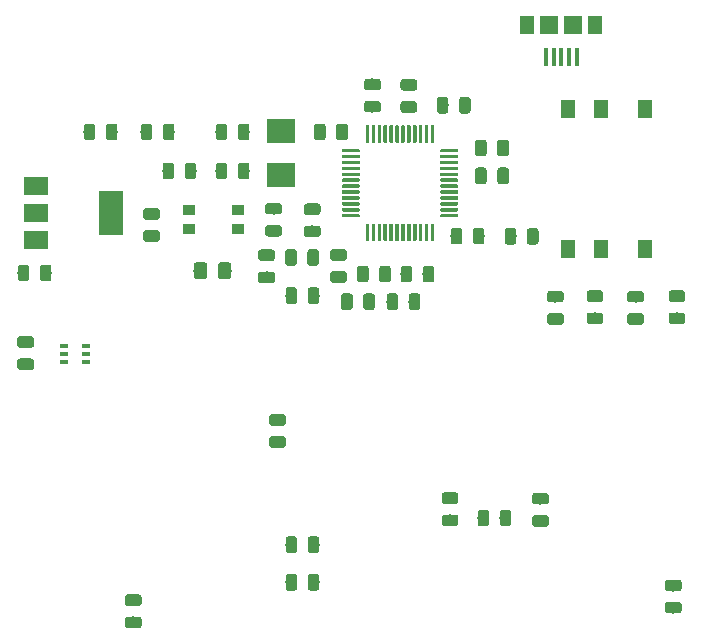
<source format=gbr>
G04 #@! TF.GenerationSoftware,KiCad,Pcbnew,(5.0.1-3-g963ef8bb5)*
G04 #@! TF.CreationDate,2019-10-14T14:00:48-07:00*
G04 #@! TF.ProjectId,powersupply,706F776572737570706C792E6B696361,rev?*
G04 #@! TF.SameCoordinates,Original*
G04 #@! TF.FileFunction,Paste,Top*
G04 #@! TF.FilePolarity,Positive*
%FSLAX46Y46*%
G04 Gerber Fmt 4.6, Leading zero omitted, Abs format (unit mm)*
G04 Created by KiCad (PCBNEW (5.0.1-3-g963ef8bb5)) date Monday, October 14, 2019 at 02:00:48 PM*
%MOMM*%
%LPD*%
G01*
G04 APERTURE LIST*
%ADD10C,0.100000*%
%ADD11C,1.150000*%
%ADD12C,0.975000*%
%ADD13R,2.400000X2.000000*%
%ADD14R,1.000000X0.900000*%
%ADD15C,0.300000*%
%ADD16R,1.300000X1.600000*%
%ADD17R,0.650000X0.400000*%
%ADD18R,2.000000X1.500000*%
%ADD19R,2.000000X3.800000*%
%ADD20R,1.200000X1.650000*%
%ADD21R,0.400000X1.650000*%
%ADD22R,1.500000X1.650000*%
G04 APERTURE END LIST*
D10*
G04 #@! TO.C,FB101*
G36*
X47164505Y-49651204D02*
X47188773Y-49654804D01*
X47212572Y-49660765D01*
X47235671Y-49669030D01*
X47257850Y-49679520D01*
X47278893Y-49692132D01*
X47298599Y-49706747D01*
X47316777Y-49723223D01*
X47333253Y-49741401D01*
X47347868Y-49761107D01*
X47360480Y-49782150D01*
X47370970Y-49804329D01*
X47379235Y-49827428D01*
X47385196Y-49851227D01*
X47388796Y-49875495D01*
X47390000Y-49899999D01*
X47390000Y-50800001D01*
X47388796Y-50824505D01*
X47385196Y-50848773D01*
X47379235Y-50872572D01*
X47370970Y-50895671D01*
X47360480Y-50917850D01*
X47347868Y-50938893D01*
X47333253Y-50958599D01*
X47316777Y-50976777D01*
X47298599Y-50993253D01*
X47278893Y-51007868D01*
X47257850Y-51020480D01*
X47235671Y-51030970D01*
X47212572Y-51039235D01*
X47188773Y-51045196D01*
X47164505Y-51048796D01*
X47140001Y-51050000D01*
X46489999Y-51050000D01*
X46465495Y-51048796D01*
X46441227Y-51045196D01*
X46417428Y-51039235D01*
X46394329Y-51030970D01*
X46372150Y-51020480D01*
X46351107Y-51007868D01*
X46331401Y-50993253D01*
X46313223Y-50976777D01*
X46296747Y-50958599D01*
X46282132Y-50938893D01*
X46269520Y-50917850D01*
X46259030Y-50895671D01*
X46250765Y-50872572D01*
X46244804Y-50848773D01*
X46241204Y-50824505D01*
X46240000Y-50800001D01*
X46240000Y-49899999D01*
X46241204Y-49875495D01*
X46244804Y-49851227D01*
X46250765Y-49827428D01*
X46259030Y-49804329D01*
X46269520Y-49782150D01*
X46282132Y-49761107D01*
X46296747Y-49741401D01*
X46313223Y-49723223D01*
X46331401Y-49706747D01*
X46351107Y-49692132D01*
X46372150Y-49679520D01*
X46394329Y-49669030D01*
X46417428Y-49660765D01*
X46441227Y-49654804D01*
X46465495Y-49651204D01*
X46489999Y-49650000D01*
X47140001Y-49650000D01*
X47164505Y-49651204D01*
X47164505Y-49651204D01*
G37*
D11*
X46815000Y-50350000D03*
D10*
G36*
X49214505Y-49651204D02*
X49238773Y-49654804D01*
X49262572Y-49660765D01*
X49285671Y-49669030D01*
X49307850Y-49679520D01*
X49328893Y-49692132D01*
X49348599Y-49706747D01*
X49366777Y-49723223D01*
X49383253Y-49741401D01*
X49397868Y-49761107D01*
X49410480Y-49782150D01*
X49420970Y-49804329D01*
X49429235Y-49827428D01*
X49435196Y-49851227D01*
X49438796Y-49875495D01*
X49440000Y-49899999D01*
X49440000Y-50800001D01*
X49438796Y-50824505D01*
X49435196Y-50848773D01*
X49429235Y-50872572D01*
X49420970Y-50895671D01*
X49410480Y-50917850D01*
X49397868Y-50938893D01*
X49383253Y-50958599D01*
X49366777Y-50976777D01*
X49348599Y-50993253D01*
X49328893Y-51007868D01*
X49307850Y-51020480D01*
X49285671Y-51030970D01*
X49262572Y-51039235D01*
X49238773Y-51045196D01*
X49214505Y-51048796D01*
X49190001Y-51050000D01*
X48539999Y-51050000D01*
X48515495Y-51048796D01*
X48491227Y-51045196D01*
X48467428Y-51039235D01*
X48444329Y-51030970D01*
X48422150Y-51020480D01*
X48401107Y-51007868D01*
X48381401Y-50993253D01*
X48363223Y-50976777D01*
X48346747Y-50958599D01*
X48332132Y-50938893D01*
X48319520Y-50917850D01*
X48309030Y-50895671D01*
X48300765Y-50872572D01*
X48294804Y-50848773D01*
X48291204Y-50824505D01*
X48290000Y-50800001D01*
X48290000Y-49899999D01*
X48291204Y-49875495D01*
X48294804Y-49851227D01*
X48300765Y-49827428D01*
X48309030Y-49804329D01*
X48319520Y-49782150D01*
X48332132Y-49761107D01*
X48346747Y-49741401D01*
X48363223Y-49723223D01*
X48381401Y-49706747D01*
X48401107Y-49692132D01*
X48422150Y-49679520D01*
X48444329Y-49669030D01*
X48467428Y-49660765D01*
X48491227Y-49654804D01*
X48515495Y-49651204D01*
X48539999Y-49650000D01*
X49190001Y-49650000D01*
X49214505Y-49651204D01*
X49214505Y-49651204D01*
G37*
D11*
X48865000Y-50350000D03*
G04 #@! TD*
D10*
G04 #@! TO.C,D101*
G36*
X42510142Y-37909174D02*
X42533803Y-37912684D01*
X42557007Y-37918496D01*
X42579529Y-37926554D01*
X42601153Y-37936782D01*
X42621670Y-37949079D01*
X42640883Y-37963329D01*
X42658607Y-37979393D01*
X42674671Y-37997117D01*
X42688921Y-38016330D01*
X42701218Y-38036847D01*
X42711446Y-38058471D01*
X42719504Y-38080993D01*
X42725316Y-38104197D01*
X42728826Y-38127858D01*
X42730000Y-38151750D01*
X42730000Y-39064250D01*
X42728826Y-39088142D01*
X42725316Y-39111803D01*
X42719504Y-39135007D01*
X42711446Y-39157529D01*
X42701218Y-39179153D01*
X42688921Y-39199670D01*
X42674671Y-39218883D01*
X42658607Y-39236607D01*
X42640883Y-39252671D01*
X42621670Y-39266921D01*
X42601153Y-39279218D01*
X42579529Y-39289446D01*
X42557007Y-39297504D01*
X42533803Y-39303316D01*
X42510142Y-39306826D01*
X42486250Y-39308000D01*
X41998750Y-39308000D01*
X41974858Y-39306826D01*
X41951197Y-39303316D01*
X41927993Y-39297504D01*
X41905471Y-39289446D01*
X41883847Y-39279218D01*
X41863330Y-39266921D01*
X41844117Y-39252671D01*
X41826393Y-39236607D01*
X41810329Y-39218883D01*
X41796079Y-39199670D01*
X41783782Y-39179153D01*
X41773554Y-39157529D01*
X41765496Y-39135007D01*
X41759684Y-39111803D01*
X41756174Y-39088142D01*
X41755000Y-39064250D01*
X41755000Y-38151750D01*
X41756174Y-38127858D01*
X41759684Y-38104197D01*
X41765496Y-38080993D01*
X41773554Y-38058471D01*
X41783782Y-38036847D01*
X41796079Y-38016330D01*
X41810329Y-37997117D01*
X41826393Y-37979393D01*
X41844117Y-37963329D01*
X41863330Y-37949079D01*
X41883847Y-37936782D01*
X41905471Y-37926554D01*
X41927993Y-37918496D01*
X41951197Y-37912684D01*
X41974858Y-37909174D01*
X41998750Y-37908000D01*
X42486250Y-37908000D01*
X42510142Y-37909174D01*
X42510142Y-37909174D01*
G37*
D12*
X42242500Y-38608000D03*
D10*
G36*
X44385142Y-37909174D02*
X44408803Y-37912684D01*
X44432007Y-37918496D01*
X44454529Y-37926554D01*
X44476153Y-37936782D01*
X44496670Y-37949079D01*
X44515883Y-37963329D01*
X44533607Y-37979393D01*
X44549671Y-37997117D01*
X44563921Y-38016330D01*
X44576218Y-38036847D01*
X44586446Y-38058471D01*
X44594504Y-38080993D01*
X44600316Y-38104197D01*
X44603826Y-38127858D01*
X44605000Y-38151750D01*
X44605000Y-39064250D01*
X44603826Y-39088142D01*
X44600316Y-39111803D01*
X44594504Y-39135007D01*
X44586446Y-39157529D01*
X44576218Y-39179153D01*
X44563921Y-39199670D01*
X44549671Y-39218883D01*
X44533607Y-39236607D01*
X44515883Y-39252671D01*
X44496670Y-39266921D01*
X44476153Y-39279218D01*
X44454529Y-39289446D01*
X44432007Y-39297504D01*
X44408803Y-39303316D01*
X44385142Y-39306826D01*
X44361250Y-39308000D01*
X43873750Y-39308000D01*
X43849858Y-39306826D01*
X43826197Y-39303316D01*
X43802993Y-39297504D01*
X43780471Y-39289446D01*
X43758847Y-39279218D01*
X43738330Y-39266921D01*
X43719117Y-39252671D01*
X43701393Y-39236607D01*
X43685329Y-39218883D01*
X43671079Y-39199670D01*
X43658782Y-39179153D01*
X43648554Y-39157529D01*
X43640496Y-39135007D01*
X43634684Y-39111803D01*
X43631174Y-39088142D01*
X43630000Y-39064250D01*
X43630000Y-38151750D01*
X43631174Y-38127858D01*
X43634684Y-38104197D01*
X43640496Y-38080993D01*
X43648554Y-38058471D01*
X43658782Y-38036847D01*
X43671079Y-38016330D01*
X43685329Y-37997117D01*
X43701393Y-37979393D01*
X43719117Y-37963329D01*
X43738330Y-37949079D01*
X43758847Y-37936782D01*
X43780471Y-37926554D01*
X43802993Y-37918496D01*
X43826197Y-37912684D01*
X43849858Y-37909174D01*
X43873750Y-37908000D01*
X44361250Y-37908000D01*
X44385142Y-37909174D01*
X44385142Y-37909174D01*
G37*
D12*
X44117500Y-38608000D03*
G04 #@! TD*
D10*
G04 #@! TO.C,R123*
G36*
X39559142Y-37909174D02*
X39582803Y-37912684D01*
X39606007Y-37918496D01*
X39628529Y-37926554D01*
X39650153Y-37936782D01*
X39670670Y-37949079D01*
X39689883Y-37963329D01*
X39707607Y-37979393D01*
X39723671Y-37997117D01*
X39737921Y-38016330D01*
X39750218Y-38036847D01*
X39760446Y-38058471D01*
X39768504Y-38080993D01*
X39774316Y-38104197D01*
X39777826Y-38127858D01*
X39779000Y-38151750D01*
X39779000Y-39064250D01*
X39777826Y-39088142D01*
X39774316Y-39111803D01*
X39768504Y-39135007D01*
X39760446Y-39157529D01*
X39750218Y-39179153D01*
X39737921Y-39199670D01*
X39723671Y-39218883D01*
X39707607Y-39236607D01*
X39689883Y-39252671D01*
X39670670Y-39266921D01*
X39650153Y-39279218D01*
X39628529Y-39289446D01*
X39606007Y-39297504D01*
X39582803Y-39303316D01*
X39559142Y-39306826D01*
X39535250Y-39308000D01*
X39047750Y-39308000D01*
X39023858Y-39306826D01*
X39000197Y-39303316D01*
X38976993Y-39297504D01*
X38954471Y-39289446D01*
X38932847Y-39279218D01*
X38912330Y-39266921D01*
X38893117Y-39252671D01*
X38875393Y-39236607D01*
X38859329Y-39218883D01*
X38845079Y-39199670D01*
X38832782Y-39179153D01*
X38822554Y-39157529D01*
X38814496Y-39135007D01*
X38808684Y-39111803D01*
X38805174Y-39088142D01*
X38804000Y-39064250D01*
X38804000Y-38151750D01*
X38805174Y-38127858D01*
X38808684Y-38104197D01*
X38814496Y-38080993D01*
X38822554Y-38058471D01*
X38832782Y-38036847D01*
X38845079Y-38016330D01*
X38859329Y-37997117D01*
X38875393Y-37979393D01*
X38893117Y-37963329D01*
X38912330Y-37949079D01*
X38932847Y-37936782D01*
X38954471Y-37926554D01*
X38976993Y-37918496D01*
X39000197Y-37912684D01*
X39023858Y-37909174D01*
X39047750Y-37908000D01*
X39535250Y-37908000D01*
X39559142Y-37909174D01*
X39559142Y-37909174D01*
G37*
D12*
X39291500Y-38608000D03*
D10*
G36*
X37684142Y-37909174D02*
X37707803Y-37912684D01*
X37731007Y-37918496D01*
X37753529Y-37926554D01*
X37775153Y-37936782D01*
X37795670Y-37949079D01*
X37814883Y-37963329D01*
X37832607Y-37979393D01*
X37848671Y-37997117D01*
X37862921Y-38016330D01*
X37875218Y-38036847D01*
X37885446Y-38058471D01*
X37893504Y-38080993D01*
X37899316Y-38104197D01*
X37902826Y-38127858D01*
X37904000Y-38151750D01*
X37904000Y-39064250D01*
X37902826Y-39088142D01*
X37899316Y-39111803D01*
X37893504Y-39135007D01*
X37885446Y-39157529D01*
X37875218Y-39179153D01*
X37862921Y-39199670D01*
X37848671Y-39218883D01*
X37832607Y-39236607D01*
X37814883Y-39252671D01*
X37795670Y-39266921D01*
X37775153Y-39279218D01*
X37753529Y-39289446D01*
X37731007Y-39297504D01*
X37707803Y-39303316D01*
X37684142Y-39306826D01*
X37660250Y-39308000D01*
X37172750Y-39308000D01*
X37148858Y-39306826D01*
X37125197Y-39303316D01*
X37101993Y-39297504D01*
X37079471Y-39289446D01*
X37057847Y-39279218D01*
X37037330Y-39266921D01*
X37018117Y-39252671D01*
X37000393Y-39236607D01*
X36984329Y-39218883D01*
X36970079Y-39199670D01*
X36957782Y-39179153D01*
X36947554Y-39157529D01*
X36939496Y-39135007D01*
X36933684Y-39111803D01*
X36930174Y-39088142D01*
X36929000Y-39064250D01*
X36929000Y-38151750D01*
X36930174Y-38127858D01*
X36933684Y-38104197D01*
X36939496Y-38080993D01*
X36947554Y-38058471D01*
X36957782Y-38036847D01*
X36970079Y-38016330D01*
X36984329Y-37997117D01*
X37000393Y-37979393D01*
X37018117Y-37963329D01*
X37037330Y-37949079D01*
X37057847Y-37936782D01*
X37079471Y-37926554D01*
X37101993Y-37918496D01*
X37125197Y-37912684D01*
X37148858Y-37909174D01*
X37172750Y-37908000D01*
X37660250Y-37908000D01*
X37684142Y-37909174D01*
X37684142Y-37909174D01*
G37*
D12*
X37416500Y-38608000D03*
G04 #@! TD*
D10*
G04 #@! TO.C,R122*
G36*
X41610142Y-77766174D02*
X41633803Y-77769684D01*
X41657007Y-77775496D01*
X41679529Y-77783554D01*
X41701153Y-77793782D01*
X41721670Y-77806079D01*
X41740883Y-77820329D01*
X41758607Y-77836393D01*
X41774671Y-77854117D01*
X41788921Y-77873330D01*
X41801218Y-77893847D01*
X41811446Y-77915471D01*
X41819504Y-77937993D01*
X41825316Y-77961197D01*
X41828826Y-77984858D01*
X41830000Y-78008750D01*
X41830000Y-78496250D01*
X41828826Y-78520142D01*
X41825316Y-78543803D01*
X41819504Y-78567007D01*
X41811446Y-78589529D01*
X41801218Y-78611153D01*
X41788921Y-78631670D01*
X41774671Y-78650883D01*
X41758607Y-78668607D01*
X41740883Y-78684671D01*
X41721670Y-78698921D01*
X41701153Y-78711218D01*
X41679529Y-78721446D01*
X41657007Y-78729504D01*
X41633803Y-78735316D01*
X41610142Y-78738826D01*
X41586250Y-78740000D01*
X40673750Y-78740000D01*
X40649858Y-78738826D01*
X40626197Y-78735316D01*
X40602993Y-78729504D01*
X40580471Y-78721446D01*
X40558847Y-78711218D01*
X40538330Y-78698921D01*
X40519117Y-78684671D01*
X40501393Y-78668607D01*
X40485329Y-78650883D01*
X40471079Y-78631670D01*
X40458782Y-78611153D01*
X40448554Y-78589529D01*
X40440496Y-78567007D01*
X40434684Y-78543803D01*
X40431174Y-78520142D01*
X40430000Y-78496250D01*
X40430000Y-78008750D01*
X40431174Y-77984858D01*
X40434684Y-77961197D01*
X40440496Y-77937993D01*
X40448554Y-77915471D01*
X40458782Y-77893847D01*
X40471079Y-77873330D01*
X40485329Y-77854117D01*
X40501393Y-77836393D01*
X40519117Y-77820329D01*
X40538330Y-77806079D01*
X40558847Y-77793782D01*
X40580471Y-77783554D01*
X40602993Y-77775496D01*
X40626197Y-77769684D01*
X40649858Y-77766174D01*
X40673750Y-77765000D01*
X41586250Y-77765000D01*
X41610142Y-77766174D01*
X41610142Y-77766174D01*
G37*
D12*
X41130000Y-78252500D03*
D10*
G36*
X41610142Y-79641174D02*
X41633803Y-79644684D01*
X41657007Y-79650496D01*
X41679529Y-79658554D01*
X41701153Y-79668782D01*
X41721670Y-79681079D01*
X41740883Y-79695329D01*
X41758607Y-79711393D01*
X41774671Y-79729117D01*
X41788921Y-79748330D01*
X41801218Y-79768847D01*
X41811446Y-79790471D01*
X41819504Y-79812993D01*
X41825316Y-79836197D01*
X41828826Y-79859858D01*
X41830000Y-79883750D01*
X41830000Y-80371250D01*
X41828826Y-80395142D01*
X41825316Y-80418803D01*
X41819504Y-80442007D01*
X41811446Y-80464529D01*
X41801218Y-80486153D01*
X41788921Y-80506670D01*
X41774671Y-80525883D01*
X41758607Y-80543607D01*
X41740883Y-80559671D01*
X41721670Y-80573921D01*
X41701153Y-80586218D01*
X41679529Y-80596446D01*
X41657007Y-80604504D01*
X41633803Y-80610316D01*
X41610142Y-80613826D01*
X41586250Y-80615000D01*
X40673750Y-80615000D01*
X40649858Y-80613826D01*
X40626197Y-80610316D01*
X40602993Y-80604504D01*
X40580471Y-80596446D01*
X40558847Y-80586218D01*
X40538330Y-80573921D01*
X40519117Y-80559671D01*
X40501393Y-80543607D01*
X40485329Y-80525883D01*
X40471079Y-80506670D01*
X40458782Y-80486153D01*
X40448554Y-80464529D01*
X40440496Y-80442007D01*
X40434684Y-80418803D01*
X40431174Y-80395142D01*
X40430000Y-80371250D01*
X40430000Y-79883750D01*
X40431174Y-79859858D01*
X40434684Y-79836197D01*
X40440496Y-79812993D01*
X40448554Y-79790471D01*
X40458782Y-79768847D01*
X40471079Y-79748330D01*
X40485329Y-79729117D01*
X40501393Y-79711393D01*
X40519117Y-79695329D01*
X40538330Y-79681079D01*
X40558847Y-79668782D01*
X40580471Y-79658554D01*
X40602993Y-79650496D01*
X40626197Y-79644684D01*
X40649858Y-79641174D01*
X40673750Y-79640000D01*
X41586250Y-79640000D01*
X41610142Y-79641174D01*
X41610142Y-79641174D01*
G37*
D12*
X41130000Y-80127500D03*
G04 #@! TD*
D10*
G04 #@! TO.C,C115*
G36*
X73342642Y-46751174D02*
X73366303Y-46754684D01*
X73389507Y-46760496D01*
X73412029Y-46768554D01*
X73433653Y-46778782D01*
X73454170Y-46791079D01*
X73473383Y-46805329D01*
X73491107Y-46821393D01*
X73507171Y-46839117D01*
X73521421Y-46858330D01*
X73533718Y-46878847D01*
X73543946Y-46900471D01*
X73552004Y-46922993D01*
X73557816Y-46946197D01*
X73561326Y-46969858D01*
X73562500Y-46993750D01*
X73562500Y-47906250D01*
X73561326Y-47930142D01*
X73557816Y-47953803D01*
X73552004Y-47977007D01*
X73543946Y-47999529D01*
X73533718Y-48021153D01*
X73521421Y-48041670D01*
X73507171Y-48060883D01*
X73491107Y-48078607D01*
X73473383Y-48094671D01*
X73454170Y-48108921D01*
X73433653Y-48121218D01*
X73412029Y-48131446D01*
X73389507Y-48139504D01*
X73366303Y-48145316D01*
X73342642Y-48148826D01*
X73318750Y-48150000D01*
X72831250Y-48150000D01*
X72807358Y-48148826D01*
X72783697Y-48145316D01*
X72760493Y-48139504D01*
X72737971Y-48131446D01*
X72716347Y-48121218D01*
X72695830Y-48108921D01*
X72676617Y-48094671D01*
X72658893Y-48078607D01*
X72642829Y-48060883D01*
X72628579Y-48041670D01*
X72616282Y-48021153D01*
X72606054Y-47999529D01*
X72597996Y-47977007D01*
X72592184Y-47953803D01*
X72588674Y-47930142D01*
X72587500Y-47906250D01*
X72587500Y-46993750D01*
X72588674Y-46969858D01*
X72592184Y-46946197D01*
X72597996Y-46922993D01*
X72606054Y-46900471D01*
X72616282Y-46878847D01*
X72628579Y-46858330D01*
X72642829Y-46839117D01*
X72658893Y-46821393D01*
X72676617Y-46805329D01*
X72695830Y-46791079D01*
X72716347Y-46778782D01*
X72737971Y-46768554D01*
X72760493Y-46760496D01*
X72783697Y-46754684D01*
X72807358Y-46751174D01*
X72831250Y-46750000D01*
X73318750Y-46750000D01*
X73342642Y-46751174D01*
X73342642Y-46751174D01*
G37*
D12*
X73075000Y-47450000D03*
D10*
G36*
X75217642Y-46751174D02*
X75241303Y-46754684D01*
X75264507Y-46760496D01*
X75287029Y-46768554D01*
X75308653Y-46778782D01*
X75329170Y-46791079D01*
X75348383Y-46805329D01*
X75366107Y-46821393D01*
X75382171Y-46839117D01*
X75396421Y-46858330D01*
X75408718Y-46878847D01*
X75418946Y-46900471D01*
X75427004Y-46922993D01*
X75432816Y-46946197D01*
X75436326Y-46969858D01*
X75437500Y-46993750D01*
X75437500Y-47906250D01*
X75436326Y-47930142D01*
X75432816Y-47953803D01*
X75427004Y-47977007D01*
X75418946Y-47999529D01*
X75408718Y-48021153D01*
X75396421Y-48041670D01*
X75382171Y-48060883D01*
X75366107Y-48078607D01*
X75348383Y-48094671D01*
X75329170Y-48108921D01*
X75308653Y-48121218D01*
X75287029Y-48131446D01*
X75264507Y-48139504D01*
X75241303Y-48145316D01*
X75217642Y-48148826D01*
X75193750Y-48150000D01*
X74706250Y-48150000D01*
X74682358Y-48148826D01*
X74658697Y-48145316D01*
X74635493Y-48139504D01*
X74612971Y-48131446D01*
X74591347Y-48121218D01*
X74570830Y-48108921D01*
X74551617Y-48094671D01*
X74533893Y-48078607D01*
X74517829Y-48060883D01*
X74503579Y-48041670D01*
X74491282Y-48021153D01*
X74481054Y-47999529D01*
X74472996Y-47977007D01*
X74467184Y-47953803D01*
X74463674Y-47930142D01*
X74462500Y-47906250D01*
X74462500Y-46993750D01*
X74463674Y-46969858D01*
X74467184Y-46946197D01*
X74472996Y-46922993D01*
X74481054Y-46900471D01*
X74491282Y-46878847D01*
X74503579Y-46858330D01*
X74517829Y-46839117D01*
X74533893Y-46821393D01*
X74551617Y-46805329D01*
X74570830Y-46791079D01*
X74591347Y-46778782D01*
X74612971Y-46768554D01*
X74635493Y-46760496D01*
X74658697Y-46754684D01*
X74682358Y-46751174D01*
X74706250Y-46750000D01*
X75193750Y-46750000D01*
X75217642Y-46751174D01*
X75217642Y-46751174D01*
G37*
D12*
X74950000Y-47450000D03*
G04 #@! TD*
D10*
G04 #@! TO.C,R121*
G36*
X61860142Y-35981174D02*
X61883803Y-35984684D01*
X61907007Y-35990496D01*
X61929529Y-35998554D01*
X61951153Y-36008782D01*
X61971670Y-36021079D01*
X61990883Y-36035329D01*
X62008607Y-36051393D01*
X62024671Y-36069117D01*
X62038921Y-36088330D01*
X62051218Y-36108847D01*
X62061446Y-36130471D01*
X62069504Y-36152993D01*
X62075316Y-36176197D01*
X62078826Y-36199858D01*
X62080000Y-36223750D01*
X62080000Y-36711250D01*
X62078826Y-36735142D01*
X62075316Y-36758803D01*
X62069504Y-36782007D01*
X62061446Y-36804529D01*
X62051218Y-36826153D01*
X62038921Y-36846670D01*
X62024671Y-36865883D01*
X62008607Y-36883607D01*
X61990883Y-36899671D01*
X61971670Y-36913921D01*
X61951153Y-36926218D01*
X61929529Y-36936446D01*
X61907007Y-36944504D01*
X61883803Y-36950316D01*
X61860142Y-36953826D01*
X61836250Y-36955000D01*
X60923750Y-36955000D01*
X60899858Y-36953826D01*
X60876197Y-36950316D01*
X60852993Y-36944504D01*
X60830471Y-36936446D01*
X60808847Y-36926218D01*
X60788330Y-36913921D01*
X60769117Y-36899671D01*
X60751393Y-36883607D01*
X60735329Y-36865883D01*
X60721079Y-36846670D01*
X60708782Y-36826153D01*
X60698554Y-36804529D01*
X60690496Y-36782007D01*
X60684684Y-36758803D01*
X60681174Y-36735142D01*
X60680000Y-36711250D01*
X60680000Y-36223750D01*
X60681174Y-36199858D01*
X60684684Y-36176197D01*
X60690496Y-36152993D01*
X60698554Y-36130471D01*
X60708782Y-36108847D01*
X60721079Y-36088330D01*
X60735329Y-36069117D01*
X60751393Y-36051393D01*
X60769117Y-36035329D01*
X60788330Y-36021079D01*
X60808847Y-36008782D01*
X60830471Y-35998554D01*
X60852993Y-35990496D01*
X60876197Y-35984684D01*
X60899858Y-35981174D01*
X60923750Y-35980000D01*
X61836250Y-35980000D01*
X61860142Y-35981174D01*
X61860142Y-35981174D01*
G37*
D12*
X61380000Y-36467500D03*
D10*
G36*
X61860142Y-34106174D02*
X61883803Y-34109684D01*
X61907007Y-34115496D01*
X61929529Y-34123554D01*
X61951153Y-34133782D01*
X61971670Y-34146079D01*
X61990883Y-34160329D01*
X62008607Y-34176393D01*
X62024671Y-34194117D01*
X62038921Y-34213330D01*
X62051218Y-34233847D01*
X62061446Y-34255471D01*
X62069504Y-34277993D01*
X62075316Y-34301197D01*
X62078826Y-34324858D01*
X62080000Y-34348750D01*
X62080000Y-34836250D01*
X62078826Y-34860142D01*
X62075316Y-34883803D01*
X62069504Y-34907007D01*
X62061446Y-34929529D01*
X62051218Y-34951153D01*
X62038921Y-34971670D01*
X62024671Y-34990883D01*
X62008607Y-35008607D01*
X61990883Y-35024671D01*
X61971670Y-35038921D01*
X61951153Y-35051218D01*
X61929529Y-35061446D01*
X61907007Y-35069504D01*
X61883803Y-35075316D01*
X61860142Y-35078826D01*
X61836250Y-35080000D01*
X60923750Y-35080000D01*
X60899858Y-35078826D01*
X60876197Y-35075316D01*
X60852993Y-35069504D01*
X60830471Y-35061446D01*
X60808847Y-35051218D01*
X60788330Y-35038921D01*
X60769117Y-35024671D01*
X60751393Y-35008607D01*
X60735329Y-34990883D01*
X60721079Y-34971670D01*
X60708782Y-34951153D01*
X60698554Y-34929529D01*
X60690496Y-34907007D01*
X60684684Y-34883803D01*
X60681174Y-34860142D01*
X60680000Y-34836250D01*
X60680000Y-34348750D01*
X60681174Y-34324858D01*
X60684684Y-34301197D01*
X60690496Y-34277993D01*
X60698554Y-34255471D01*
X60708782Y-34233847D01*
X60721079Y-34213330D01*
X60735329Y-34194117D01*
X60751393Y-34176393D01*
X60769117Y-34160329D01*
X60788330Y-34146079D01*
X60808847Y-34133782D01*
X60830471Y-34123554D01*
X60852993Y-34115496D01*
X60876197Y-34109684D01*
X60899858Y-34106174D01*
X60923750Y-34105000D01*
X61836250Y-34105000D01*
X61860142Y-34106174D01*
X61860142Y-34106174D01*
G37*
D12*
X61380000Y-34592500D03*
G04 #@! TD*
D10*
G04 #@! TO.C,C113*
G36*
X56760142Y-46541174D02*
X56783803Y-46544684D01*
X56807007Y-46550496D01*
X56829529Y-46558554D01*
X56851153Y-46568782D01*
X56871670Y-46581079D01*
X56890883Y-46595329D01*
X56908607Y-46611393D01*
X56924671Y-46629117D01*
X56938921Y-46648330D01*
X56951218Y-46668847D01*
X56961446Y-46690471D01*
X56969504Y-46712993D01*
X56975316Y-46736197D01*
X56978826Y-46759858D01*
X56980000Y-46783750D01*
X56980000Y-47271250D01*
X56978826Y-47295142D01*
X56975316Y-47318803D01*
X56969504Y-47342007D01*
X56961446Y-47364529D01*
X56951218Y-47386153D01*
X56938921Y-47406670D01*
X56924671Y-47425883D01*
X56908607Y-47443607D01*
X56890883Y-47459671D01*
X56871670Y-47473921D01*
X56851153Y-47486218D01*
X56829529Y-47496446D01*
X56807007Y-47504504D01*
X56783803Y-47510316D01*
X56760142Y-47513826D01*
X56736250Y-47515000D01*
X55823750Y-47515000D01*
X55799858Y-47513826D01*
X55776197Y-47510316D01*
X55752993Y-47504504D01*
X55730471Y-47496446D01*
X55708847Y-47486218D01*
X55688330Y-47473921D01*
X55669117Y-47459671D01*
X55651393Y-47443607D01*
X55635329Y-47425883D01*
X55621079Y-47406670D01*
X55608782Y-47386153D01*
X55598554Y-47364529D01*
X55590496Y-47342007D01*
X55584684Y-47318803D01*
X55581174Y-47295142D01*
X55580000Y-47271250D01*
X55580000Y-46783750D01*
X55581174Y-46759858D01*
X55584684Y-46736197D01*
X55590496Y-46712993D01*
X55598554Y-46690471D01*
X55608782Y-46668847D01*
X55621079Y-46648330D01*
X55635329Y-46629117D01*
X55651393Y-46611393D01*
X55669117Y-46595329D01*
X55688330Y-46581079D01*
X55708847Y-46568782D01*
X55730471Y-46558554D01*
X55752993Y-46550496D01*
X55776197Y-46544684D01*
X55799858Y-46541174D01*
X55823750Y-46540000D01*
X56736250Y-46540000D01*
X56760142Y-46541174D01*
X56760142Y-46541174D01*
G37*
D12*
X56280000Y-47027500D03*
D10*
G36*
X56760142Y-44666174D02*
X56783803Y-44669684D01*
X56807007Y-44675496D01*
X56829529Y-44683554D01*
X56851153Y-44693782D01*
X56871670Y-44706079D01*
X56890883Y-44720329D01*
X56908607Y-44736393D01*
X56924671Y-44754117D01*
X56938921Y-44773330D01*
X56951218Y-44793847D01*
X56961446Y-44815471D01*
X56969504Y-44837993D01*
X56975316Y-44861197D01*
X56978826Y-44884858D01*
X56980000Y-44908750D01*
X56980000Y-45396250D01*
X56978826Y-45420142D01*
X56975316Y-45443803D01*
X56969504Y-45467007D01*
X56961446Y-45489529D01*
X56951218Y-45511153D01*
X56938921Y-45531670D01*
X56924671Y-45550883D01*
X56908607Y-45568607D01*
X56890883Y-45584671D01*
X56871670Y-45598921D01*
X56851153Y-45611218D01*
X56829529Y-45621446D01*
X56807007Y-45629504D01*
X56783803Y-45635316D01*
X56760142Y-45638826D01*
X56736250Y-45640000D01*
X55823750Y-45640000D01*
X55799858Y-45638826D01*
X55776197Y-45635316D01*
X55752993Y-45629504D01*
X55730471Y-45621446D01*
X55708847Y-45611218D01*
X55688330Y-45598921D01*
X55669117Y-45584671D01*
X55651393Y-45568607D01*
X55635329Y-45550883D01*
X55621079Y-45531670D01*
X55608782Y-45511153D01*
X55598554Y-45489529D01*
X55590496Y-45467007D01*
X55584684Y-45443803D01*
X55581174Y-45420142D01*
X55580000Y-45396250D01*
X55580000Y-44908750D01*
X55581174Y-44884858D01*
X55584684Y-44861197D01*
X55590496Y-44837993D01*
X55598554Y-44815471D01*
X55608782Y-44793847D01*
X55621079Y-44773330D01*
X55635329Y-44754117D01*
X55651393Y-44736393D01*
X55669117Y-44720329D01*
X55688330Y-44706079D01*
X55708847Y-44693782D01*
X55730471Y-44683554D01*
X55752993Y-44675496D01*
X55776197Y-44669684D01*
X55799858Y-44666174D01*
X55823750Y-44665000D01*
X56736250Y-44665000D01*
X56760142Y-44666174D01*
X56760142Y-44666174D01*
G37*
D12*
X56280000Y-45152500D03*
G04 #@! TD*
D10*
G04 #@! TO.C,C114*
G36*
X53480142Y-46491174D02*
X53503803Y-46494684D01*
X53527007Y-46500496D01*
X53549529Y-46508554D01*
X53571153Y-46518782D01*
X53591670Y-46531079D01*
X53610883Y-46545329D01*
X53628607Y-46561393D01*
X53644671Y-46579117D01*
X53658921Y-46598330D01*
X53671218Y-46618847D01*
X53681446Y-46640471D01*
X53689504Y-46662993D01*
X53695316Y-46686197D01*
X53698826Y-46709858D01*
X53700000Y-46733750D01*
X53700000Y-47221250D01*
X53698826Y-47245142D01*
X53695316Y-47268803D01*
X53689504Y-47292007D01*
X53681446Y-47314529D01*
X53671218Y-47336153D01*
X53658921Y-47356670D01*
X53644671Y-47375883D01*
X53628607Y-47393607D01*
X53610883Y-47409671D01*
X53591670Y-47423921D01*
X53571153Y-47436218D01*
X53549529Y-47446446D01*
X53527007Y-47454504D01*
X53503803Y-47460316D01*
X53480142Y-47463826D01*
X53456250Y-47465000D01*
X52543750Y-47465000D01*
X52519858Y-47463826D01*
X52496197Y-47460316D01*
X52472993Y-47454504D01*
X52450471Y-47446446D01*
X52428847Y-47436218D01*
X52408330Y-47423921D01*
X52389117Y-47409671D01*
X52371393Y-47393607D01*
X52355329Y-47375883D01*
X52341079Y-47356670D01*
X52328782Y-47336153D01*
X52318554Y-47314529D01*
X52310496Y-47292007D01*
X52304684Y-47268803D01*
X52301174Y-47245142D01*
X52300000Y-47221250D01*
X52300000Y-46733750D01*
X52301174Y-46709858D01*
X52304684Y-46686197D01*
X52310496Y-46662993D01*
X52318554Y-46640471D01*
X52328782Y-46618847D01*
X52341079Y-46598330D01*
X52355329Y-46579117D01*
X52371393Y-46561393D01*
X52389117Y-46545329D01*
X52408330Y-46531079D01*
X52428847Y-46518782D01*
X52450471Y-46508554D01*
X52472993Y-46500496D01*
X52496197Y-46494684D01*
X52519858Y-46491174D01*
X52543750Y-46490000D01*
X53456250Y-46490000D01*
X53480142Y-46491174D01*
X53480142Y-46491174D01*
G37*
D12*
X53000000Y-46977500D03*
D10*
G36*
X53480142Y-44616174D02*
X53503803Y-44619684D01*
X53527007Y-44625496D01*
X53549529Y-44633554D01*
X53571153Y-44643782D01*
X53591670Y-44656079D01*
X53610883Y-44670329D01*
X53628607Y-44686393D01*
X53644671Y-44704117D01*
X53658921Y-44723330D01*
X53671218Y-44743847D01*
X53681446Y-44765471D01*
X53689504Y-44787993D01*
X53695316Y-44811197D01*
X53698826Y-44834858D01*
X53700000Y-44858750D01*
X53700000Y-45346250D01*
X53698826Y-45370142D01*
X53695316Y-45393803D01*
X53689504Y-45417007D01*
X53681446Y-45439529D01*
X53671218Y-45461153D01*
X53658921Y-45481670D01*
X53644671Y-45500883D01*
X53628607Y-45518607D01*
X53610883Y-45534671D01*
X53591670Y-45548921D01*
X53571153Y-45561218D01*
X53549529Y-45571446D01*
X53527007Y-45579504D01*
X53503803Y-45585316D01*
X53480142Y-45588826D01*
X53456250Y-45590000D01*
X52543750Y-45590000D01*
X52519858Y-45588826D01*
X52496197Y-45585316D01*
X52472993Y-45579504D01*
X52450471Y-45571446D01*
X52428847Y-45561218D01*
X52408330Y-45548921D01*
X52389117Y-45534671D01*
X52371393Y-45518607D01*
X52355329Y-45500883D01*
X52341079Y-45481670D01*
X52328782Y-45461153D01*
X52318554Y-45439529D01*
X52310496Y-45417007D01*
X52304684Y-45393803D01*
X52301174Y-45370142D01*
X52300000Y-45346250D01*
X52300000Y-44858750D01*
X52301174Y-44834858D01*
X52304684Y-44811197D01*
X52310496Y-44787993D01*
X52318554Y-44765471D01*
X52328782Y-44743847D01*
X52341079Y-44723330D01*
X52355329Y-44704117D01*
X52371393Y-44686393D01*
X52389117Y-44670329D01*
X52408330Y-44656079D01*
X52428847Y-44643782D01*
X52450471Y-44633554D01*
X52472993Y-44625496D01*
X52496197Y-44619684D01*
X52519858Y-44616174D01*
X52543750Y-44615000D01*
X53456250Y-44615000D01*
X53480142Y-44616174D01*
X53480142Y-44616174D01*
G37*
D12*
X53000000Y-45102500D03*
G04 #@! TD*
D10*
G04 #@! TO.C,C112*
G36*
X59067642Y-37901174D02*
X59091303Y-37904684D01*
X59114507Y-37910496D01*
X59137029Y-37918554D01*
X59158653Y-37928782D01*
X59179170Y-37941079D01*
X59198383Y-37955329D01*
X59216107Y-37971393D01*
X59232171Y-37989117D01*
X59246421Y-38008330D01*
X59258718Y-38028847D01*
X59268946Y-38050471D01*
X59277004Y-38072993D01*
X59282816Y-38096197D01*
X59286326Y-38119858D01*
X59287500Y-38143750D01*
X59287500Y-39056250D01*
X59286326Y-39080142D01*
X59282816Y-39103803D01*
X59277004Y-39127007D01*
X59268946Y-39149529D01*
X59258718Y-39171153D01*
X59246421Y-39191670D01*
X59232171Y-39210883D01*
X59216107Y-39228607D01*
X59198383Y-39244671D01*
X59179170Y-39258921D01*
X59158653Y-39271218D01*
X59137029Y-39281446D01*
X59114507Y-39289504D01*
X59091303Y-39295316D01*
X59067642Y-39298826D01*
X59043750Y-39300000D01*
X58556250Y-39300000D01*
X58532358Y-39298826D01*
X58508697Y-39295316D01*
X58485493Y-39289504D01*
X58462971Y-39281446D01*
X58441347Y-39271218D01*
X58420830Y-39258921D01*
X58401617Y-39244671D01*
X58383893Y-39228607D01*
X58367829Y-39210883D01*
X58353579Y-39191670D01*
X58341282Y-39171153D01*
X58331054Y-39149529D01*
X58322996Y-39127007D01*
X58317184Y-39103803D01*
X58313674Y-39080142D01*
X58312500Y-39056250D01*
X58312500Y-38143750D01*
X58313674Y-38119858D01*
X58317184Y-38096197D01*
X58322996Y-38072993D01*
X58331054Y-38050471D01*
X58341282Y-38028847D01*
X58353579Y-38008330D01*
X58367829Y-37989117D01*
X58383893Y-37971393D01*
X58401617Y-37955329D01*
X58420830Y-37941079D01*
X58441347Y-37928782D01*
X58462971Y-37918554D01*
X58485493Y-37910496D01*
X58508697Y-37904684D01*
X58532358Y-37901174D01*
X58556250Y-37900000D01*
X59043750Y-37900000D01*
X59067642Y-37901174D01*
X59067642Y-37901174D01*
G37*
D12*
X58800000Y-38600000D03*
D10*
G36*
X57192642Y-37901174D02*
X57216303Y-37904684D01*
X57239507Y-37910496D01*
X57262029Y-37918554D01*
X57283653Y-37928782D01*
X57304170Y-37941079D01*
X57323383Y-37955329D01*
X57341107Y-37971393D01*
X57357171Y-37989117D01*
X57371421Y-38008330D01*
X57383718Y-38028847D01*
X57393946Y-38050471D01*
X57402004Y-38072993D01*
X57407816Y-38096197D01*
X57411326Y-38119858D01*
X57412500Y-38143750D01*
X57412500Y-39056250D01*
X57411326Y-39080142D01*
X57407816Y-39103803D01*
X57402004Y-39127007D01*
X57393946Y-39149529D01*
X57383718Y-39171153D01*
X57371421Y-39191670D01*
X57357171Y-39210883D01*
X57341107Y-39228607D01*
X57323383Y-39244671D01*
X57304170Y-39258921D01*
X57283653Y-39271218D01*
X57262029Y-39281446D01*
X57239507Y-39289504D01*
X57216303Y-39295316D01*
X57192642Y-39298826D01*
X57168750Y-39300000D01*
X56681250Y-39300000D01*
X56657358Y-39298826D01*
X56633697Y-39295316D01*
X56610493Y-39289504D01*
X56587971Y-39281446D01*
X56566347Y-39271218D01*
X56545830Y-39258921D01*
X56526617Y-39244671D01*
X56508893Y-39228607D01*
X56492829Y-39210883D01*
X56478579Y-39191670D01*
X56466282Y-39171153D01*
X56456054Y-39149529D01*
X56447996Y-39127007D01*
X56442184Y-39103803D01*
X56438674Y-39080142D01*
X56437500Y-39056250D01*
X56437500Y-38143750D01*
X56438674Y-38119858D01*
X56442184Y-38096197D01*
X56447996Y-38072993D01*
X56456054Y-38050471D01*
X56466282Y-38028847D01*
X56478579Y-38008330D01*
X56492829Y-37989117D01*
X56508893Y-37971393D01*
X56526617Y-37955329D01*
X56545830Y-37941079D01*
X56566347Y-37928782D01*
X56587971Y-37918554D01*
X56610493Y-37910496D01*
X56633697Y-37904684D01*
X56657358Y-37901174D01*
X56681250Y-37900000D01*
X57168750Y-37900000D01*
X57192642Y-37901174D01*
X57192642Y-37901174D01*
G37*
D12*
X56925000Y-38600000D03*
G04 #@! TD*
D10*
G04 #@! TO.C,C111*
G36*
X70820142Y-39251174D02*
X70843803Y-39254684D01*
X70867007Y-39260496D01*
X70889529Y-39268554D01*
X70911153Y-39278782D01*
X70931670Y-39291079D01*
X70950883Y-39305329D01*
X70968607Y-39321393D01*
X70984671Y-39339117D01*
X70998921Y-39358330D01*
X71011218Y-39378847D01*
X71021446Y-39400471D01*
X71029504Y-39422993D01*
X71035316Y-39446197D01*
X71038826Y-39469858D01*
X71040000Y-39493750D01*
X71040000Y-40406250D01*
X71038826Y-40430142D01*
X71035316Y-40453803D01*
X71029504Y-40477007D01*
X71021446Y-40499529D01*
X71011218Y-40521153D01*
X70998921Y-40541670D01*
X70984671Y-40560883D01*
X70968607Y-40578607D01*
X70950883Y-40594671D01*
X70931670Y-40608921D01*
X70911153Y-40621218D01*
X70889529Y-40631446D01*
X70867007Y-40639504D01*
X70843803Y-40645316D01*
X70820142Y-40648826D01*
X70796250Y-40650000D01*
X70308750Y-40650000D01*
X70284858Y-40648826D01*
X70261197Y-40645316D01*
X70237993Y-40639504D01*
X70215471Y-40631446D01*
X70193847Y-40621218D01*
X70173330Y-40608921D01*
X70154117Y-40594671D01*
X70136393Y-40578607D01*
X70120329Y-40560883D01*
X70106079Y-40541670D01*
X70093782Y-40521153D01*
X70083554Y-40499529D01*
X70075496Y-40477007D01*
X70069684Y-40453803D01*
X70066174Y-40430142D01*
X70065000Y-40406250D01*
X70065000Y-39493750D01*
X70066174Y-39469858D01*
X70069684Y-39446197D01*
X70075496Y-39422993D01*
X70083554Y-39400471D01*
X70093782Y-39378847D01*
X70106079Y-39358330D01*
X70120329Y-39339117D01*
X70136393Y-39321393D01*
X70154117Y-39305329D01*
X70173330Y-39291079D01*
X70193847Y-39278782D01*
X70215471Y-39268554D01*
X70237993Y-39260496D01*
X70261197Y-39254684D01*
X70284858Y-39251174D01*
X70308750Y-39250000D01*
X70796250Y-39250000D01*
X70820142Y-39251174D01*
X70820142Y-39251174D01*
G37*
D12*
X70552500Y-39950000D03*
D10*
G36*
X72695142Y-39251174D02*
X72718803Y-39254684D01*
X72742007Y-39260496D01*
X72764529Y-39268554D01*
X72786153Y-39278782D01*
X72806670Y-39291079D01*
X72825883Y-39305329D01*
X72843607Y-39321393D01*
X72859671Y-39339117D01*
X72873921Y-39358330D01*
X72886218Y-39378847D01*
X72896446Y-39400471D01*
X72904504Y-39422993D01*
X72910316Y-39446197D01*
X72913826Y-39469858D01*
X72915000Y-39493750D01*
X72915000Y-40406250D01*
X72913826Y-40430142D01*
X72910316Y-40453803D01*
X72904504Y-40477007D01*
X72896446Y-40499529D01*
X72886218Y-40521153D01*
X72873921Y-40541670D01*
X72859671Y-40560883D01*
X72843607Y-40578607D01*
X72825883Y-40594671D01*
X72806670Y-40608921D01*
X72786153Y-40621218D01*
X72764529Y-40631446D01*
X72742007Y-40639504D01*
X72718803Y-40645316D01*
X72695142Y-40648826D01*
X72671250Y-40650000D01*
X72183750Y-40650000D01*
X72159858Y-40648826D01*
X72136197Y-40645316D01*
X72112993Y-40639504D01*
X72090471Y-40631446D01*
X72068847Y-40621218D01*
X72048330Y-40608921D01*
X72029117Y-40594671D01*
X72011393Y-40578607D01*
X71995329Y-40560883D01*
X71981079Y-40541670D01*
X71968782Y-40521153D01*
X71958554Y-40499529D01*
X71950496Y-40477007D01*
X71944684Y-40453803D01*
X71941174Y-40430142D01*
X71940000Y-40406250D01*
X71940000Y-39493750D01*
X71941174Y-39469858D01*
X71944684Y-39446197D01*
X71950496Y-39422993D01*
X71958554Y-39400471D01*
X71968782Y-39378847D01*
X71981079Y-39358330D01*
X71995329Y-39339117D01*
X72011393Y-39321393D01*
X72029117Y-39305329D01*
X72048330Y-39291079D01*
X72068847Y-39278782D01*
X72090471Y-39268554D01*
X72112993Y-39260496D01*
X72136197Y-39254684D01*
X72159858Y-39251174D01*
X72183750Y-39250000D01*
X72671250Y-39250000D01*
X72695142Y-39251174D01*
X72695142Y-39251174D01*
G37*
D12*
X72427500Y-39950000D03*
G04 #@! TD*
D10*
G04 #@! TO.C,C110*
G36*
X70635142Y-46731174D02*
X70658803Y-46734684D01*
X70682007Y-46740496D01*
X70704529Y-46748554D01*
X70726153Y-46758782D01*
X70746670Y-46771079D01*
X70765883Y-46785329D01*
X70783607Y-46801393D01*
X70799671Y-46819117D01*
X70813921Y-46838330D01*
X70826218Y-46858847D01*
X70836446Y-46880471D01*
X70844504Y-46902993D01*
X70850316Y-46926197D01*
X70853826Y-46949858D01*
X70855000Y-46973750D01*
X70855000Y-47886250D01*
X70853826Y-47910142D01*
X70850316Y-47933803D01*
X70844504Y-47957007D01*
X70836446Y-47979529D01*
X70826218Y-48001153D01*
X70813921Y-48021670D01*
X70799671Y-48040883D01*
X70783607Y-48058607D01*
X70765883Y-48074671D01*
X70746670Y-48088921D01*
X70726153Y-48101218D01*
X70704529Y-48111446D01*
X70682007Y-48119504D01*
X70658803Y-48125316D01*
X70635142Y-48128826D01*
X70611250Y-48130000D01*
X70123750Y-48130000D01*
X70099858Y-48128826D01*
X70076197Y-48125316D01*
X70052993Y-48119504D01*
X70030471Y-48111446D01*
X70008847Y-48101218D01*
X69988330Y-48088921D01*
X69969117Y-48074671D01*
X69951393Y-48058607D01*
X69935329Y-48040883D01*
X69921079Y-48021670D01*
X69908782Y-48001153D01*
X69898554Y-47979529D01*
X69890496Y-47957007D01*
X69884684Y-47933803D01*
X69881174Y-47910142D01*
X69880000Y-47886250D01*
X69880000Y-46973750D01*
X69881174Y-46949858D01*
X69884684Y-46926197D01*
X69890496Y-46902993D01*
X69898554Y-46880471D01*
X69908782Y-46858847D01*
X69921079Y-46838330D01*
X69935329Y-46819117D01*
X69951393Y-46801393D01*
X69969117Y-46785329D01*
X69988330Y-46771079D01*
X70008847Y-46758782D01*
X70030471Y-46748554D01*
X70052993Y-46740496D01*
X70076197Y-46734684D01*
X70099858Y-46731174D01*
X70123750Y-46730000D01*
X70611250Y-46730000D01*
X70635142Y-46731174D01*
X70635142Y-46731174D01*
G37*
D12*
X70367500Y-47430000D03*
D10*
G36*
X68760142Y-46731174D02*
X68783803Y-46734684D01*
X68807007Y-46740496D01*
X68829529Y-46748554D01*
X68851153Y-46758782D01*
X68871670Y-46771079D01*
X68890883Y-46785329D01*
X68908607Y-46801393D01*
X68924671Y-46819117D01*
X68938921Y-46838330D01*
X68951218Y-46858847D01*
X68961446Y-46880471D01*
X68969504Y-46902993D01*
X68975316Y-46926197D01*
X68978826Y-46949858D01*
X68980000Y-46973750D01*
X68980000Y-47886250D01*
X68978826Y-47910142D01*
X68975316Y-47933803D01*
X68969504Y-47957007D01*
X68961446Y-47979529D01*
X68951218Y-48001153D01*
X68938921Y-48021670D01*
X68924671Y-48040883D01*
X68908607Y-48058607D01*
X68890883Y-48074671D01*
X68871670Y-48088921D01*
X68851153Y-48101218D01*
X68829529Y-48111446D01*
X68807007Y-48119504D01*
X68783803Y-48125316D01*
X68760142Y-48128826D01*
X68736250Y-48130000D01*
X68248750Y-48130000D01*
X68224858Y-48128826D01*
X68201197Y-48125316D01*
X68177993Y-48119504D01*
X68155471Y-48111446D01*
X68133847Y-48101218D01*
X68113330Y-48088921D01*
X68094117Y-48074671D01*
X68076393Y-48058607D01*
X68060329Y-48040883D01*
X68046079Y-48021670D01*
X68033782Y-48001153D01*
X68023554Y-47979529D01*
X68015496Y-47957007D01*
X68009684Y-47933803D01*
X68006174Y-47910142D01*
X68005000Y-47886250D01*
X68005000Y-46973750D01*
X68006174Y-46949858D01*
X68009684Y-46926197D01*
X68015496Y-46902993D01*
X68023554Y-46880471D01*
X68033782Y-46858847D01*
X68046079Y-46838330D01*
X68060329Y-46819117D01*
X68076393Y-46801393D01*
X68094117Y-46785329D01*
X68113330Y-46771079D01*
X68133847Y-46758782D01*
X68155471Y-46748554D01*
X68177993Y-46740496D01*
X68201197Y-46734684D01*
X68224858Y-46731174D01*
X68248750Y-46730000D01*
X68736250Y-46730000D01*
X68760142Y-46731174D01*
X68760142Y-46731174D01*
G37*
D12*
X68492500Y-47430000D03*
G04 #@! TD*
D13*
G04 #@! TO.C,Y101*
X53594000Y-42236000D03*
X53594000Y-38536000D03*
G04 #@! TD*
D14*
G04 #@! TO.C,SW1*
X45880000Y-45210000D03*
X45880000Y-46810000D03*
X49980000Y-45210000D03*
X49980000Y-46810000D03*
G04 #@! TD*
D10*
G04 #@! TO.C,R120*
G36*
X70830142Y-41621174D02*
X70853803Y-41624684D01*
X70877007Y-41630496D01*
X70899529Y-41638554D01*
X70921153Y-41648782D01*
X70941670Y-41661079D01*
X70960883Y-41675329D01*
X70978607Y-41691393D01*
X70994671Y-41709117D01*
X71008921Y-41728330D01*
X71021218Y-41748847D01*
X71031446Y-41770471D01*
X71039504Y-41792993D01*
X71045316Y-41816197D01*
X71048826Y-41839858D01*
X71050000Y-41863750D01*
X71050000Y-42776250D01*
X71048826Y-42800142D01*
X71045316Y-42823803D01*
X71039504Y-42847007D01*
X71031446Y-42869529D01*
X71021218Y-42891153D01*
X71008921Y-42911670D01*
X70994671Y-42930883D01*
X70978607Y-42948607D01*
X70960883Y-42964671D01*
X70941670Y-42978921D01*
X70921153Y-42991218D01*
X70899529Y-43001446D01*
X70877007Y-43009504D01*
X70853803Y-43015316D01*
X70830142Y-43018826D01*
X70806250Y-43020000D01*
X70318750Y-43020000D01*
X70294858Y-43018826D01*
X70271197Y-43015316D01*
X70247993Y-43009504D01*
X70225471Y-43001446D01*
X70203847Y-42991218D01*
X70183330Y-42978921D01*
X70164117Y-42964671D01*
X70146393Y-42948607D01*
X70130329Y-42930883D01*
X70116079Y-42911670D01*
X70103782Y-42891153D01*
X70093554Y-42869529D01*
X70085496Y-42847007D01*
X70079684Y-42823803D01*
X70076174Y-42800142D01*
X70075000Y-42776250D01*
X70075000Y-41863750D01*
X70076174Y-41839858D01*
X70079684Y-41816197D01*
X70085496Y-41792993D01*
X70093554Y-41770471D01*
X70103782Y-41748847D01*
X70116079Y-41728330D01*
X70130329Y-41709117D01*
X70146393Y-41691393D01*
X70164117Y-41675329D01*
X70183330Y-41661079D01*
X70203847Y-41648782D01*
X70225471Y-41638554D01*
X70247993Y-41630496D01*
X70271197Y-41624684D01*
X70294858Y-41621174D01*
X70318750Y-41620000D01*
X70806250Y-41620000D01*
X70830142Y-41621174D01*
X70830142Y-41621174D01*
G37*
D12*
X70562500Y-42320000D03*
D10*
G36*
X72705142Y-41621174D02*
X72728803Y-41624684D01*
X72752007Y-41630496D01*
X72774529Y-41638554D01*
X72796153Y-41648782D01*
X72816670Y-41661079D01*
X72835883Y-41675329D01*
X72853607Y-41691393D01*
X72869671Y-41709117D01*
X72883921Y-41728330D01*
X72896218Y-41748847D01*
X72906446Y-41770471D01*
X72914504Y-41792993D01*
X72920316Y-41816197D01*
X72923826Y-41839858D01*
X72925000Y-41863750D01*
X72925000Y-42776250D01*
X72923826Y-42800142D01*
X72920316Y-42823803D01*
X72914504Y-42847007D01*
X72906446Y-42869529D01*
X72896218Y-42891153D01*
X72883921Y-42911670D01*
X72869671Y-42930883D01*
X72853607Y-42948607D01*
X72835883Y-42964671D01*
X72816670Y-42978921D01*
X72796153Y-42991218D01*
X72774529Y-43001446D01*
X72752007Y-43009504D01*
X72728803Y-43015316D01*
X72705142Y-43018826D01*
X72681250Y-43020000D01*
X72193750Y-43020000D01*
X72169858Y-43018826D01*
X72146197Y-43015316D01*
X72122993Y-43009504D01*
X72100471Y-43001446D01*
X72078847Y-42991218D01*
X72058330Y-42978921D01*
X72039117Y-42964671D01*
X72021393Y-42948607D01*
X72005329Y-42930883D01*
X71991079Y-42911670D01*
X71978782Y-42891153D01*
X71968554Y-42869529D01*
X71960496Y-42847007D01*
X71954684Y-42823803D01*
X71951174Y-42800142D01*
X71950000Y-42776250D01*
X71950000Y-41863750D01*
X71951174Y-41839858D01*
X71954684Y-41816197D01*
X71960496Y-41792993D01*
X71968554Y-41770471D01*
X71978782Y-41748847D01*
X71991079Y-41728330D01*
X72005329Y-41709117D01*
X72021393Y-41691393D01*
X72039117Y-41675329D01*
X72058330Y-41661079D01*
X72078847Y-41648782D01*
X72100471Y-41638554D01*
X72122993Y-41630496D01*
X72146197Y-41624684D01*
X72169858Y-41621174D01*
X72193750Y-41620000D01*
X72681250Y-41620000D01*
X72705142Y-41621174D01*
X72705142Y-41621174D01*
G37*
D12*
X72437500Y-42320000D03*
G04 #@! TD*
D10*
G04 #@! TO.C,R112*
G36*
X64510142Y-49951174D02*
X64533803Y-49954684D01*
X64557007Y-49960496D01*
X64579529Y-49968554D01*
X64601153Y-49978782D01*
X64621670Y-49991079D01*
X64640883Y-50005329D01*
X64658607Y-50021393D01*
X64674671Y-50039117D01*
X64688921Y-50058330D01*
X64701218Y-50078847D01*
X64711446Y-50100471D01*
X64719504Y-50122993D01*
X64725316Y-50146197D01*
X64728826Y-50169858D01*
X64730000Y-50193750D01*
X64730000Y-51106250D01*
X64728826Y-51130142D01*
X64725316Y-51153803D01*
X64719504Y-51177007D01*
X64711446Y-51199529D01*
X64701218Y-51221153D01*
X64688921Y-51241670D01*
X64674671Y-51260883D01*
X64658607Y-51278607D01*
X64640883Y-51294671D01*
X64621670Y-51308921D01*
X64601153Y-51321218D01*
X64579529Y-51331446D01*
X64557007Y-51339504D01*
X64533803Y-51345316D01*
X64510142Y-51348826D01*
X64486250Y-51350000D01*
X63998750Y-51350000D01*
X63974858Y-51348826D01*
X63951197Y-51345316D01*
X63927993Y-51339504D01*
X63905471Y-51331446D01*
X63883847Y-51321218D01*
X63863330Y-51308921D01*
X63844117Y-51294671D01*
X63826393Y-51278607D01*
X63810329Y-51260883D01*
X63796079Y-51241670D01*
X63783782Y-51221153D01*
X63773554Y-51199529D01*
X63765496Y-51177007D01*
X63759684Y-51153803D01*
X63756174Y-51130142D01*
X63755000Y-51106250D01*
X63755000Y-50193750D01*
X63756174Y-50169858D01*
X63759684Y-50146197D01*
X63765496Y-50122993D01*
X63773554Y-50100471D01*
X63783782Y-50078847D01*
X63796079Y-50058330D01*
X63810329Y-50039117D01*
X63826393Y-50021393D01*
X63844117Y-50005329D01*
X63863330Y-49991079D01*
X63883847Y-49978782D01*
X63905471Y-49968554D01*
X63927993Y-49960496D01*
X63951197Y-49954684D01*
X63974858Y-49951174D01*
X63998750Y-49950000D01*
X64486250Y-49950000D01*
X64510142Y-49951174D01*
X64510142Y-49951174D01*
G37*
D12*
X64242500Y-50650000D03*
D10*
G36*
X66385142Y-49951174D02*
X66408803Y-49954684D01*
X66432007Y-49960496D01*
X66454529Y-49968554D01*
X66476153Y-49978782D01*
X66496670Y-49991079D01*
X66515883Y-50005329D01*
X66533607Y-50021393D01*
X66549671Y-50039117D01*
X66563921Y-50058330D01*
X66576218Y-50078847D01*
X66586446Y-50100471D01*
X66594504Y-50122993D01*
X66600316Y-50146197D01*
X66603826Y-50169858D01*
X66605000Y-50193750D01*
X66605000Y-51106250D01*
X66603826Y-51130142D01*
X66600316Y-51153803D01*
X66594504Y-51177007D01*
X66586446Y-51199529D01*
X66576218Y-51221153D01*
X66563921Y-51241670D01*
X66549671Y-51260883D01*
X66533607Y-51278607D01*
X66515883Y-51294671D01*
X66496670Y-51308921D01*
X66476153Y-51321218D01*
X66454529Y-51331446D01*
X66432007Y-51339504D01*
X66408803Y-51345316D01*
X66385142Y-51348826D01*
X66361250Y-51350000D01*
X65873750Y-51350000D01*
X65849858Y-51348826D01*
X65826197Y-51345316D01*
X65802993Y-51339504D01*
X65780471Y-51331446D01*
X65758847Y-51321218D01*
X65738330Y-51308921D01*
X65719117Y-51294671D01*
X65701393Y-51278607D01*
X65685329Y-51260883D01*
X65671079Y-51241670D01*
X65658782Y-51221153D01*
X65648554Y-51199529D01*
X65640496Y-51177007D01*
X65634684Y-51153803D01*
X65631174Y-51130142D01*
X65630000Y-51106250D01*
X65630000Y-50193750D01*
X65631174Y-50169858D01*
X65634684Y-50146197D01*
X65640496Y-50122993D01*
X65648554Y-50100471D01*
X65658782Y-50078847D01*
X65671079Y-50058330D01*
X65685329Y-50039117D01*
X65701393Y-50021393D01*
X65719117Y-50005329D01*
X65738330Y-49991079D01*
X65758847Y-49978782D01*
X65780471Y-49968554D01*
X65802993Y-49960496D01*
X65826197Y-49954684D01*
X65849858Y-49951174D01*
X65873750Y-49950000D01*
X66361250Y-49950000D01*
X66385142Y-49951174D01*
X66385142Y-49951174D01*
G37*
D12*
X66117500Y-50650000D03*
G04 #@! TD*
D10*
G04 #@! TO.C,R111*
G36*
X65205142Y-52271174D02*
X65228803Y-52274684D01*
X65252007Y-52280496D01*
X65274529Y-52288554D01*
X65296153Y-52298782D01*
X65316670Y-52311079D01*
X65335883Y-52325329D01*
X65353607Y-52341393D01*
X65369671Y-52359117D01*
X65383921Y-52378330D01*
X65396218Y-52398847D01*
X65406446Y-52420471D01*
X65414504Y-52442993D01*
X65420316Y-52466197D01*
X65423826Y-52489858D01*
X65425000Y-52513750D01*
X65425000Y-53426250D01*
X65423826Y-53450142D01*
X65420316Y-53473803D01*
X65414504Y-53497007D01*
X65406446Y-53519529D01*
X65396218Y-53541153D01*
X65383921Y-53561670D01*
X65369671Y-53580883D01*
X65353607Y-53598607D01*
X65335883Y-53614671D01*
X65316670Y-53628921D01*
X65296153Y-53641218D01*
X65274529Y-53651446D01*
X65252007Y-53659504D01*
X65228803Y-53665316D01*
X65205142Y-53668826D01*
X65181250Y-53670000D01*
X64693750Y-53670000D01*
X64669858Y-53668826D01*
X64646197Y-53665316D01*
X64622993Y-53659504D01*
X64600471Y-53651446D01*
X64578847Y-53641218D01*
X64558330Y-53628921D01*
X64539117Y-53614671D01*
X64521393Y-53598607D01*
X64505329Y-53580883D01*
X64491079Y-53561670D01*
X64478782Y-53541153D01*
X64468554Y-53519529D01*
X64460496Y-53497007D01*
X64454684Y-53473803D01*
X64451174Y-53450142D01*
X64450000Y-53426250D01*
X64450000Y-52513750D01*
X64451174Y-52489858D01*
X64454684Y-52466197D01*
X64460496Y-52442993D01*
X64468554Y-52420471D01*
X64478782Y-52398847D01*
X64491079Y-52378330D01*
X64505329Y-52359117D01*
X64521393Y-52341393D01*
X64539117Y-52325329D01*
X64558330Y-52311079D01*
X64578847Y-52298782D01*
X64600471Y-52288554D01*
X64622993Y-52280496D01*
X64646197Y-52274684D01*
X64669858Y-52271174D01*
X64693750Y-52270000D01*
X65181250Y-52270000D01*
X65205142Y-52271174D01*
X65205142Y-52271174D01*
G37*
D12*
X64937500Y-52970000D03*
D10*
G36*
X63330142Y-52271174D02*
X63353803Y-52274684D01*
X63377007Y-52280496D01*
X63399529Y-52288554D01*
X63421153Y-52298782D01*
X63441670Y-52311079D01*
X63460883Y-52325329D01*
X63478607Y-52341393D01*
X63494671Y-52359117D01*
X63508921Y-52378330D01*
X63521218Y-52398847D01*
X63531446Y-52420471D01*
X63539504Y-52442993D01*
X63545316Y-52466197D01*
X63548826Y-52489858D01*
X63550000Y-52513750D01*
X63550000Y-53426250D01*
X63548826Y-53450142D01*
X63545316Y-53473803D01*
X63539504Y-53497007D01*
X63531446Y-53519529D01*
X63521218Y-53541153D01*
X63508921Y-53561670D01*
X63494671Y-53580883D01*
X63478607Y-53598607D01*
X63460883Y-53614671D01*
X63441670Y-53628921D01*
X63421153Y-53641218D01*
X63399529Y-53651446D01*
X63377007Y-53659504D01*
X63353803Y-53665316D01*
X63330142Y-53668826D01*
X63306250Y-53670000D01*
X62818750Y-53670000D01*
X62794858Y-53668826D01*
X62771197Y-53665316D01*
X62747993Y-53659504D01*
X62725471Y-53651446D01*
X62703847Y-53641218D01*
X62683330Y-53628921D01*
X62664117Y-53614671D01*
X62646393Y-53598607D01*
X62630329Y-53580883D01*
X62616079Y-53561670D01*
X62603782Y-53541153D01*
X62593554Y-53519529D01*
X62585496Y-53497007D01*
X62579684Y-53473803D01*
X62576174Y-53450142D01*
X62575000Y-53426250D01*
X62575000Y-52513750D01*
X62576174Y-52489858D01*
X62579684Y-52466197D01*
X62585496Y-52442993D01*
X62593554Y-52420471D01*
X62603782Y-52398847D01*
X62616079Y-52378330D01*
X62630329Y-52359117D01*
X62646393Y-52341393D01*
X62664117Y-52325329D01*
X62683330Y-52311079D01*
X62703847Y-52298782D01*
X62725471Y-52288554D01*
X62747993Y-52280496D01*
X62771197Y-52274684D01*
X62794858Y-52271174D01*
X62818750Y-52270000D01*
X63306250Y-52270000D01*
X63330142Y-52271174D01*
X63330142Y-52271174D01*
G37*
D12*
X63062500Y-52970000D03*
G04 #@! TD*
D10*
G04 #@! TO.C,R105*
G36*
X58980142Y-50401174D02*
X59003803Y-50404684D01*
X59027007Y-50410496D01*
X59049529Y-50418554D01*
X59071153Y-50428782D01*
X59091670Y-50441079D01*
X59110883Y-50455329D01*
X59128607Y-50471393D01*
X59144671Y-50489117D01*
X59158921Y-50508330D01*
X59171218Y-50528847D01*
X59181446Y-50550471D01*
X59189504Y-50572993D01*
X59195316Y-50596197D01*
X59198826Y-50619858D01*
X59200000Y-50643750D01*
X59200000Y-51131250D01*
X59198826Y-51155142D01*
X59195316Y-51178803D01*
X59189504Y-51202007D01*
X59181446Y-51224529D01*
X59171218Y-51246153D01*
X59158921Y-51266670D01*
X59144671Y-51285883D01*
X59128607Y-51303607D01*
X59110883Y-51319671D01*
X59091670Y-51333921D01*
X59071153Y-51346218D01*
X59049529Y-51356446D01*
X59027007Y-51364504D01*
X59003803Y-51370316D01*
X58980142Y-51373826D01*
X58956250Y-51375000D01*
X58043750Y-51375000D01*
X58019858Y-51373826D01*
X57996197Y-51370316D01*
X57972993Y-51364504D01*
X57950471Y-51356446D01*
X57928847Y-51346218D01*
X57908330Y-51333921D01*
X57889117Y-51319671D01*
X57871393Y-51303607D01*
X57855329Y-51285883D01*
X57841079Y-51266670D01*
X57828782Y-51246153D01*
X57818554Y-51224529D01*
X57810496Y-51202007D01*
X57804684Y-51178803D01*
X57801174Y-51155142D01*
X57800000Y-51131250D01*
X57800000Y-50643750D01*
X57801174Y-50619858D01*
X57804684Y-50596197D01*
X57810496Y-50572993D01*
X57818554Y-50550471D01*
X57828782Y-50528847D01*
X57841079Y-50508330D01*
X57855329Y-50489117D01*
X57871393Y-50471393D01*
X57889117Y-50455329D01*
X57908330Y-50441079D01*
X57928847Y-50428782D01*
X57950471Y-50418554D01*
X57972993Y-50410496D01*
X57996197Y-50404684D01*
X58019858Y-50401174D01*
X58043750Y-50400000D01*
X58956250Y-50400000D01*
X58980142Y-50401174D01*
X58980142Y-50401174D01*
G37*
D12*
X58500000Y-50887500D03*
D10*
G36*
X58980142Y-48526174D02*
X59003803Y-48529684D01*
X59027007Y-48535496D01*
X59049529Y-48543554D01*
X59071153Y-48553782D01*
X59091670Y-48566079D01*
X59110883Y-48580329D01*
X59128607Y-48596393D01*
X59144671Y-48614117D01*
X59158921Y-48633330D01*
X59171218Y-48653847D01*
X59181446Y-48675471D01*
X59189504Y-48697993D01*
X59195316Y-48721197D01*
X59198826Y-48744858D01*
X59200000Y-48768750D01*
X59200000Y-49256250D01*
X59198826Y-49280142D01*
X59195316Y-49303803D01*
X59189504Y-49327007D01*
X59181446Y-49349529D01*
X59171218Y-49371153D01*
X59158921Y-49391670D01*
X59144671Y-49410883D01*
X59128607Y-49428607D01*
X59110883Y-49444671D01*
X59091670Y-49458921D01*
X59071153Y-49471218D01*
X59049529Y-49481446D01*
X59027007Y-49489504D01*
X59003803Y-49495316D01*
X58980142Y-49498826D01*
X58956250Y-49500000D01*
X58043750Y-49500000D01*
X58019858Y-49498826D01*
X57996197Y-49495316D01*
X57972993Y-49489504D01*
X57950471Y-49481446D01*
X57928847Y-49471218D01*
X57908330Y-49458921D01*
X57889117Y-49444671D01*
X57871393Y-49428607D01*
X57855329Y-49410883D01*
X57841079Y-49391670D01*
X57828782Y-49371153D01*
X57818554Y-49349529D01*
X57810496Y-49327007D01*
X57804684Y-49303803D01*
X57801174Y-49280142D01*
X57800000Y-49256250D01*
X57800000Y-48768750D01*
X57801174Y-48744858D01*
X57804684Y-48721197D01*
X57810496Y-48697993D01*
X57818554Y-48675471D01*
X57828782Y-48653847D01*
X57841079Y-48633330D01*
X57855329Y-48614117D01*
X57871393Y-48596393D01*
X57889117Y-48580329D01*
X57908330Y-48566079D01*
X57928847Y-48553782D01*
X57950471Y-48543554D01*
X57972993Y-48535496D01*
X57996197Y-48529684D01*
X58019858Y-48526174D01*
X58043750Y-48525000D01*
X58956250Y-48525000D01*
X58980142Y-48526174D01*
X58980142Y-48526174D01*
G37*
D12*
X58500000Y-49012500D03*
G04 #@! TD*
D10*
G04 #@! TO.C,R104*
G36*
X60830142Y-49941174D02*
X60853803Y-49944684D01*
X60877007Y-49950496D01*
X60899529Y-49958554D01*
X60921153Y-49968782D01*
X60941670Y-49981079D01*
X60960883Y-49995329D01*
X60978607Y-50011393D01*
X60994671Y-50029117D01*
X61008921Y-50048330D01*
X61021218Y-50068847D01*
X61031446Y-50090471D01*
X61039504Y-50112993D01*
X61045316Y-50136197D01*
X61048826Y-50159858D01*
X61050000Y-50183750D01*
X61050000Y-51096250D01*
X61048826Y-51120142D01*
X61045316Y-51143803D01*
X61039504Y-51167007D01*
X61031446Y-51189529D01*
X61021218Y-51211153D01*
X61008921Y-51231670D01*
X60994671Y-51250883D01*
X60978607Y-51268607D01*
X60960883Y-51284671D01*
X60941670Y-51298921D01*
X60921153Y-51311218D01*
X60899529Y-51321446D01*
X60877007Y-51329504D01*
X60853803Y-51335316D01*
X60830142Y-51338826D01*
X60806250Y-51340000D01*
X60318750Y-51340000D01*
X60294858Y-51338826D01*
X60271197Y-51335316D01*
X60247993Y-51329504D01*
X60225471Y-51321446D01*
X60203847Y-51311218D01*
X60183330Y-51298921D01*
X60164117Y-51284671D01*
X60146393Y-51268607D01*
X60130329Y-51250883D01*
X60116079Y-51231670D01*
X60103782Y-51211153D01*
X60093554Y-51189529D01*
X60085496Y-51167007D01*
X60079684Y-51143803D01*
X60076174Y-51120142D01*
X60075000Y-51096250D01*
X60075000Y-50183750D01*
X60076174Y-50159858D01*
X60079684Y-50136197D01*
X60085496Y-50112993D01*
X60093554Y-50090471D01*
X60103782Y-50068847D01*
X60116079Y-50048330D01*
X60130329Y-50029117D01*
X60146393Y-50011393D01*
X60164117Y-49995329D01*
X60183330Y-49981079D01*
X60203847Y-49968782D01*
X60225471Y-49958554D01*
X60247993Y-49950496D01*
X60271197Y-49944684D01*
X60294858Y-49941174D01*
X60318750Y-49940000D01*
X60806250Y-49940000D01*
X60830142Y-49941174D01*
X60830142Y-49941174D01*
G37*
D12*
X60562500Y-50640000D03*
D10*
G36*
X62705142Y-49941174D02*
X62728803Y-49944684D01*
X62752007Y-49950496D01*
X62774529Y-49958554D01*
X62796153Y-49968782D01*
X62816670Y-49981079D01*
X62835883Y-49995329D01*
X62853607Y-50011393D01*
X62869671Y-50029117D01*
X62883921Y-50048330D01*
X62896218Y-50068847D01*
X62906446Y-50090471D01*
X62914504Y-50112993D01*
X62920316Y-50136197D01*
X62923826Y-50159858D01*
X62925000Y-50183750D01*
X62925000Y-51096250D01*
X62923826Y-51120142D01*
X62920316Y-51143803D01*
X62914504Y-51167007D01*
X62906446Y-51189529D01*
X62896218Y-51211153D01*
X62883921Y-51231670D01*
X62869671Y-51250883D01*
X62853607Y-51268607D01*
X62835883Y-51284671D01*
X62816670Y-51298921D01*
X62796153Y-51311218D01*
X62774529Y-51321446D01*
X62752007Y-51329504D01*
X62728803Y-51335316D01*
X62705142Y-51338826D01*
X62681250Y-51340000D01*
X62193750Y-51340000D01*
X62169858Y-51338826D01*
X62146197Y-51335316D01*
X62122993Y-51329504D01*
X62100471Y-51321446D01*
X62078847Y-51311218D01*
X62058330Y-51298921D01*
X62039117Y-51284671D01*
X62021393Y-51268607D01*
X62005329Y-51250883D01*
X61991079Y-51231670D01*
X61978782Y-51211153D01*
X61968554Y-51189529D01*
X61960496Y-51167007D01*
X61954684Y-51143803D01*
X61951174Y-51120142D01*
X61950000Y-51096250D01*
X61950000Y-50183750D01*
X61951174Y-50159858D01*
X61954684Y-50136197D01*
X61960496Y-50112993D01*
X61968554Y-50090471D01*
X61978782Y-50068847D01*
X61991079Y-50048330D01*
X62005329Y-50029117D01*
X62021393Y-50011393D01*
X62039117Y-49995329D01*
X62058330Y-49981079D01*
X62078847Y-49968782D01*
X62100471Y-49958554D01*
X62122993Y-49950496D01*
X62146197Y-49944684D01*
X62169858Y-49941174D01*
X62193750Y-49940000D01*
X62681250Y-49940000D01*
X62705142Y-49941174D01*
X62705142Y-49941174D01*
G37*
D12*
X62437500Y-50640000D03*
G04 #@! TD*
D10*
G04 #@! TO.C,R101*
G36*
X56625142Y-48541174D02*
X56648803Y-48544684D01*
X56672007Y-48550496D01*
X56694529Y-48558554D01*
X56716153Y-48568782D01*
X56736670Y-48581079D01*
X56755883Y-48595329D01*
X56773607Y-48611393D01*
X56789671Y-48629117D01*
X56803921Y-48648330D01*
X56816218Y-48668847D01*
X56826446Y-48690471D01*
X56834504Y-48712993D01*
X56840316Y-48736197D01*
X56843826Y-48759858D01*
X56845000Y-48783750D01*
X56845000Y-49696250D01*
X56843826Y-49720142D01*
X56840316Y-49743803D01*
X56834504Y-49767007D01*
X56826446Y-49789529D01*
X56816218Y-49811153D01*
X56803921Y-49831670D01*
X56789671Y-49850883D01*
X56773607Y-49868607D01*
X56755883Y-49884671D01*
X56736670Y-49898921D01*
X56716153Y-49911218D01*
X56694529Y-49921446D01*
X56672007Y-49929504D01*
X56648803Y-49935316D01*
X56625142Y-49938826D01*
X56601250Y-49940000D01*
X56113750Y-49940000D01*
X56089858Y-49938826D01*
X56066197Y-49935316D01*
X56042993Y-49929504D01*
X56020471Y-49921446D01*
X55998847Y-49911218D01*
X55978330Y-49898921D01*
X55959117Y-49884671D01*
X55941393Y-49868607D01*
X55925329Y-49850883D01*
X55911079Y-49831670D01*
X55898782Y-49811153D01*
X55888554Y-49789529D01*
X55880496Y-49767007D01*
X55874684Y-49743803D01*
X55871174Y-49720142D01*
X55870000Y-49696250D01*
X55870000Y-48783750D01*
X55871174Y-48759858D01*
X55874684Y-48736197D01*
X55880496Y-48712993D01*
X55888554Y-48690471D01*
X55898782Y-48668847D01*
X55911079Y-48648330D01*
X55925329Y-48629117D01*
X55941393Y-48611393D01*
X55959117Y-48595329D01*
X55978330Y-48581079D01*
X55998847Y-48568782D01*
X56020471Y-48558554D01*
X56042993Y-48550496D01*
X56066197Y-48544684D01*
X56089858Y-48541174D01*
X56113750Y-48540000D01*
X56601250Y-48540000D01*
X56625142Y-48541174D01*
X56625142Y-48541174D01*
G37*
D12*
X56357500Y-49240000D03*
D10*
G36*
X54750142Y-48541174D02*
X54773803Y-48544684D01*
X54797007Y-48550496D01*
X54819529Y-48558554D01*
X54841153Y-48568782D01*
X54861670Y-48581079D01*
X54880883Y-48595329D01*
X54898607Y-48611393D01*
X54914671Y-48629117D01*
X54928921Y-48648330D01*
X54941218Y-48668847D01*
X54951446Y-48690471D01*
X54959504Y-48712993D01*
X54965316Y-48736197D01*
X54968826Y-48759858D01*
X54970000Y-48783750D01*
X54970000Y-49696250D01*
X54968826Y-49720142D01*
X54965316Y-49743803D01*
X54959504Y-49767007D01*
X54951446Y-49789529D01*
X54941218Y-49811153D01*
X54928921Y-49831670D01*
X54914671Y-49850883D01*
X54898607Y-49868607D01*
X54880883Y-49884671D01*
X54861670Y-49898921D01*
X54841153Y-49911218D01*
X54819529Y-49921446D01*
X54797007Y-49929504D01*
X54773803Y-49935316D01*
X54750142Y-49938826D01*
X54726250Y-49940000D01*
X54238750Y-49940000D01*
X54214858Y-49938826D01*
X54191197Y-49935316D01*
X54167993Y-49929504D01*
X54145471Y-49921446D01*
X54123847Y-49911218D01*
X54103330Y-49898921D01*
X54084117Y-49884671D01*
X54066393Y-49868607D01*
X54050329Y-49850883D01*
X54036079Y-49831670D01*
X54023782Y-49811153D01*
X54013554Y-49789529D01*
X54005496Y-49767007D01*
X53999684Y-49743803D01*
X53996174Y-49720142D01*
X53995000Y-49696250D01*
X53995000Y-48783750D01*
X53996174Y-48759858D01*
X53999684Y-48736197D01*
X54005496Y-48712993D01*
X54013554Y-48690471D01*
X54023782Y-48668847D01*
X54036079Y-48648330D01*
X54050329Y-48629117D01*
X54066393Y-48611393D01*
X54084117Y-48595329D01*
X54103330Y-48581079D01*
X54123847Y-48568782D01*
X54145471Y-48558554D01*
X54167993Y-48550496D01*
X54191197Y-48544684D01*
X54214858Y-48541174D01*
X54238750Y-48540000D01*
X54726250Y-48540000D01*
X54750142Y-48541174D01*
X54750142Y-48541174D01*
G37*
D12*
X54482500Y-49240000D03*
G04 #@! TD*
D10*
G04 #@! TO.C,C109*
G36*
X48860142Y-41211174D02*
X48883803Y-41214684D01*
X48907007Y-41220496D01*
X48929529Y-41228554D01*
X48951153Y-41238782D01*
X48971670Y-41251079D01*
X48990883Y-41265329D01*
X49008607Y-41281393D01*
X49024671Y-41299117D01*
X49038921Y-41318330D01*
X49051218Y-41338847D01*
X49061446Y-41360471D01*
X49069504Y-41382993D01*
X49075316Y-41406197D01*
X49078826Y-41429858D01*
X49080000Y-41453750D01*
X49080000Y-42366250D01*
X49078826Y-42390142D01*
X49075316Y-42413803D01*
X49069504Y-42437007D01*
X49061446Y-42459529D01*
X49051218Y-42481153D01*
X49038921Y-42501670D01*
X49024671Y-42520883D01*
X49008607Y-42538607D01*
X48990883Y-42554671D01*
X48971670Y-42568921D01*
X48951153Y-42581218D01*
X48929529Y-42591446D01*
X48907007Y-42599504D01*
X48883803Y-42605316D01*
X48860142Y-42608826D01*
X48836250Y-42610000D01*
X48348750Y-42610000D01*
X48324858Y-42608826D01*
X48301197Y-42605316D01*
X48277993Y-42599504D01*
X48255471Y-42591446D01*
X48233847Y-42581218D01*
X48213330Y-42568921D01*
X48194117Y-42554671D01*
X48176393Y-42538607D01*
X48160329Y-42520883D01*
X48146079Y-42501670D01*
X48133782Y-42481153D01*
X48123554Y-42459529D01*
X48115496Y-42437007D01*
X48109684Y-42413803D01*
X48106174Y-42390142D01*
X48105000Y-42366250D01*
X48105000Y-41453750D01*
X48106174Y-41429858D01*
X48109684Y-41406197D01*
X48115496Y-41382993D01*
X48123554Y-41360471D01*
X48133782Y-41338847D01*
X48146079Y-41318330D01*
X48160329Y-41299117D01*
X48176393Y-41281393D01*
X48194117Y-41265329D01*
X48213330Y-41251079D01*
X48233847Y-41238782D01*
X48255471Y-41228554D01*
X48277993Y-41220496D01*
X48301197Y-41214684D01*
X48324858Y-41211174D01*
X48348750Y-41210000D01*
X48836250Y-41210000D01*
X48860142Y-41211174D01*
X48860142Y-41211174D01*
G37*
D12*
X48592500Y-41910000D03*
D10*
G36*
X50735142Y-41211174D02*
X50758803Y-41214684D01*
X50782007Y-41220496D01*
X50804529Y-41228554D01*
X50826153Y-41238782D01*
X50846670Y-41251079D01*
X50865883Y-41265329D01*
X50883607Y-41281393D01*
X50899671Y-41299117D01*
X50913921Y-41318330D01*
X50926218Y-41338847D01*
X50936446Y-41360471D01*
X50944504Y-41382993D01*
X50950316Y-41406197D01*
X50953826Y-41429858D01*
X50955000Y-41453750D01*
X50955000Y-42366250D01*
X50953826Y-42390142D01*
X50950316Y-42413803D01*
X50944504Y-42437007D01*
X50936446Y-42459529D01*
X50926218Y-42481153D01*
X50913921Y-42501670D01*
X50899671Y-42520883D01*
X50883607Y-42538607D01*
X50865883Y-42554671D01*
X50846670Y-42568921D01*
X50826153Y-42581218D01*
X50804529Y-42591446D01*
X50782007Y-42599504D01*
X50758803Y-42605316D01*
X50735142Y-42608826D01*
X50711250Y-42610000D01*
X50223750Y-42610000D01*
X50199858Y-42608826D01*
X50176197Y-42605316D01*
X50152993Y-42599504D01*
X50130471Y-42591446D01*
X50108847Y-42581218D01*
X50088330Y-42568921D01*
X50069117Y-42554671D01*
X50051393Y-42538607D01*
X50035329Y-42520883D01*
X50021079Y-42501670D01*
X50008782Y-42481153D01*
X49998554Y-42459529D01*
X49990496Y-42437007D01*
X49984684Y-42413803D01*
X49981174Y-42390142D01*
X49980000Y-42366250D01*
X49980000Y-41453750D01*
X49981174Y-41429858D01*
X49984684Y-41406197D01*
X49990496Y-41382993D01*
X49998554Y-41360471D01*
X50008782Y-41338847D01*
X50021079Y-41318330D01*
X50035329Y-41299117D01*
X50051393Y-41281393D01*
X50069117Y-41265329D01*
X50088330Y-41251079D01*
X50108847Y-41238782D01*
X50130471Y-41228554D01*
X50152993Y-41220496D01*
X50176197Y-41214684D01*
X50199858Y-41211174D01*
X50223750Y-41210000D01*
X50711250Y-41210000D01*
X50735142Y-41211174D01*
X50735142Y-41211174D01*
G37*
D12*
X50467500Y-41910000D03*
G04 #@! TD*
D10*
G04 #@! TO.C,C108*
G36*
X48860142Y-37909174D02*
X48883803Y-37912684D01*
X48907007Y-37918496D01*
X48929529Y-37926554D01*
X48951153Y-37936782D01*
X48971670Y-37949079D01*
X48990883Y-37963329D01*
X49008607Y-37979393D01*
X49024671Y-37997117D01*
X49038921Y-38016330D01*
X49051218Y-38036847D01*
X49061446Y-38058471D01*
X49069504Y-38080993D01*
X49075316Y-38104197D01*
X49078826Y-38127858D01*
X49080000Y-38151750D01*
X49080000Y-39064250D01*
X49078826Y-39088142D01*
X49075316Y-39111803D01*
X49069504Y-39135007D01*
X49061446Y-39157529D01*
X49051218Y-39179153D01*
X49038921Y-39199670D01*
X49024671Y-39218883D01*
X49008607Y-39236607D01*
X48990883Y-39252671D01*
X48971670Y-39266921D01*
X48951153Y-39279218D01*
X48929529Y-39289446D01*
X48907007Y-39297504D01*
X48883803Y-39303316D01*
X48860142Y-39306826D01*
X48836250Y-39308000D01*
X48348750Y-39308000D01*
X48324858Y-39306826D01*
X48301197Y-39303316D01*
X48277993Y-39297504D01*
X48255471Y-39289446D01*
X48233847Y-39279218D01*
X48213330Y-39266921D01*
X48194117Y-39252671D01*
X48176393Y-39236607D01*
X48160329Y-39218883D01*
X48146079Y-39199670D01*
X48133782Y-39179153D01*
X48123554Y-39157529D01*
X48115496Y-39135007D01*
X48109684Y-39111803D01*
X48106174Y-39088142D01*
X48105000Y-39064250D01*
X48105000Y-38151750D01*
X48106174Y-38127858D01*
X48109684Y-38104197D01*
X48115496Y-38080993D01*
X48123554Y-38058471D01*
X48133782Y-38036847D01*
X48146079Y-38016330D01*
X48160329Y-37997117D01*
X48176393Y-37979393D01*
X48194117Y-37963329D01*
X48213330Y-37949079D01*
X48233847Y-37936782D01*
X48255471Y-37926554D01*
X48277993Y-37918496D01*
X48301197Y-37912684D01*
X48324858Y-37909174D01*
X48348750Y-37908000D01*
X48836250Y-37908000D01*
X48860142Y-37909174D01*
X48860142Y-37909174D01*
G37*
D12*
X48592500Y-38608000D03*
D10*
G36*
X50735142Y-37909174D02*
X50758803Y-37912684D01*
X50782007Y-37918496D01*
X50804529Y-37926554D01*
X50826153Y-37936782D01*
X50846670Y-37949079D01*
X50865883Y-37963329D01*
X50883607Y-37979393D01*
X50899671Y-37997117D01*
X50913921Y-38016330D01*
X50926218Y-38036847D01*
X50936446Y-38058471D01*
X50944504Y-38080993D01*
X50950316Y-38104197D01*
X50953826Y-38127858D01*
X50955000Y-38151750D01*
X50955000Y-39064250D01*
X50953826Y-39088142D01*
X50950316Y-39111803D01*
X50944504Y-39135007D01*
X50936446Y-39157529D01*
X50926218Y-39179153D01*
X50913921Y-39199670D01*
X50899671Y-39218883D01*
X50883607Y-39236607D01*
X50865883Y-39252671D01*
X50846670Y-39266921D01*
X50826153Y-39279218D01*
X50804529Y-39289446D01*
X50782007Y-39297504D01*
X50758803Y-39303316D01*
X50735142Y-39306826D01*
X50711250Y-39308000D01*
X50223750Y-39308000D01*
X50199858Y-39306826D01*
X50176197Y-39303316D01*
X50152993Y-39297504D01*
X50130471Y-39289446D01*
X50108847Y-39279218D01*
X50088330Y-39266921D01*
X50069117Y-39252671D01*
X50051393Y-39236607D01*
X50035329Y-39218883D01*
X50021079Y-39199670D01*
X50008782Y-39179153D01*
X49998554Y-39157529D01*
X49990496Y-39135007D01*
X49984684Y-39111803D01*
X49981174Y-39088142D01*
X49980000Y-39064250D01*
X49980000Y-38151750D01*
X49981174Y-38127858D01*
X49984684Y-38104197D01*
X49990496Y-38080993D01*
X49998554Y-38058471D01*
X50008782Y-38036847D01*
X50021079Y-38016330D01*
X50035329Y-37997117D01*
X50051393Y-37979393D01*
X50069117Y-37963329D01*
X50088330Y-37949079D01*
X50108847Y-37936782D01*
X50130471Y-37926554D01*
X50152993Y-37918496D01*
X50176197Y-37912684D01*
X50199858Y-37909174D01*
X50223750Y-37908000D01*
X50711250Y-37908000D01*
X50735142Y-37909174D01*
X50735142Y-37909174D01*
G37*
D12*
X50467500Y-38608000D03*
G04 #@! TD*
D10*
G04 #@! TO.C,C107*
G36*
X44366642Y-41211174D02*
X44390303Y-41214684D01*
X44413507Y-41220496D01*
X44436029Y-41228554D01*
X44457653Y-41238782D01*
X44478170Y-41251079D01*
X44497383Y-41265329D01*
X44515107Y-41281393D01*
X44531171Y-41299117D01*
X44545421Y-41318330D01*
X44557718Y-41338847D01*
X44567946Y-41360471D01*
X44576004Y-41382993D01*
X44581816Y-41406197D01*
X44585326Y-41429858D01*
X44586500Y-41453750D01*
X44586500Y-42366250D01*
X44585326Y-42390142D01*
X44581816Y-42413803D01*
X44576004Y-42437007D01*
X44567946Y-42459529D01*
X44557718Y-42481153D01*
X44545421Y-42501670D01*
X44531171Y-42520883D01*
X44515107Y-42538607D01*
X44497383Y-42554671D01*
X44478170Y-42568921D01*
X44457653Y-42581218D01*
X44436029Y-42591446D01*
X44413507Y-42599504D01*
X44390303Y-42605316D01*
X44366642Y-42608826D01*
X44342750Y-42610000D01*
X43855250Y-42610000D01*
X43831358Y-42608826D01*
X43807697Y-42605316D01*
X43784493Y-42599504D01*
X43761971Y-42591446D01*
X43740347Y-42581218D01*
X43719830Y-42568921D01*
X43700617Y-42554671D01*
X43682893Y-42538607D01*
X43666829Y-42520883D01*
X43652579Y-42501670D01*
X43640282Y-42481153D01*
X43630054Y-42459529D01*
X43621996Y-42437007D01*
X43616184Y-42413803D01*
X43612674Y-42390142D01*
X43611500Y-42366250D01*
X43611500Y-41453750D01*
X43612674Y-41429858D01*
X43616184Y-41406197D01*
X43621996Y-41382993D01*
X43630054Y-41360471D01*
X43640282Y-41338847D01*
X43652579Y-41318330D01*
X43666829Y-41299117D01*
X43682893Y-41281393D01*
X43700617Y-41265329D01*
X43719830Y-41251079D01*
X43740347Y-41238782D01*
X43761971Y-41228554D01*
X43784493Y-41220496D01*
X43807697Y-41214684D01*
X43831358Y-41211174D01*
X43855250Y-41210000D01*
X44342750Y-41210000D01*
X44366642Y-41211174D01*
X44366642Y-41211174D01*
G37*
D12*
X44099000Y-41910000D03*
D10*
G36*
X46241642Y-41211174D02*
X46265303Y-41214684D01*
X46288507Y-41220496D01*
X46311029Y-41228554D01*
X46332653Y-41238782D01*
X46353170Y-41251079D01*
X46372383Y-41265329D01*
X46390107Y-41281393D01*
X46406171Y-41299117D01*
X46420421Y-41318330D01*
X46432718Y-41338847D01*
X46442946Y-41360471D01*
X46451004Y-41382993D01*
X46456816Y-41406197D01*
X46460326Y-41429858D01*
X46461500Y-41453750D01*
X46461500Y-42366250D01*
X46460326Y-42390142D01*
X46456816Y-42413803D01*
X46451004Y-42437007D01*
X46442946Y-42459529D01*
X46432718Y-42481153D01*
X46420421Y-42501670D01*
X46406171Y-42520883D01*
X46390107Y-42538607D01*
X46372383Y-42554671D01*
X46353170Y-42568921D01*
X46332653Y-42581218D01*
X46311029Y-42591446D01*
X46288507Y-42599504D01*
X46265303Y-42605316D01*
X46241642Y-42608826D01*
X46217750Y-42610000D01*
X45730250Y-42610000D01*
X45706358Y-42608826D01*
X45682697Y-42605316D01*
X45659493Y-42599504D01*
X45636971Y-42591446D01*
X45615347Y-42581218D01*
X45594830Y-42568921D01*
X45575617Y-42554671D01*
X45557893Y-42538607D01*
X45541829Y-42520883D01*
X45527579Y-42501670D01*
X45515282Y-42481153D01*
X45505054Y-42459529D01*
X45496996Y-42437007D01*
X45491184Y-42413803D01*
X45487674Y-42390142D01*
X45486500Y-42366250D01*
X45486500Y-41453750D01*
X45487674Y-41429858D01*
X45491184Y-41406197D01*
X45496996Y-41382993D01*
X45505054Y-41360471D01*
X45515282Y-41338847D01*
X45527579Y-41318330D01*
X45541829Y-41299117D01*
X45557893Y-41281393D01*
X45575617Y-41265329D01*
X45594830Y-41251079D01*
X45615347Y-41238782D01*
X45636971Y-41228554D01*
X45659493Y-41220496D01*
X45682697Y-41214684D01*
X45706358Y-41211174D01*
X45730250Y-41210000D01*
X46217750Y-41210000D01*
X46241642Y-41211174D01*
X46241642Y-41211174D01*
G37*
D12*
X45974000Y-41910000D03*
G04 #@! TD*
D10*
G04 #@! TO.C,C106*
G36*
X52890142Y-50431174D02*
X52913803Y-50434684D01*
X52937007Y-50440496D01*
X52959529Y-50448554D01*
X52981153Y-50458782D01*
X53001670Y-50471079D01*
X53020883Y-50485329D01*
X53038607Y-50501393D01*
X53054671Y-50519117D01*
X53068921Y-50538330D01*
X53081218Y-50558847D01*
X53091446Y-50580471D01*
X53099504Y-50602993D01*
X53105316Y-50626197D01*
X53108826Y-50649858D01*
X53110000Y-50673750D01*
X53110000Y-51161250D01*
X53108826Y-51185142D01*
X53105316Y-51208803D01*
X53099504Y-51232007D01*
X53091446Y-51254529D01*
X53081218Y-51276153D01*
X53068921Y-51296670D01*
X53054671Y-51315883D01*
X53038607Y-51333607D01*
X53020883Y-51349671D01*
X53001670Y-51363921D01*
X52981153Y-51376218D01*
X52959529Y-51386446D01*
X52937007Y-51394504D01*
X52913803Y-51400316D01*
X52890142Y-51403826D01*
X52866250Y-51405000D01*
X51953750Y-51405000D01*
X51929858Y-51403826D01*
X51906197Y-51400316D01*
X51882993Y-51394504D01*
X51860471Y-51386446D01*
X51838847Y-51376218D01*
X51818330Y-51363921D01*
X51799117Y-51349671D01*
X51781393Y-51333607D01*
X51765329Y-51315883D01*
X51751079Y-51296670D01*
X51738782Y-51276153D01*
X51728554Y-51254529D01*
X51720496Y-51232007D01*
X51714684Y-51208803D01*
X51711174Y-51185142D01*
X51710000Y-51161250D01*
X51710000Y-50673750D01*
X51711174Y-50649858D01*
X51714684Y-50626197D01*
X51720496Y-50602993D01*
X51728554Y-50580471D01*
X51738782Y-50558847D01*
X51751079Y-50538330D01*
X51765329Y-50519117D01*
X51781393Y-50501393D01*
X51799117Y-50485329D01*
X51818330Y-50471079D01*
X51838847Y-50458782D01*
X51860471Y-50448554D01*
X51882993Y-50440496D01*
X51906197Y-50434684D01*
X51929858Y-50431174D01*
X51953750Y-50430000D01*
X52866250Y-50430000D01*
X52890142Y-50431174D01*
X52890142Y-50431174D01*
G37*
D12*
X52410000Y-50917500D03*
D10*
G36*
X52890142Y-48556174D02*
X52913803Y-48559684D01*
X52937007Y-48565496D01*
X52959529Y-48573554D01*
X52981153Y-48583782D01*
X53001670Y-48596079D01*
X53020883Y-48610329D01*
X53038607Y-48626393D01*
X53054671Y-48644117D01*
X53068921Y-48663330D01*
X53081218Y-48683847D01*
X53091446Y-48705471D01*
X53099504Y-48727993D01*
X53105316Y-48751197D01*
X53108826Y-48774858D01*
X53110000Y-48798750D01*
X53110000Y-49286250D01*
X53108826Y-49310142D01*
X53105316Y-49333803D01*
X53099504Y-49357007D01*
X53091446Y-49379529D01*
X53081218Y-49401153D01*
X53068921Y-49421670D01*
X53054671Y-49440883D01*
X53038607Y-49458607D01*
X53020883Y-49474671D01*
X53001670Y-49488921D01*
X52981153Y-49501218D01*
X52959529Y-49511446D01*
X52937007Y-49519504D01*
X52913803Y-49525316D01*
X52890142Y-49528826D01*
X52866250Y-49530000D01*
X51953750Y-49530000D01*
X51929858Y-49528826D01*
X51906197Y-49525316D01*
X51882993Y-49519504D01*
X51860471Y-49511446D01*
X51838847Y-49501218D01*
X51818330Y-49488921D01*
X51799117Y-49474671D01*
X51781393Y-49458607D01*
X51765329Y-49440883D01*
X51751079Y-49421670D01*
X51738782Y-49401153D01*
X51728554Y-49379529D01*
X51720496Y-49357007D01*
X51714684Y-49333803D01*
X51711174Y-49310142D01*
X51710000Y-49286250D01*
X51710000Y-48798750D01*
X51711174Y-48774858D01*
X51714684Y-48751197D01*
X51720496Y-48727993D01*
X51728554Y-48705471D01*
X51738782Y-48683847D01*
X51751079Y-48663330D01*
X51765329Y-48644117D01*
X51781393Y-48626393D01*
X51799117Y-48610329D01*
X51818330Y-48596079D01*
X51838847Y-48583782D01*
X51860471Y-48573554D01*
X51882993Y-48565496D01*
X51906197Y-48559684D01*
X51929858Y-48556174D01*
X51953750Y-48555000D01*
X52866250Y-48555000D01*
X52890142Y-48556174D01*
X52890142Y-48556174D01*
G37*
D12*
X52410000Y-49042500D03*
G04 #@! TD*
D10*
G04 #@! TO.C,C104*
G36*
X54780142Y-51761174D02*
X54803803Y-51764684D01*
X54827007Y-51770496D01*
X54849529Y-51778554D01*
X54871153Y-51788782D01*
X54891670Y-51801079D01*
X54910883Y-51815329D01*
X54928607Y-51831393D01*
X54944671Y-51849117D01*
X54958921Y-51868330D01*
X54971218Y-51888847D01*
X54981446Y-51910471D01*
X54989504Y-51932993D01*
X54995316Y-51956197D01*
X54998826Y-51979858D01*
X55000000Y-52003750D01*
X55000000Y-52916250D01*
X54998826Y-52940142D01*
X54995316Y-52963803D01*
X54989504Y-52987007D01*
X54981446Y-53009529D01*
X54971218Y-53031153D01*
X54958921Y-53051670D01*
X54944671Y-53070883D01*
X54928607Y-53088607D01*
X54910883Y-53104671D01*
X54891670Y-53118921D01*
X54871153Y-53131218D01*
X54849529Y-53141446D01*
X54827007Y-53149504D01*
X54803803Y-53155316D01*
X54780142Y-53158826D01*
X54756250Y-53160000D01*
X54268750Y-53160000D01*
X54244858Y-53158826D01*
X54221197Y-53155316D01*
X54197993Y-53149504D01*
X54175471Y-53141446D01*
X54153847Y-53131218D01*
X54133330Y-53118921D01*
X54114117Y-53104671D01*
X54096393Y-53088607D01*
X54080329Y-53070883D01*
X54066079Y-53051670D01*
X54053782Y-53031153D01*
X54043554Y-53009529D01*
X54035496Y-52987007D01*
X54029684Y-52963803D01*
X54026174Y-52940142D01*
X54025000Y-52916250D01*
X54025000Y-52003750D01*
X54026174Y-51979858D01*
X54029684Y-51956197D01*
X54035496Y-51932993D01*
X54043554Y-51910471D01*
X54053782Y-51888847D01*
X54066079Y-51868330D01*
X54080329Y-51849117D01*
X54096393Y-51831393D01*
X54114117Y-51815329D01*
X54133330Y-51801079D01*
X54153847Y-51788782D01*
X54175471Y-51778554D01*
X54197993Y-51770496D01*
X54221197Y-51764684D01*
X54244858Y-51761174D01*
X54268750Y-51760000D01*
X54756250Y-51760000D01*
X54780142Y-51761174D01*
X54780142Y-51761174D01*
G37*
D12*
X54512500Y-52460000D03*
D10*
G36*
X56655142Y-51761174D02*
X56678803Y-51764684D01*
X56702007Y-51770496D01*
X56724529Y-51778554D01*
X56746153Y-51788782D01*
X56766670Y-51801079D01*
X56785883Y-51815329D01*
X56803607Y-51831393D01*
X56819671Y-51849117D01*
X56833921Y-51868330D01*
X56846218Y-51888847D01*
X56856446Y-51910471D01*
X56864504Y-51932993D01*
X56870316Y-51956197D01*
X56873826Y-51979858D01*
X56875000Y-52003750D01*
X56875000Y-52916250D01*
X56873826Y-52940142D01*
X56870316Y-52963803D01*
X56864504Y-52987007D01*
X56856446Y-53009529D01*
X56846218Y-53031153D01*
X56833921Y-53051670D01*
X56819671Y-53070883D01*
X56803607Y-53088607D01*
X56785883Y-53104671D01*
X56766670Y-53118921D01*
X56746153Y-53131218D01*
X56724529Y-53141446D01*
X56702007Y-53149504D01*
X56678803Y-53155316D01*
X56655142Y-53158826D01*
X56631250Y-53160000D01*
X56143750Y-53160000D01*
X56119858Y-53158826D01*
X56096197Y-53155316D01*
X56072993Y-53149504D01*
X56050471Y-53141446D01*
X56028847Y-53131218D01*
X56008330Y-53118921D01*
X55989117Y-53104671D01*
X55971393Y-53088607D01*
X55955329Y-53070883D01*
X55941079Y-53051670D01*
X55928782Y-53031153D01*
X55918554Y-53009529D01*
X55910496Y-52987007D01*
X55904684Y-52963803D01*
X55901174Y-52940142D01*
X55900000Y-52916250D01*
X55900000Y-52003750D01*
X55901174Y-51979858D01*
X55904684Y-51956197D01*
X55910496Y-51932993D01*
X55918554Y-51910471D01*
X55928782Y-51888847D01*
X55941079Y-51868330D01*
X55955329Y-51849117D01*
X55971393Y-51831393D01*
X55989117Y-51815329D01*
X56008330Y-51801079D01*
X56028847Y-51788782D01*
X56050471Y-51778554D01*
X56072993Y-51770496D01*
X56096197Y-51764684D01*
X56119858Y-51761174D01*
X56143750Y-51760000D01*
X56631250Y-51760000D01*
X56655142Y-51761174D01*
X56655142Y-51761174D01*
G37*
D12*
X56387500Y-52460000D03*
G04 #@! TD*
D10*
G04 #@! TO.C,C103*
G36*
X59480142Y-52281174D02*
X59503803Y-52284684D01*
X59527007Y-52290496D01*
X59549529Y-52298554D01*
X59571153Y-52308782D01*
X59591670Y-52321079D01*
X59610883Y-52335329D01*
X59628607Y-52351393D01*
X59644671Y-52369117D01*
X59658921Y-52388330D01*
X59671218Y-52408847D01*
X59681446Y-52430471D01*
X59689504Y-52452993D01*
X59695316Y-52476197D01*
X59698826Y-52499858D01*
X59700000Y-52523750D01*
X59700000Y-53436250D01*
X59698826Y-53460142D01*
X59695316Y-53483803D01*
X59689504Y-53507007D01*
X59681446Y-53529529D01*
X59671218Y-53551153D01*
X59658921Y-53571670D01*
X59644671Y-53590883D01*
X59628607Y-53608607D01*
X59610883Y-53624671D01*
X59591670Y-53638921D01*
X59571153Y-53651218D01*
X59549529Y-53661446D01*
X59527007Y-53669504D01*
X59503803Y-53675316D01*
X59480142Y-53678826D01*
X59456250Y-53680000D01*
X58968750Y-53680000D01*
X58944858Y-53678826D01*
X58921197Y-53675316D01*
X58897993Y-53669504D01*
X58875471Y-53661446D01*
X58853847Y-53651218D01*
X58833330Y-53638921D01*
X58814117Y-53624671D01*
X58796393Y-53608607D01*
X58780329Y-53590883D01*
X58766079Y-53571670D01*
X58753782Y-53551153D01*
X58743554Y-53529529D01*
X58735496Y-53507007D01*
X58729684Y-53483803D01*
X58726174Y-53460142D01*
X58725000Y-53436250D01*
X58725000Y-52523750D01*
X58726174Y-52499858D01*
X58729684Y-52476197D01*
X58735496Y-52452993D01*
X58743554Y-52430471D01*
X58753782Y-52408847D01*
X58766079Y-52388330D01*
X58780329Y-52369117D01*
X58796393Y-52351393D01*
X58814117Y-52335329D01*
X58833330Y-52321079D01*
X58853847Y-52308782D01*
X58875471Y-52298554D01*
X58897993Y-52290496D01*
X58921197Y-52284684D01*
X58944858Y-52281174D01*
X58968750Y-52280000D01*
X59456250Y-52280000D01*
X59480142Y-52281174D01*
X59480142Y-52281174D01*
G37*
D12*
X59212500Y-52980000D03*
D10*
G36*
X61355142Y-52281174D02*
X61378803Y-52284684D01*
X61402007Y-52290496D01*
X61424529Y-52298554D01*
X61446153Y-52308782D01*
X61466670Y-52321079D01*
X61485883Y-52335329D01*
X61503607Y-52351393D01*
X61519671Y-52369117D01*
X61533921Y-52388330D01*
X61546218Y-52408847D01*
X61556446Y-52430471D01*
X61564504Y-52452993D01*
X61570316Y-52476197D01*
X61573826Y-52499858D01*
X61575000Y-52523750D01*
X61575000Y-53436250D01*
X61573826Y-53460142D01*
X61570316Y-53483803D01*
X61564504Y-53507007D01*
X61556446Y-53529529D01*
X61546218Y-53551153D01*
X61533921Y-53571670D01*
X61519671Y-53590883D01*
X61503607Y-53608607D01*
X61485883Y-53624671D01*
X61466670Y-53638921D01*
X61446153Y-53651218D01*
X61424529Y-53661446D01*
X61402007Y-53669504D01*
X61378803Y-53675316D01*
X61355142Y-53678826D01*
X61331250Y-53680000D01*
X60843750Y-53680000D01*
X60819858Y-53678826D01*
X60796197Y-53675316D01*
X60772993Y-53669504D01*
X60750471Y-53661446D01*
X60728847Y-53651218D01*
X60708330Y-53638921D01*
X60689117Y-53624671D01*
X60671393Y-53608607D01*
X60655329Y-53590883D01*
X60641079Y-53571670D01*
X60628782Y-53551153D01*
X60618554Y-53529529D01*
X60610496Y-53507007D01*
X60604684Y-53483803D01*
X60601174Y-53460142D01*
X60600000Y-53436250D01*
X60600000Y-52523750D01*
X60601174Y-52499858D01*
X60604684Y-52476197D01*
X60610496Y-52452993D01*
X60618554Y-52430471D01*
X60628782Y-52408847D01*
X60641079Y-52388330D01*
X60655329Y-52369117D01*
X60671393Y-52351393D01*
X60689117Y-52335329D01*
X60708330Y-52321079D01*
X60728847Y-52308782D01*
X60750471Y-52298554D01*
X60772993Y-52290496D01*
X60796197Y-52284684D01*
X60819858Y-52281174D01*
X60843750Y-52280000D01*
X61331250Y-52280000D01*
X61355142Y-52281174D01*
X61355142Y-52281174D01*
G37*
D12*
X61087500Y-52980000D03*
G04 #@! TD*
D10*
G04 #@! TO.C,U103*
G36*
X61042351Y-38050361D02*
X61049632Y-38051441D01*
X61056771Y-38053229D01*
X61063701Y-38055709D01*
X61070355Y-38058856D01*
X61076668Y-38062640D01*
X61082579Y-38067024D01*
X61088033Y-38071967D01*
X61092976Y-38077421D01*
X61097360Y-38083332D01*
X61101144Y-38089645D01*
X61104291Y-38096299D01*
X61106771Y-38103229D01*
X61108559Y-38110368D01*
X61109639Y-38117649D01*
X61110000Y-38125000D01*
X61110000Y-39450000D01*
X61109639Y-39457351D01*
X61108559Y-39464632D01*
X61106771Y-39471771D01*
X61104291Y-39478701D01*
X61101144Y-39485355D01*
X61097360Y-39491668D01*
X61092976Y-39497579D01*
X61088033Y-39503033D01*
X61082579Y-39507976D01*
X61076668Y-39512360D01*
X61070355Y-39516144D01*
X61063701Y-39519291D01*
X61056771Y-39521771D01*
X61049632Y-39523559D01*
X61042351Y-39524639D01*
X61035000Y-39525000D01*
X60885000Y-39525000D01*
X60877649Y-39524639D01*
X60870368Y-39523559D01*
X60863229Y-39521771D01*
X60856299Y-39519291D01*
X60849645Y-39516144D01*
X60843332Y-39512360D01*
X60837421Y-39507976D01*
X60831967Y-39503033D01*
X60827024Y-39497579D01*
X60822640Y-39491668D01*
X60818856Y-39485355D01*
X60815709Y-39478701D01*
X60813229Y-39471771D01*
X60811441Y-39464632D01*
X60810361Y-39457351D01*
X60810000Y-39450000D01*
X60810000Y-38125000D01*
X60810361Y-38117649D01*
X60811441Y-38110368D01*
X60813229Y-38103229D01*
X60815709Y-38096299D01*
X60818856Y-38089645D01*
X60822640Y-38083332D01*
X60827024Y-38077421D01*
X60831967Y-38071967D01*
X60837421Y-38067024D01*
X60843332Y-38062640D01*
X60849645Y-38058856D01*
X60856299Y-38055709D01*
X60863229Y-38053229D01*
X60870368Y-38051441D01*
X60877649Y-38050361D01*
X60885000Y-38050000D01*
X61035000Y-38050000D01*
X61042351Y-38050361D01*
X61042351Y-38050361D01*
G37*
D15*
X60960000Y-38787500D03*
D10*
G36*
X61542351Y-38050361D02*
X61549632Y-38051441D01*
X61556771Y-38053229D01*
X61563701Y-38055709D01*
X61570355Y-38058856D01*
X61576668Y-38062640D01*
X61582579Y-38067024D01*
X61588033Y-38071967D01*
X61592976Y-38077421D01*
X61597360Y-38083332D01*
X61601144Y-38089645D01*
X61604291Y-38096299D01*
X61606771Y-38103229D01*
X61608559Y-38110368D01*
X61609639Y-38117649D01*
X61610000Y-38125000D01*
X61610000Y-39450000D01*
X61609639Y-39457351D01*
X61608559Y-39464632D01*
X61606771Y-39471771D01*
X61604291Y-39478701D01*
X61601144Y-39485355D01*
X61597360Y-39491668D01*
X61592976Y-39497579D01*
X61588033Y-39503033D01*
X61582579Y-39507976D01*
X61576668Y-39512360D01*
X61570355Y-39516144D01*
X61563701Y-39519291D01*
X61556771Y-39521771D01*
X61549632Y-39523559D01*
X61542351Y-39524639D01*
X61535000Y-39525000D01*
X61385000Y-39525000D01*
X61377649Y-39524639D01*
X61370368Y-39523559D01*
X61363229Y-39521771D01*
X61356299Y-39519291D01*
X61349645Y-39516144D01*
X61343332Y-39512360D01*
X61337421Y-39507976D01*
X61331967Y-39503033D01*
X61327024Y-39497579D01*
X61322640Y-39491668D01*
X61318856Y-39485355D01*
X61315709Y-39478701D01*
X61313229Y-39471771D01*
X61311441Y-39464632D01*
X61310361Y-39457351D01*
X61310000Y-39450000D01*
X61310000Y-38125000D01*
X61310361Y-38117649D01*
X61311441Y-38110368D01*
X61313229Y-38103229D01*
X61315709Y-38096299D01*
X61318856Y-38089645D01*
X61322640Y-38083332D01*
X61327024Y-38077421D01*
X61331967Y-38071967D01*
X61337421Y-38067024D01*
X61343332Y-38062640D01*
X61349645Y-38058856D01*
X61356299Y-38055709D01*
X61363229Y-38053229D01*
X61370368Y-38051441D01*
X61377649Y-38050361D01*
X61385000Y-38050000D01*
X61535000Y-38050000D01*
X61542351Y-38050361D01*
X61542351Y-38050361D01*
G37*
D15*
X61460000Y-38787500D03*
D10*
G36*
X62042351Y-38050361D02*
X62049632Y-38051441D01*
X62056771Y-38053229D01*
X62063701Y-38055709D01*
X62070355Y-38058856D01*
X62076668Y-38062640D01*
X62082579Y-38067024D01*
X62088033Y-38071967D01*
X62092976Y-38077421D01*
X62097360Y-38083332D01*
X62101144Y-38089645D01*
X62104291Y-38096299D01*
X62106771Y-38103229D01*
X62108559Y-38110368D01*
X62109639Y-38117649D01*
X62110000Y-38125000D01*
X62110000Y-39450000D01*
X62109639Y-39457351D01*
X62108559Y-39464632D01*
X62106771Y-39471771D01*
X62104291Y-39478701D01*
X62101144Y-39485355D01*
X62097360Y-39491668D01*
X62092976Y-39497579D01*
X62088033Y-39503033D01*
X62082579Y-39507976D01*
X62076668Y-39512360D01*
X62070355Y-39516144D01*
X62063701Y-39519291D01*
X62056771Y-39521771D01*
X62049632Y-39523559D01*
X62042351Y-39524639D01*
X62035000Y-39525000D01*
X61885000Y-39525000D01*
X61877649Y-39524639D01*
X61870368Y-39523559D01*
X61863229Y-39521771D01*
X61856299Y-39519291D01*
X61849645Y-39516144D01*
X61843332Y-39512360D01*
X61837421Y-39507976D01*
X61831967Y-39503033D01*
X61827024Y-39497579D01*
X61822640Y-39491668D01*
X61818856Y-39485355D01*
X61815709Y-39478701D01*
X61813229Y-39471771D01*
X61811441Y-39464632D01*
X61810361Y-39457351D01*
X61810000Y-39450000D01*
X61810000Y-38125000D01*
X61810361Y-38117649D01*
X61811441Y-38110368D01*
X61813229Y-38103229D01*
X61815709Y-38096299D01*
X61818856Y-38089645D01*
X61822640Y-38083332D01*
X61827024Y-38077421D01*
X61831967Y-38071967D01*
X61837421Y-38067024D01*
X61843332Y-38062640D01*
X61849645Y-38058856D01*
X61856299Y-38055709D01*
X61863229Y-38053229D01*
X61870368Y-38051441D01*
X61877649Y-38050361D01*
X61885000Y-38050000D01*
X62035000Y-38050000D01*
X62042351Y-38050361D01*
X62042351Y-38050361D01*
G37*
D15*
X61960000Y-38787500D03*
D10*
G36*
X62542351Y-38050361D02*
X62549632Y-38051441D01*
X62556771Y-38053229D01*
X62563701Y-38055709D01*
X62570355Y-38058856D01*
X62576668Y-38062640D01*
X62582579Y-38067024D01*
X62588033Y-38071967D01*
X62592976Y-38077421D01*
X62597360Y-38083332D01*
X62601144Y-38089645D01*
X62604291Y-38096299D01*
X62606771Y-38103229D01*
X62608559Y-38110368D01*
X62609639Y-38117649D01*
X62610000Y-38125000D01*
X62610000Y-39450000D01*
X62609639Y-39457351D01*
X62608559Y-39464632D01*
X62606771Y-39471771D01*
X62604291Y-39478701D01*
X62601144Y-39485355D01*
X62597360Y-39491668D01*
X62592976Y-39497579D01*
X62588033Y-39503033D01*
X62582579Y-39507976D01*
X62576668Y-39512360D01*
X62570355Y-39516144D01*
X62563701Y-39519291D01*
X62556771Y-39521771D01*
X62549632Y-39523559D01*
X62542351Y-39524639D01*
X62535000Y-39525000D01*
X62385000Y-39525000D01*
X62377649Y-39524639D01*
X62370368Y-39523559D01*
X62363229Y-39521771D01*
X62356299Y-39519291D01*
X62349645Y-39516144D01*
X62343332Y-39512360D01*
X62337421Y-39507976D01*
X62331967Y-39503033D01*
X62327024Y-39497579D01*
X62322640Y-39491668D01*
X62318856Y-39485355D01*
X62315709Y-39478701D01*
X62313229Y-39471771D01*
X62311441Y-39464632D01*
X62310361Y-39457351D01*
X62310000Y-39450000D01*
X62310000Y-38125000D01*
X62310361Y-38117649D01*
X62311441Y-38110368D01*
X62313229Y-38103229D01*
X62315709Y-38096299D01*
X62318856Y-38089645D01*
X62322640Y-38083332D01*
X62327024Y-38077421D01*
X62331967Y-38071967D01*
X62337421Y-38067024D01*
X62343332Y-38062640D01*
X62349645Y-38058856D01*
X62356299Y-38055709D01*
X62363229Y-38053229D01*
X62370368Y-38051441D01*
X62377649Y-38050361D01*
X62385000Y-38050000D01*
X62535000Y-38050000D01*
X62542351Y-38050361D01*
X62542351Y-38050361D01*
G37*
D15*
X62460000Y-38787500D03*
D10*
G36*
X63042351Y-38050361D02*
X63049632Y-38051441D01*
X63056771Y-38053229D01*
X63063701Y-38055709D01*
X63070355Y-38058856D01*
X63076668Y-38062640D01*
X63082579Y-38067024D01*
X63088033Y-38071967D01*
X63092976Y-38077421D01*
X63097360Y-38083332D01*
X63101144Y-38089645D01*
X63104291Y-38096299D01*
X63106771Y-38103229D01*
X63108559Y-38110368D01*
X63109639Y-38117649D01*
X63110000Y-38125000D01*
X63110000Y-39450000D01*
X63109639Y-39457351D01*
X63108559Y-39464632D01*
X63106771Y-39471771D01*
X63104291Y-39478701D01*
X63101144Y-39485355D01*
X63097360Y-39491668D01*
X63092976Y-39497579D01*
X63088033Y-39503033D01*
X63082579Y-39507976D01*
X63076668Y-39512360D01*
X63070355Y-39516144D01*
X63063701Y-39519291D01*
X63056771Y-39521771D01*
X63049632Y-39523559D01*
X63042351Y-39524639D01*
X63035000Y-39525000D01*
X62885000Y-39525000D01*
X62877649Y-39524639D01*
X62870368Y-39523559D01*
X62863229Y-39521771D01*
X62856299Y-39519291D01*
X62849645Y-39516144D01*
X62843332Y-39512360D01*
X62837421Y-39507976D01*
X62831967Y-39503033D01*
X62827024Y-39497579D01*
X62822640Y-39491668D01*
X62818856Y-39485355D01*
X62815709Y-39478701D01*
X62813229Y-39471771D01*
X62811441Y-39464632D01*
X62810361Y-39457351D01*
X62810000Y-39450000D01*
X62810000Y-38125000D01*
X62810361Y-38117649D01*
X62811441Y-38110368D01*
X62813229Y-38103229D01*
X62815709Y-38096299D01*
X62818856Y-38089645D01*
X62822640Y-38083332D01*
X62827024Y-38077421D01*
X62831967Y-38071967D01*
X62837421Y-38067024D01*
X62843332Y-38062640D01*
X62849645Y-38058856D01*
X62856299Y-38055709D01*
X62863229Y-38053229D01*
X62870368Y-38051441D01*
X62877649Y-38050361D01*
X62885000Y-38050000D01*
X63035000Y-38050000D01*
X63042351Y-38050361D01*
X63042351Y-38050361D01*
G37*
D15*
X62960000Y-38787500D03*
D10*
G36*
X63542351Y-38050361D02*
X63549632Y-38051441D01*
X63556771Y-38053229D01*
X63563701Y-38055709D01*
X63570355Y-38058856D01*
X63576668Y-38062640D01*
X63582579Y-38067024D01*
X63588033Y-38071967D01*
X63592976Y-38077421D01*
X63597360Y-38083332D01*
X63601144Y-38089645D01*
X63604291Y-38096299D01*
X63606771Y-38103229D01*
X63608559Y-38110368D01*
X63609639Y-38117649D01*
X63610000Y-38125000D01*
X63610000Y-39450000D01*
X63609639Y-39457351D01*
X63608559Y-39464632D01*
X63606771Y-39471771D01*
X63604291Y-39478701D01*
X63601144Y-39485355D01*
X63597360Y-39491668D01*
X63592976Y-39497579D01*
X63588033Y-39503033D01*
X63582579Y-39507976D01*
X63576668Y-39512360D01*
X63570355Y-39516144D01*
X63563701Y-39519291D01*
X63556771Y-39521771D01*
X63549632Y-39523559D01*
X63542351Y-39524639D01*
X63535000Y-39525000D01*
X63385000Y-39525000D01*
X63377649Y-39524639D01*
X63370368Y-39523559D01*
X63363229Y-39521771D01*
X63356299Y-39519291D01*
X63349645Y-39516144D01*
X63343332Y-39512360D01*
X63337421Y-39507976D01*
X63331967Y-39503033D01*
X63327024Y-39497579D01*
X63322640Y-39491668D01*
X63318856Y-39485355D01*
X63315709Y-39478701D01*
X63313229Y-39471771D01*
X63311441Y-39464632D01*
X63310361Y-39457351D01*
X63310000Y-39450000D01*
X63310000Y-38125000D01*
X63310361Y-38117649D01*
X63311441Y-38110368D01*
X63313229Y-38103229D01*
X63315709Y-38096299D01*
X63318856Y-38089645D01*
X63322640Y-38083332D01*
X63327024Y-38077421D01*
X63331967Y-38071967D01*
X63337421Y-38067024D01*
X63343332Y-38062640D01*
X63349645Y-38058856D01*
X63356299Y-38055709D01*
X63363229Y-38053229D01*
X63370368Y-38051441D01*
X63377649Y-38050361D01*
X63385000Y-38050000D01*
X63535000Y-38050000D01*
X63542351Y-38050361D01*
X63542351Y-38050361D01*
G37*
D15*
X63460000Y-38787500D03*
D10*
G36*
X64042351Y-38050361D02*
X64049632Y-38051441D01*
X64056771Y-38053229D01*
X64063701Y-38055709D01*
X64070355Y-38058856D01*
X64076668Y-38062640D01*
X64082579Y-38067024D01*
X64088033Y-38071967D01*
X64092976Y-38077421D01*
X64097360Y-38083332D01*
X64101144Y-38089645D01*
X64104291Y-38096299D01*
X64106771Y-38103229D01*
X64108559Y-38110368D01*
X64109639Y-38117649D01*
X64110000Y-38125000D01*
X64110000Y-39450000D01*
X64109639Y-39457351D01*
X64108559Y-39464632D01*
X64106771Y-39471771D01*
X64104291Y-39478701D01*
X64101144Y-39485355D01*
X64097360Y-39491668D01*
X64092976Y-39497579D01*
X64088033Y-39503033D01*
X64082579Y-39507976D01*
X64076668Y-39512360D01*
X64070355Y-39516144D01*
X64063701Y-39519291D01*
X64056771Y-39521771D01*
X64049632Y-39523559D01*
X64042351Y-39524639D01*
X64035000Y-39525000D01*
X63885000Y-39525000D01*
X63877649Y-39524639D01*
X63870368Y-39523559D01*
X63863229Y-39521771D01*
X63856299Y-39519291D01*
X63849645Y-39516144D01*
X63843332Y-39512360D01*
X63837421Y-39507976D01*
X63831967Y-39503033D01*
X63827024Y-39497579D01*
X63822640Y-39491668D01*
X63818856Y-39485355D01*
X63815709Y-39478701D01*
X63813229Y-39471771D01*
X63811441Y-39464632D01*
X63810361Y-39457351D01*
X63810000Y-39450000D01*
X63810000Y-38125000D01*
X63810361Y-38117649D01*
X63811441Y-38110368D01*
X63813229Y-38103229D01*
X63815709Y-38096299D01*
X63818856Y-38089645D01*
X63822640Y-38083332D01*
X63827024Y-38077421D01*
X63831967Y-38071967D01*
X63837421Y-38067024D01*
X63843332Y-38062640D01*
X63849645Y-38058856D01*
X63856299Y-38055709D01*
X63863229Y-38053229D01*
X63870368Y-38051441D01*
X63877649Y-38050361D01*
X63885000Y-38050000D01*
X64035000Y-38050000D01*
X64042351Y-38050361D01*
X64042351Y-38050361D01*
G37*
D15*
X63960000Y-38787500D03*
D10*
G36*
X64542351Y-38050361D02*
X64549632Y-38051441D01*
X64556771Y-38053229D01*
X64563701Y-38055709D01*
X64570355Y-38058856D01*
X64576668Y-38062640D01*
X64582579Y-38067024D01*
X64588033Y-38071967D01*
X64592976Y-38077421D01*
X64597360Y-38083332D01*
X64601144Y-38089645D01*
X64604291Y-38096299D01*
X64606771Y-38103229D01*
X64608559Y-38110368D01*
X64609639Y-38117649D01*
X64610000Y-38125000D01*
X64610000Y-39450000D01*
X64609639Y-39457351D01*
X64608559Y-39464632D01*
X64606771Y-39471771D01*
X64604291Y-39478701D01*
X64601144Y-39485355D01*
X64597360Y-39491668D01*
X64592976Y-39497579D01*
X64588033Y-39503033D01*
X64582579Y-39507976D01*
X64576668Y-39512360D01*
X64570355Y-39516144D01*
X64563701Y-39519291D01*
X64556771Y-39521771D01*
X64549632Y-39523559D01*
X64542351Y-39524639D01*
X64535000Y-39525000D01*
X64385000Y-39525000D01*
X64377649Y-39524639D01*
X64370368Y-39523559D01*
X64363229Y-39521771D01*
X64356299Y-39519291D01*
X64349645Y-39516144D01*
X64343332Y-39512360D01*
X64337421Y-39507976D01*
X64331967Y-39503033D01*
X64327024Y-39497579D01*
X64322640Y-39491668D01*
X64318856Y-39485355D01*
X64315709Y-39478701D01*
X64313229Y-39471771D01*
X64311441Y-39464632D01*
X64310361Y-39457351D01*
X64310000Y-39450000D01*
X64310000Y-38125000D01*
X64310361Y-38117649D01*
X64311441Y-38110368D01*
X64313229Y-38103229D01*
X64315709Y-38096299D01*
X64318856Y-38089645D01*
X64322640Y-38083332D01*
X64327024Y-38077421D01*
X64331967Y-38071967D01*
X64337421Y-38067024D01*
X64343332Y-38062640D01*
X64349645Y-38058856D01*
X64356299Y-38055709D01*
X64363229Y-38053229D01*
X64370368Y-38051441D01*
X64377649Y-38050361D01*
X64385000Y-38050000D01*
X64535000Y-38050000D01*
X64542351Y-38050361D01*
X64542351Y-38050361D01*
G37*
D15*
X64460000Y-38787500D03*
D10*
G36*
X65042351Y-38050361D02*
X65049632Y-38051441D01*
X65056771Y-38053229D01*
X65063701Y-38055709D01*
X65070355Y-38058856D01*
X65076668Y-38062640D01*
X65082579Y-38067024D01*
X65088033Y-38071967D01*
X65092976Y-38077421D01*
X65097360Y-38083332D01*
X65101144Y-38089645D01*
X65104291Y-38096299D01*
X65106771Y-38103229D01*
X65108559Y-38110368D01*
X65109639Y-38117649D01*
X65110000Y-38125000D01*
X65110000Y-39450000D01*
X65109639Y-39457351D01*
X65108559Y-39464632D01*
X65106771Y-39471771D01*
X65104291Y-39478701D01*
X65101144Y-39485355D01*
X65097360Y-39491668D01*
X65092976Y-39497579D01*
X65088033Y-39503033D01*
X65082579Y-39507976D01*
X65076668Y-39512360D01*
X65070355Y-39516144D01*
X65063701Y-39519291D01*
X65056771Y-39521771D01*
X65049632Y-39523559D01*
X65042351Y-39524639D01*
X65035000Y-39525000D01*
X64885000Y-39525000D01*
X64877649Y-39524639D01*
X64870368Y-39523559D01*
X64863229Y-39521771D01*
X64856299Y-39519291D01*
X64849645Y-39516144D01*
X64843332Y-39512360D01*
X64837421Y-39507976D01*
X64831967Y-39503033D01*
X64827024Y-39497579D01*
X64822640Y-39491668D01*
X64818856Y-39485355D01*
X64815709Y-39478701D01*
X64813229Y-39471771D01*
X64811441Y-39464632D01*
X64810361Y-39457351D01*
X64810000Y-39450000D01*
X64810000Y-38125000D01*
X64810361Y-38117649D01*
X64811441Y-38110368D01*
X64813229Y-38103229D01*
X64815709Y-38096299D01*
X64818856Y-38089645D01*
X64822640Y-38083332D01*
X64827024Y-38077421D01*
X64831967Y-38071967D01*
X64837421Y-38067024D01*
X64843332Y-38062640D01*
X64849645Y-38058856D01*
X64856299Y-38055709D01*
X64863229Y-38053229D01*
X64870368Y-38051441D01*
X64877649Y-38050361D01*
X64885000Y-38050000D01*
X65035000Y-38050000D01*
X65042351Y-38050361D01*
X65042351Y-38050361D01*
G37*
D15*
X64960000Y-38787500D03*
D10*
G36*
X65542351Y-38050361D02*
X65549632Y-38051441D01*
X65556771Y-38053229D01*
X65563701Y-38055709D01*
X65570355Y-38058856D01*
X65576668Y-38062640D01*
X65582579Y-38067024D01*
X65588033Y-38071967D01*
X65592976Y-38077421D01*
X65597360Y-38083332D01*
X65601144Y-38089645D01*
X65604291Y-38096299D01*
X65606771Y-38103229D01*
X65608559Y-38110368D01*
X65609639Y-38117649D01*
X65610000Y-38125000D01*
X65610000Y-39450000D01*
X65609639Y-39457351D01*
X65608559Y-39464632D01*
X65606771Y-39471771D01*
X65604291Y-39478701D01*
X65601144Y-39485355D01*
X65597360Y-39491668D01*
X65592976Y-39497579D01*
X65588033Y-39503033D01*
X65582579Y-39507976D01*
X65576668Y-39512360D01*
X65570355Y-39516144D01*
X65563701Y-39519291D01*
X65556771Y-39521771D01*
X65549632Y-39523559D01*
X65542351Y-39524639D01*
X65535000Y-39525000D01*
X65385000Y-39525000D01*
X65377649Y-39524639D01*
X65370368Y-39523559D01*
X65363229Y-39521771D01*
X65356299Y-39519291D01*
X65349645Y-39516144D01*
X65343332Y-39512360D01*
X65337421Y-39507976D01*
X65331967Y-39503033D01*
X65327024Y-39497579D01*
X65322640Y-39491668D01*
X65318856Y-39485355D01*
X65315709Y-39478701D01*
X65313229Y-39471771D01*
X65311441Y-39464632D01*
X65310361Y-39457351D01*
X65310000Y-39450000D01*
X65310000Y-38125000D01*
X65310361Y-38117649D01*
X65311441Y-38110368D01*
X65313229Y-38103229D01*
X65315709Y-38096299D01*
X65318856Y-38089645D01*
X65322640Y-38083332D01*
X65327024Y-38077421D01*
X65331967Y-38071967D01*
X65337421Y-38067024D01*
X65343332Y-38062640D01*
X65349645Y-38058856D01*
X65356299Y-38055709D01*
X65363229Y-38053229D01*
X65370368Y-38051441D01*
X65377649Y-38050361D01*
X65385000Y-38050000D01*
X65535000Y-38050000D01*
X65542351Y-38050361D01*
X65542351Y-38050361D01*
G37*
D15*
X65460000Y-38787500D03*
D10*
G36*
X66042351Y-38050361D02*
X66049632Y-38051441D01*
X66056771Y-38053229D01*
X66063701Y-38055709D01*
X66070355Y-38058856D01*
X66076668Y-38062640D01*
X66082579Y-38067024D01*
X66088033Y-38071967D01*
X66092976Y-38077421D01*
X66097360Y-38083332D01*
X66101144Y-38089645D01*
X66104291Y-38096299D01*
X66106771Y-38103229D01*
X66108559Y-38110368D01*
X66109639Y-38117649D01*
X66110000Y-38125000D01*
X66110000Y-39450000D01*
X66109639Y-39457351D01*
X66108559Y-39464632D01*
X66106771Y-39471771D01*
X66104291Y-39478701D01*
X66101144Y-39485355D01*
X66097360Y-39491668D01*
X66092976Y-39497579D01*
X66088033Y-39503033D01*
X66082579Y-39507976D01*
X66076668Y-39512360D01*
X66070355Y-39516144D01*
X66063701Y-39519291D01*
X66056771Y-39521771D01*
X66049632Y-39523559D01*
X66042351Y-39524639D01*
X66035000Y-39525000D01*
X65885000Y-39525000D01*
X65877649Y-39524639D01*
X65870368Y-39523559D01*
X65863229Y-39521771D01*
X65856299Y-39519291D01*
X65849645Y-39516144D01*
X65843332Y-39512360D01*
X65837421Y-39507976D01*
X65831967Y-39503033D01*
X65827024Y-39497579D01*
X65822640Y-39491668D01*
X65818856Y-39485355D01*
X65815709Y-39478701D01*
X65813229Y-39471771D01*
X65811441Y-39464632D01*
X65810361Y-39457351D01*
X65810000Y-39450000D01*
X65810000Y-38125000D01*
X65810361Y-38117649D01*
X65811441Y-38110368D01*
X65813229Y-38103229D01*
X65815709Y-38096299D01*
X65818856Y-38089645D01*
X65822640Y-38083332D01*
X65827024Y-38077421D01*
X65831967Y-38071967D01*
X65837421Y-38067024D01*
X65843332Y-38062640D01*
X65849645Y-38058856D01*
X65856299Y-38055709D01*
X65863229Y-38053229D01*
X65870368Y-38051441D01*
X65877649Y-38050361D01*
X65885000Y-38050000D01*
X66035000Y-38050000D01*
X66042351Y-38050361D01*
X66042351Y-38050361D01*
G37*
D15*
X65960000Y-38787500D03*
D10*
G36*
X66542351Y-38050361D02*
X66549632Y-38051441D01*
X66556771Y-38053229D01*
X66563701Y-38055709D01*
X66570355Y-38058856D01*
X66576668Y-38062640D01*
X66582579Y-38067024D01*
X66588033Y-38071967D01*
X66592976Y-38077421D01*
X66597360Y-38083332D01*
X66601144Y-38089645D01*
X66604291Y-38096299D01*
X66606771Y-38103229D01*
X66608559Y-38110368D01*
X66609639Y-38117649D01*
X66610000Y-38125000D01*
X66610000Y-39450000D01*
X66609639Y-39457351D01*
X66608559Y-39464632D01*
X66606771Y-39471771D01*
X66604291Y-39478701D01*
X66601144Y-39485355D01*
X66597360Y-39491668D01*
X66592976Y-39497579D01*
X66588033Y-39503033D01*
X66582579Y-39507976D01*
X66576668Y-39512360D01*
X66570355Y-39516144D01*
X66563701Y-39519291D01*
X66556771Y-39521771D01*
X66549632Y-39523559D01*
X66542351Y-39524639D01*
X66535000Y-39525000D01*
X66385000Y-39525000D01*
X66377649Y-39524639D01*
X66370368Y-39523559D01*
X66363229Y-39521771D01*
X66356299Y-39519291D01*
X66349645Y-39516144D01*
X66343332Y-39512360D01*
X66337421Y-39507976D01*
X66331967Y-39503033D01*
X66327024Y-39497579D01*
X66322640Y-39491668D01*
X66318856Y-39485355D01*
X66315709Y-39478701D01*
X66313229Y-39471771D01*
X66311441Y-39464632D01*
X66310361Y-39457351D01*
X66310000Y-39450000D01*
X66310000Y-38125000D01*
X66310361Y-38117649D01*
X66311441Y-38110368D01*
X66313229Y-38103229D01*
X66315709Y-38096299D01*
X66318856Y-38089645D01*
X66322640Y-38083332D01*
X66327024Y-38077421D01*
X66331967Y-38071967D01*
X66337421Y-38067024D01*
X66343332Y-38062640D01*
X66349645Y-38058856D01*
X66356299Y-38055709D01*
X66363229Y-38053229D01*
X66370368Y-38051441D01*
X66377649Y-38050361D01*
X66385000Y-38050000D01*
X66535000Y-38050000D01*
X66542351Y-38050361D01*
X66542351Y-38050361D01*
G37*
D15*
X66460000Y-38787500D03*
D10*
G36*
X68542351Y-40050361D02*
X68549632Y-40051441D01*
X68556771Y-40053229D01*
X68563701Y-40055709D01*
X68570355Y-40058856D01*
X68576668Y-40062640D01*
X68582579Y-40067024D01*
X68588033Y-40071967D01*
X68592976Y-40077421D01*
X68597360Y-40083332D01*
X68601144Y-40089645D01*
X68604291Y-40096299D01*
X68606771Y-40103229D01*
X68608559Y-40110368D01*
X68609639Y-40117649D01*
X68610000Y-40125000D01*
X68610000Y-40275000D01*
X68609639Y-40282351D01*
X68608559Y-40289632D01*
X68606771Y-40296771D01*
X68604291Y-40303701D01*
X68601144Y-40310355D01*
X68597360Y-40316668D01*
X68592976Y-40322579D01*
X68588033Y-40328033D01*
X68582579Y-40332976D01*
X68576668Y-40337360D01*
X68570355Y-40341144D01*
X68563701Y-40344291D01*
X68556771Y-40346771D01*
X68549632Y-40348559D01*
X68542351Y-40349639D01*
X68535000Y-40350000D01*
X67210000Y-40350000D01*
X67202649Y-40349639D01*
X67195368Y-40348559D01*
X67188229Y-40346771D01*
X67181299Y-40344291D01*
X67174645Y-40341144D01*
X67168332Y-40337360D01*
X67162421Y-40332976D01*
X67156967Y-40328033D01*
X67152024Y-40322579D01*
X67147640Y-40316668D01*
X67143856Y-40310355D01*
X67140709Y-40303701D01*
X67138229Y-40296771D01*
X67136441Y-40289632D01*
X67135361Y-40282351D01*
X67135000Y-40275000D01*
X67135000Y-40125000D01*
X67135361Y-40117649D01*
X67136441Y-40110368D01*
X67138229Y-40103229D01*
X67140709Y-40096299D01*
X67143856Y-40089645D01*
X67147640Y-40083332D01*
X67152024Y-40077421D01*
X67156967Y-40071967D01*
X67162421Y-40067024D01*
X67168332Y-40062640D01*
X67174645Y-40058856D01*
X67181299Y-40055709D01*
X67188229Y-40053229D01*
X67195368Y-40051441D01*
X67202649Y-40050361D01*
X67210000Y-40050000D01*
X68535000Y-40050000D01*
X68542351Y-40050361D01*
X68542351Y-40050361D01*
G37*
D15*
X67872500Y-40200000D03*
D10*
G36*
X68542351Y-40550361D02*
X68549632Y-40551441D01*
X68556771Y-40553229D01*
X68563701Y-40555709D01*
X68570355Y-40558856D01*
X68576668Y-40562640D01*
X68582579Y-40567024D01*
X68588033Y-40571967D01*
X68592976Y-40577421D01*
X68597360Y-40583332D01*
X68601144Y-40589645D01*
X68604291Y-40596299D01*
X68606771Y-40603229D01*
X68608559Y-40610368D01*
X68609639Y-40617649D01*
X68610000Y-40625000D01*
X68610000Y-40775000D01*
X68609639Y-40782351D01*
X68608559Y-40789632D01*
X68606771Y-40796771D01*
X68604291Y-40803701D01*
X68601144Y-40810355D01*
X68597360Y-40816668D01*
X68592976Y-40822579D01*
X68588033Y-40828033D01*
X68582579Y-40832976D01*
X68576668Y-40837360D01*
X68570355Y-40841144D01*
X68563701Y-40844291D01*
X68556771Y-40846771D01*
X68549632Y-40848559D01*
X68542351Y-40849639D01*
X68535000Y-40850000D01*
X67210000Y-40850000D01*
X67202649Y-40849639D01*
X67195368Y-40848559D01*
X67188229Y-40846771D01*
X67181299Y-40844291D01*
X67174645Y-40841144D01*
X67168332Y-40837360D01*
X67162421Y-40832976D01*
X67156967Y-40828033D01*
X67152024Y-40822579D01*
X67147640Y-40816668D01*
X67143856Y-40810355D01*
X67140709Y-40803701D01*
X67138229Y-40796771D01*
X67136441Y-40789632D01*
X67135361Y-40782351D01*
X67135000Y-40775000D01*
X67135000Y-40625000D01*
X67135361Y-40617649D01*
X67136441Y-40610368D01*
X67138229Y-40603229D01*
X67140709Y-40596299D01*
X67143856Y-40589645D01*
X67147640Y-40583332D01*
X67152024Y-40577421D01*
X67156967Y-40571967D01*
X67162421Y-40567024D01*
X67168332Y-40562640D01*
X67174645Y-40558856D01*
X67181299Y-40555709D01*
X67188229Y-40553229D01*
X67195368Y-40551441D01*
X67202649Y-40550361D01*
X67210000Y-40550000D01*
X68535000Y-40550000D01*
X68542351Y-40550361D01*
X68542351Y-40550361D01*
G37*
D15*
X67872500Y-40700000D03*
D10*
G36*
X68542351Y-41050361D02*
X68549632Y-41051441D01*
X68556771Y-41053229D01*
X68563701Y-41055709D01*
X68570355Y-41058856D01*
X68576668Y-41062640D01*
X68582579Y-41067024D01*
X68588033Y-41071967D01*
X68592976Y-41077421D01*
X68597360Y-41083332D01*
X68601144Y-41089645D01*
X68604291Y-41096299D01*
X68606771Y-41103229D01*
X68608559Y-41110368D01*
X68609639Y-41117649D01*
X68610000Y-41125000D01*
X68610000Y-41275000D01*
X68609639Y-41282351D01*
X68608559Y-41289632D01*
X68606771Y-41296771D01*
X68604291Y-41303701D01*
X68601144Y-41310355D01*
X68597360Y-41316668D01*
X68592976Y-41322579D01*
X68588033Y-41328033D01*
X68582579Y-41332976D01*
X68576668Y-41337360D01*
X68570355Y-41341144D01*
X68563701Y-41344291D01*
X68556771Y-41346771D01*
X68549632Y-41348559D01*
X68542351Y-41349639D01*
X68535000Y-41350000D01*
X67210000Y-41350000D01*
X67202649Y-41349639D01*
X67195368Y-41348559D01*
X67188229Y-41346771D01*
X67181299Y-41344291D01*
X67174645Y-41341144D01*
X67168332Y-41337360D01*
X67162421Y-41332976D01*
X67156967Y-41328033D01*
X67152024Y-41322579D01*
X67147640Y-41316668D01*
X67143856Y-41310355D01*
X67140709Y-41303701D01*
X67138229Y-41296771D01*
X67136441Y-41289632D01*
X67135361Y-41282351D01*
X67135000Y-41275000D01*
X67135000Y-41125000D01*
X67135361Y-41117649D01*
X67136441Y-41110368D01*
X67138229Y-41103229D01*
X67140709Y-41096299D01*
X67143856Y-41089645D01*
X67147640Y-41083332D01*
X67152024Y-41077421D01*
X67156967Y-41071967D01*
X67162421Y-41067024D01*
X67168332Y-41062640D01*
X67174645Y-41058856D01*
X67181299Y-41055709D01*
X67188229Y-41053229D01*
X67195368Y-41051441D01*
X67202649Y-41050361D01*
X67210000Y-41050000D01*
X68535000Y-41050000D01*
X68542351Y-41050361D01*
X68542351Y-41050361D01*
G37*
D15*
X67872500Y-41200000D03*
D10*
G36*
X68542351Y-41550361D02*
X68549632Y-41551441D01*
X68556771Y-41553229D01*
X68563701Y-41555709D01*
X68570355Y-41558856D01*
X68576668Y-41562640D01*
X68582579Y-41567024D01*
X68588033Y-41571967D01*
X68592976Y-41577421D01*
X68597360Y-41583332D01*
X68601144Y-41589645D01*
X68604291Y-41596299D01*
X68606771Y-41603229D01*
X68608559Y-41610368D01*
X68609639Y-41617649D01*
X68610000Y-41625000D01*
X68610000Y-41775000D01*
X68609639Y-41782351D01*
X68608559Y-41789632D01*
X68606771Y-41796771D01*
X68604291Y-41803701D01*
X68601144Y-41810355D01*
X68597360Y-41816668D01*
X68592976Y-41822579D01*
X68588033Y-41828033D01*
X68582579Y-41832976D01*
X68576668Y-41837360D01*
X68570355Y-41841144D01*
X68563701Y-41844291D01*
X68556771Y-41846771D01*
X68549632Y-41848559D01*
X68542351Y-41849639D01*
X68535000Y-41850000D01*
X67210000Y-41850000D01*
X67202649Y-41849639D01*
X67195368Y-41848559D01*
X67188229Y-41846771D01*
X67181299Y-41844291D01*
X67174645Y-41841144D01*
X67168332Y-41837360D01*
X67162421Y-41832976D01*
X67156967Y-41828033D01*
X67152024Y-41822579D01*
X67147640Y-41816668D01*
X67143856Y-41810355D01*
X67140709Y-41803701D01*
X67138229Y-41796771D01*
X67136441Y-41789632D01*
X67135361Y-41782351D01*
X67135000Y-41775000D01*
X67135000Y-41625000D01*
X67135361Y-41617649D01*
X67136441Y-41610368D01*
X67138229Y-41603229D01*
X67140709Y-41596299D01*
X67143856Y-41589645D01*
X67147640Y-41583332D01*
X67152024Y-41577421D01*
X67156967Y-41571967D01*
X67162421Y-41567024D01*
X67168332Y-41562640D01*
X67174645Y-41558856D01*
X67181299Y-41555709D01*
X67188229Y-41553229D01*
X67195368Y-41551441D01*
X67202649Y-41550361D01*
X67210000Y-41550000D01*
X68535000Y-41550000D01*
X68542351Y-41550361D01*
X68542351Y-41550361D01*
G37*
D15*
X67872500Y-41700000D03*
D10*
G36*
X68542351Y-42050361D02*
X68549632Y-42051441D01*
X68556771Y-42053229D01*
X68563701Y-42055709D01*
X68570355Y-42058856D01*
X68576668Y-42062640D01*
X68582579Y-42067024D01*
X68588033Y-42071967D01*
X68592976Y-42077421D01*
X68597360Y-42083332D01*
X68601144Y-42089645D01*
X68604291Y-42096299D01*
X68606771Y-42103229D01*
X68608559Y-42110368D01*
X68609639Y-42117649D01*
X68610000Y-42125000D01*
X68610000Y-42275000D01*
X68609639Y-42282351D01*
X68608559Y-42289632D01*
X68606771Y-42296771D01*
X68604291Y-42303701D01*
X68601144Y-42310355D01*
X68597360Y-42316668D01*
X68592976Y-42322579D01*
X68588033Y-42328033D01*
X68582579Y-42332976D01*
X68576668Y-42337360D01*
X68570355Y-42341144D01*
X68563701Y-42344291D01*
X68556771Y-42346771D01*
X68549632Y-42348559D01*
X68542351Y-42349639D01*
X68535000Y-42350000D01*
X67210000Y-42350000D01*
X67202649Y-42349639D01*
X67195368Y-42348559D01*
X67188229Y-42346771D01*
X67181299Y-42344291D01*
X67174645Y-42341144D01*
X67168332Y-42337360D01*
X67162421Y-42332976D01*
X67156967Y-42328033D01*
X67152024Y-42322579D01*
X67147640Y-42316668D01*
X67143856Y-42310355D01*
X67140709Y-42303701D01*
X67138229Y-42296771D01*
X67136441Y-42289632D01*
X67135361Y-42282351D01*
X67135000Y-42275000D01*
X67135000Y-42125000D01*
X67135361Y-42117649D01*
X67136441Y-42110368D01*
X67138229Y-42103229D01*
X67140709Y-42096299D01*
X67143856Y-42089645D01*
X67147640Y-42083332D01*
X67152024Y-42077421D01*
X67156967Y-42071967D01*
X67162421Y-42067024D01*
X67168332Y-42062640D01*
X67174645Y-42058856D01*
X67181299Y-42055709D01*
X67188229Y-42053229D01*
X67195368Y-42051441D01*
X67202649Y-42050361D01*
X67210000Y-42050000D01*
X68535000Y-42050000D01*
X68542351Y-42050361D01*
X68542351Y-42050361D01*
G37*
D15*
X67872500Y-42200000D03*
D10*
G36*
X68542351Y-42550361D02*
X68549632Y-42551441D01*
X68556771Y-42553229D01*
X68563701Y-42555709D01*
X68570355Y-42558856D01*
X68576668Y-42562640D01*
X68582579Y-42567024D01*
X68588033Y-42571967D01*
X68592976Y-42577421D01*
X68597360Y-42583332D01*
X68601144Y-42589645D01*
X68604291Y-42596299D01*
X68606771Y-42603229D01*
X68608559Y-42610368D01*
X68609639Y-42617649D01*
X68610000Y-42625000D01*
X68610000Y-42775000D01*
X68609639Y-42782351D01*
X68608559Y-42789632D01*
X68606771Y-42796771D01*
X68604291Y-42803701D01*
X68601144Y-42810355D01*
X68597360Y-42816668D01*
X68592976Y-42822579D01*
X68588033Y-42828033D01*
X68582579Y-42832976D01*
X68576668Y-42837360D01*
X68570355Y-42841144D01*
X68563701Y-42844291D01*
X68556771Y-42846771D01*
X68549632Y-42848559D01*
X68542351Y-42849639D01*
X68535000Y-42850000D01*
X67210000Y-42850000D01*
X67202649Y-42849639D01*
X67195368Y-42848559D01*
X67188229Y-42846771D01*
X67181299Y-42844291D01*
X67174645Y-42841144D01*
X67168332Y-42837360D01*
X67162421Y-42832976D01*
X67156967Y-42828033D01*
X67152024Y-42822579D01*
X67147640Y-42816668D01*
X67143856Y-42810355D01*
X67140709Y-42803701D01*
X67138229Y-42796771D01*
X67136441Y-42789632D01*
X67135361Y-42782351D01*
X67135000Y-42775000D01*
X67135000Y-42625000D01*
X67135361Y-42617649D01*
X67136441Y-42610368D01*
X67138229Y-42603229D01*
X67140709Y-42596299D01*
X67143856Y-42589645D01*
X67147640Y-42583332D01*
X67152024Y-42577421D01*
X67156967Y-42571967D01*
X67162421Y-42567024D01*
X67168332Y-42562640D01*
X67174645Y-42558856D01*
X67181299Y-42555709D01*
X67188229Y-42553229D01*
X67195368Y-42551441D01*
X67202649Y-42550361D01*
X67210000Y-42550000D01*
X68535000Y-42550000D01*
X68542351Y-42550361D01*
X68542351Y-42550361D01*
G37*
D15*
X67872500Y-42700000D03*
D10*
G36*
X68542351Y-43050361D02*
X68549632Y-43051441D01*
X68556771Y-43053229D01*
X68563701Y-43055709D01*
X68570355Y-43058856D01*
X68576668Y-43062640D01*
X68582579Y-43067024D01*
X68588033Y-43071967D01*
X68592976Y-43077421D01*
X68597360Y-43083332D01*
X68601144Y-43089645D01*
X68604291Y-43096299D01*
X68606771Y-43103229D01*
X68608559Y-43110368D01*
X68609639Y-43117649D01*
X68610000Y-43125000D01*
X68610000Y-43275000D01*
X68609639Y-43282351D01*
X68608559Y-43289632D01*
X68606771Y-43296771D01*
X68604291Y-43303701D01*
X68601144Y-43310355D01*
X68597360Y-43316668D01*
X68592976Y-43322579D01*
X68588033Y-43328033D01*
X68582579Y-43332976D01*
X68576668Y-43337360D01*
X68570355Y-43341144D01*
X68563701Y-43344291D01*
X68556771Y-43346771D01*
X68549632Y-43348559D01*
X68542351Y-43349639D01*
X68535000Y-43350000D01*
X67210000Y-43350000D01*
X67202649Y-43349639D01*
X67195368Y-43348559D01*
X67188229Y-43346771D01*
X67181299Y-43344291D01*
X67174645Y-43341144D01*
X67168332Y-43337360D01*
X67162421Y-43332976D01*
X67156967Y-43328033D01*
X67152024Y-43322579D01*
X67147640Y-43316668D01*
X67143856Y-43310355D01*
X67140709Y-43303701D01*
X67138229Y-43296771D01*
X67136441Y-43289632D01*
X67135361Y-43282351D01*
X67135000Y-43275000D01*
X67135000Y-43125000D01*
X67135361Y-43117649D01*
X67136441Y-43110368D01*
X67138229Y-43103229D01*
X67140709Y-43096299D01*
X67143856Y-43089645D01*
X67147640Y-43083332D01*
X67152024Y-43077421D01*
X67156967Y-43071967D01*
X67162421Y-43067024D01*
X67168332Y-43062640D01*
X67174645Y-43058856D01*
X67181299Y-43055709D01*
X67188229Y-43053229D01*
X67195368Y-43051441D01*
X67202649Y-43050361D01*
X67210000Y-43050000D01*
X68535000Y-43050000D01*
X68542351Y-43050361D01*
X68542351Y-43050361D01*
G37*
D15*
X67872500Y-43200000D03*
D10*
G36*
X68542351Y-43550361D02*
X68549632Y-43551441D01*
X68556771Y-43553229D01*
X68563701Y-43555709D01*
X68570355Y-43558856D01*
X68576668Y-43562640D01*
X68582579Y-43567024D01*
X68588033Y-43571967D01*
X68592976Y-43577421D01*
X68597360Y-43583332D01*
X68601144Y-43589645D01*
X68604291Y-43596299D01*
X68606771Y-43603229D01*
X68608559Y-43610368D01*
X68609639Y-43617649D01*
X68610000Y-43625000D01*
X68610000Y-43775000D01*
X68609639Y-43782351D01*
X68608559Y-43789632D01*
X68606771Y-43796771D01*
X68604291Y-43803701D01*
X68601144Y-43810355D01*
X68597360Y-43816668D01*
X68592976Y-43822579D01*
X68588033Y-43828033D01*
X68582579Y-43832976D01*
X68576668Y-43837360D01*
X68570355Y-43841144D01*
X68563701Y-43844291D01*
X68556771Y-43846771D01*
X68549632Y-43848559D01*
X68542351Y-43849639D01*
X68535000Y-43850000D01*
X67210000Y-43850000D01*
X67202649Y-43849639D01*
X67195368Y-43848559D01*
X67188229Y-43846771D01*
X67181299Y-43844291D01*
X67174645Y-43841144D01*
X67168332Y-43837360D01*
X67162421Y-43832976D01*
X67156967Y-43828033D01*
X67152024Y-43822579D01*
X67147640Y-43816668D01*
X67143856Y-43810355D01*
X67140709Y-43803701D01*
X67138229Y-43796771D01*
X67136441Y-43789632D01*
X67135361Y-43782351D01*
X67135000Y-43775000D01*
X67135000Y-43625000D01*
X67135361Y-43617649D01*
X67136441Y-43610368D01*
X67138229Y-43603229D01*
X67140709Y-43596299D01*
X67143856Y-43589645D01*
X67147640Y-43583332D01*
X67152024Y-43577421D01*
X67156967Y-43571967D01*
X67162421Y-43567024D01*
X67168332Y-43562640D01*
X67174645Y-43558856D01*
X67181299Y-43555709D01*
X67188229Y-43553229D01*
X67195368Y-43551441D01*
X67202649Y-43550361D01*
X67210000Y-43550000D01*
X68535000Y-43550000D01*
X68542351Y-43550361D01*
X68542351Y-43550361D01*
G37*
D15*
X67872500Y-43700000D03*
D10*
G36*
X68542351Y-44050361D02*
X68549632Y-44051441D01*
X68556771Y-44053229D01*
X68563701Y-44055709D01*
X68570355Y-44058856D01*
X68576668Y-44062640D01*
X68582579Y-44067024D01*
X68588033Y-44071967D01*
X68592976Y-44077421D01*
X68597360Y-44083332D01*
X68601144Y-44089645D01*
X68604291Y-44096299D01*
X68606771Y-44103229D01*
X68608559Y-44110368D01*
X68609639Y-44117649D01*
X68610000Y-44125000D01*
X68610000Y-44275000D01*
X68609639Y-44282351D01*
X68608559Y-44289632D01*
X68606771Y-44296771D01*
X68604291Y-44303701D01*
X68601144Y-44310355D01*
X68597360Y-44316668D01*
X68592976Y-44322579D01*
X68588033Y-44328033D01*
X68582579Y-44332976D01*
X68576668Y-44337360D01*
X68570355Y-44341144D01*
X68563701Y-44344291D01*
X68556771Y-44346771D01*
X68549632Y-44348559D01*
X68542351Y-44349639D01*
X68535000Y-44350000D01*
X67210000Y-44350000D01*
X67202649Y-44349639D01*
X67195368Y-44348559D01*
X67188229Y-44346771D01*
X67181299Y-44344291D01*
X67174645Y-44341144D01*
X67168332Y-44337360D01*
X67162421Y-44332976D01*
X67156967Y-44328033D01*
X67152024Y-44322579D01*
X67147640Y-44316668D01*
X67143856Y-44310355D01*
X67140709Y-44303701D01*
X67138229Y-44296771D01*
X67136441Y-44289632D01*
X67135361Y-44282351D01*
X67135000Y-44275000D01*
X67135000Y-44125000D01*
X67135361Y-44117649D01*
X67136441Y-44110368D01*
X67138229Y-44103229D01*
X67140709Y-44096299D01*
X67143856Y-44089645D01*
X67147640Y-44083332D01*
X67152024Y-44077421D01*
X67156967Y-44071967D01*
X67162421Y-44067024D01*
X67168332Y-44062640D01*
X67174645Y-44058856D01*
X67181299Y-44055709D01*
X67188229Y-44053229D01*
X67195368Y-44051441D01*
X67202649Y-44050361D01*
X67210000Y-44050000D01*
X68535000Y-44050000D01*
X68542351Y-44050361D01*
X68542351Y-44050361D01*
G37*
D15*
X67872500Y-44200000D03*
D10*
G36*
X68542351Y-44550361D02*
X68549632Y-44551441D01*
X68556771Y-44553229D01*
X68563701Y-44555709D01*
X68570355Y-44558856D01*
X68576668Y-44562640D01*
X68582579Y-44567024D01*
X68588033Y-44571967D01*
X68592976Y-44577421D01*
X68597360Y-44583332D01*
X68601144Y-44589645D01*
X68604291Y-44596299D01*
X68606771Y-44603229D01*
X68608559Y-44610368D01*
X68609639Y-44617649D01*
X68610000Y-44625000D01*
X68610000Y-44775000D01*
X68609639Y-44782351D01*
X68608559Y-44789632D01*
X68606771Y-44796771D01*
X68604291Y-44803701D01*
X68601144Y-44810355D01*
X68597360Y-44816668D01*
X68592976Y-44822579D01*
X68588033Y-44828033D01*
X68582579Y-44832976D01*
X68576668Y-44837360D01*
X68570355Y-44841144D01*
X68563701Y-44844291D01*
X68556771Y-44846771D01*
X68549632Y-44848559D01*
X68542351Y-44849639D01*
X68535000Y-44850000D01*
X67210000Y-44850000D01*
X67202649Y-44849639D01*
X67195368Y-44848559D01*
X67188229Y-44846771D01*
X67181299Y-44844291D01*
X67174645Y-44841144D01*
X67168332Y-44837360D01*
X67162421Y-44832976D01*
X67156967Y-44828033D01*
X67152024Y-44822579D01*
X67147640Y-44816668D01*
X67143856Y-44810355D01*
X67140709Y-44803701D01*
X67138229Y-44796771D01*
X67136441Y-44789632D01*
X67135361Y-44782351D01*
X67135000Y-44775000D01*
X67135000Y-44625000D01*
X67135361Y-44617649D01*
X67136441Y-44610368D01*
X67138229Y-44603229D01*
X67140709Y-44596299D01*
X67143856Y-44589645D01*
X67147640Y-44583332D01*
X67152024Y-44577421D01*
X67156967Y-44571967D01*
X67162421Y-44567024D01*
X67168332Y-44562640D01*
X67174645Y-44558856D01*
X67181299Y-44555709D01*
X67188229Y-44553229D01*
X67195368Y-44551441D01*
X67202649Y-44550361D01*
X67210000Y-44550000D01*
X68535000Y-44550000D01*
X68542351Y-44550361D01*
X68542351Y-44550361D01*
G37*
D15*
X67872500Y-44700000D03*
D10*
G36*
X68542351Y-45050361D02*
X68549632Y-45051441D01*
X68556771Y-45053229D01*
X68563701Y-45055709D01*
X68570355Y-45058856D01*
X68576668Y-45062640D01*
X68582579Y-45067024D01*
X68588033Y-45071967D01*
X68592976Y-45077421D01*
X68597360Y-45083332D01*
X68601144Y-45089645D01*
X68604291Y-45096299D01*
X68606771Y-45103229D01*
X68608559Y-45110368D01*
X68609639Y-45117649D01*
X68610000Y-45125000D01*
X68610000Y-45275000D01*
X68609639Y-45282351D01*
X68608559Y-45289632D01*
X68606771Y-45296771D01*
X68604291Y-45303701D01*
X68601144Y-45310355D01*
X68597360Y-45316668D01*
X68592976Y-45322579D01*
X68588033Y-45328033D01*
X68582579Y-45332976D01*
X68576668Y-45337360D01*
X68570355Y-45341144D01*
X68563701Y-45344291D01*
X68556771Y-45346771D01*
X68549632Y-45348559D01*
X68542351Y-45349639D01*
X68535000Y-45350000D01*
X67210000Y-45350000D01*
X67202649Y-45349639D01*
X67195368Y-45348559D01*
X67188229Y-45346771D01*
X67181299Y-45344291D01*
X67174645Y-45341144D01*
X67168332Y-45337360D01*
X67162421Y-45332976D01*
X67156967Y-45328033D01*
X67152024Y-45322579D01*
X67147640Y-45316668D01*
X67143856Y-45310355D01*
X67140709Y-45303701D01*
X67138229Y-45296771D01*
X67136441Y-45289632D01*
X67135361Y-45282351D01*
X67135000Y-45275000D01*
X67135000Y-45125000D01*
X67135361Y-45117649D01*
X67136441Y-45110368D01*
X67138229Y-45103229D01*
X67140709Y-45096299D01*
X67143856Y-45089645D01*
X67147640Y-45083332D01*
X67152024Y-45077421D01*
X67156967Y-45071967D01*
X67162421Y-45067024D01*
X67168332Y-45062640D01*
X67174645Y-45058856D01*
X67181299Y-45055709D01*
X67188229Y-45053229D01*
X67195368Y-45051441D01*
X67202649Y-45050361D01*
X67210000Y-45050000D01*
X68535000Y-45050000D01*
X68542351Y-45050361D01*
X68542351Y-45050361D01*
G37*
D15*
X67872500Y-45200000D03*
D10*
G36*
X68542351Y-45550361D02*
X68549632Y-45551441D01*
X68556771Y-45553229D01*
X68563701Y-45555709D01*
X68570355Y-45558856D01*
X68576668Y-45562640D01*
X68582579Y-45567024D01*
X68588033Y-45571967D01*
X68592976Y-45577421D01*
X68597360Y-45583332D01*
X68601144Y-45589645D01*
X68604291Y-45596299D01*
X68606771Y-45603229D01*
X68608559Y-45610368D01*
X68609639Y-45617649D01*
X68610000Y-45625000D01*
X68610000Y-45775000D01*
X68609639Y-45782351D01*
X68608559Y-45789632D01*
X68606771Y-45796771D01*
X68604291Y-45803701D01*
X68601144Y-45810355D01*
X68597360Y-45816668D01*
X68592976Y-45822579D01*
X68588033Y-45828033D01*
X68582579Y-45832976D01*
X68576668Y-45837360D01*
X68570355Y-45841144D01*
X68563701Y-45844291D01*
X68556771Y-45846771D01*
X68549632Y-45848559D01*
X68542351Y-45849639D01*
X68535000Y-45850000D01*
X67210000Y-45850000D01*
X67202649Y-45849639D01*
X67195368Y-45848559D01*
X67188229Y-45846771D01*
X67181299Y-45844291D01*
X67174645Y-45841144D01*
X67168332Y-45837360D01*
X67162421Y-45832976D01*
X67156967Y-45828033D01*
X67152024Y-45822579D01*
X67147640Y-45816668D01*
X67143856Y-45810355D01*
X67140709Y-45803701D01*
X67138229Y-45796771D01*
X67136441Y-45789632D01*
X67135361Y-45782351D01*
X67135000Y-45775000D01*
X67135000Y-45625000D01*
X67135361Y-45617649D01*
X67136441Y-45610368D01*
X67138229Y-45603229D01*
X67140709Y-45596299D01*
X67143856Y-45589645D01*
X67147640Y-45583332D01*
X67152024Y-45577421D01*
X67156967Y-45571967D01*
X67162421Y-45567024D01*
X67168332Y-45562640D01*
X67174645Y-45558856D01*
X67181299Y-45555709D01*
X67188229Y-45553229D01*
X67195368Y-45551441D01*
X67202649Y-45550361D01*
X67210000Y-45550000D01*
X68535000Y-45550000D01*
X68542351Y-45550361D01*
X68542351Y-45550361D01*
G37*
D15*
X67872500Y-45700000D03*
D10*
G36*
X66542351Y-46375361D02*
X66549632Y-46376441D01*
X66556771Y-46378229D01*
X66563701Y-46380709D01*
X66570355Y-46383856D01*
X66576668Y-46387640D01*
X66582579Y-46392024D01*
X66588033Y-46396967D01*
X66592976Y-46402421D01*
X66597360Y-46408332D01*
X66601144Y-46414645D01*
X66604291Y-46421299D01*
X66606771Y-46428229D01*
X66608559Y-46435368D01*
X66609639Y-46442649D01*
X66610000Y-46450000D01*
X66610000Y-47775000D01*
X66609639Y-47782351D01*
X66608559Y-47789632D01*
X66606771Y-47796771D01*
X66604291Y-47803701D01*
X66601144Y-47810355D01*
X66597360Y-47816668D01*
X66592976Y-47822579D01*
X66588033Y-47828033D01*
X66582579Y-47832976D01*
X66576668Y-47837360D01*
X66570355Y-47841144D01*
X66563701Y-47844291D01*
X66556771Y-47846771D01*
X66549632Y-47848559D01*
X66542351Y-47849639D01*
X66535000Y-47850000D01*
X66385000Y-47850000D01*
X66377649Y-47849639D01*
X66370368Y-47848559D01*
X66363229Y-47846771D01*
X66356299Y-47844291D01*
X66349645Y-47841144D01*
X66343332Y-47837360D01*
X66337421Y-47832976D01*
X66331967Y-47828033D01*
X66327024Y-47822579D01*
X66322640Y-47816668D01*
X66318856Y-47810355D01*
X66315709Y-47803701D01*
X66313229Y-47796771D01*
X66311441Y-47789632D01*
X66310361Y-47782351D01*
X66310000Y-47775000D01*
X66310000Y-46450000D01*
X66310361Y-46442649D01*
X66311441Y-46435368D01*
X66313229Y-46428229D01*
X66315709Y-46421299D01*
X66318856Y-46414645D01*
X66322640Y-46408332D01*
X66327024Y-46402421D01*
X66331967Y-46396967D01*
X66337421Y-46392024D01*
X66343332Y-46387640D01*
X66349645Y-46383856D01*
X66356299Y-46380709D01*
X66363229Y-46378229D01*
X66370368Y-46376441D01*
X66377649Y-46375361D01*
X66385000Y-46375000D01*
X66535000Y-46375000D01*
X66542351Y-46375361D01*
X66542351Y-46375361D01*
G37*
D15*
X66460000Y-47112500D03*
D10*
G36*
X66042351Y-46375361D02*
X66049632Y-46376441D01*
X66056771Y-46378229D01*
X66063701Y-46380709D01*
X66070355Y-46383856D01*
X66076668Y-46387640D01*
X66082579Y-46392024D01*
X66088033Y-46396967D01*
X66092976Y-46402421D01*
X66097360Y-46408332D01*
X66101144Y-46414645D01*
X66104291Y-46421299D01*
X66106771Y-46428229D01*
X66108559Y-46435368D01*
X66109639Y-46442649D01*
X66110000Y-46450000D01*
X66110000Y-47775000D01*
X66109639Y-47782351D01*
X66108559Y-47789632D01*
X66106771Y-47796771D01*
X66104291Y-47803701D01*
X66101144Y-47810355D01*
X66097360Y-47816668D01*
X66092976Y-47822579D01*
X66088033Y-47828033D01*
X66082579Y-47832976D01*
X66076668Y-47837360D01*
X66070355Y-47841144D01*
X66063701Y-47844291D01*
X66056771Y-47846771D01*
X66049632Y-47848559D01*
X66042351Y-47849639D01*
X66035000Y-47850000D01*
X65885000Y-47850000D01*
X65877649Y-47849639D01*
X65870368Y-47848559D01*
X65863229Y-47846771D01*
X65856299Y-47844291D01*
X65849645Y-47841144D01*
X65843332Y-47837360D01*
X65837421Y-47832976D01*
X65831967Y-47828033D01*
X65827024Y-47822579D01*
X65822640Y-47816668D01*
X65818856Y-47810355D01*
X65815709Y-47803701D01*
X65813229Y-47796771D01*
X65811441Y-47789632D01*
X65810361Y-47782351D01*
X65810000Y-47775000D01*
X65810000Y-46450000D01*
X65810361Y-46442649D01*
X65811441Y-46435368D01*
X65813229Y-46428229D01*
X65815709Y-46421299D01*
X65818856Y-46414645D01*
X65822640Y-46408332D01*
X65827024Y-46402421D01*
X65831967Y-46396967D01*
X65837421Y-46392024D01*
X65843332Y-46387640D01*
X65849645Y-46383856D01*
X65856299Y-46380709D01*
X65863229Y-46378229D01*
X65870368Y-46376441D01*
X65877649Y-46375361D01*
X65885000Y-46375000D01*
X66035000Y-46375000D01*
X66042351Y-46375361D01*
X66042351Y-46375361D01*
G37*
D15*
X65960000Y-47112500D03*
D10*
G36*
X65542351Y-46375361D02*
X65549632Y-46376441D01*
X65556771Y-46378229D01*
X65563701Y-46380709D01*
X65570355Y-46383856D01*
X65576668Y-46387640D01*
X65582579Y-46392024D01*
X65588033Y-46396967D01*
X65592976Y-46402421D01*
X65597360Y-46408332D01*
X65601144Y-46414645D01*
X65604291Y-46421299D01*
X65606771Y-46428229D01*
X65608559Y-46435368D01*
X65609639Y-46442649D01*
X65610000Y-46450000D01*
X65610000Y-47775000D01*
X65609639Y-47782351D01*
X65608559Y-47789632D01*
X65606771Y-47796771D01*
X65604291Y-47803701D01*
X65601144Y-47810355D01*
X65597360Y-47816668D01*
X65592976Y-47822579D01*
X65588033Y-47828033D01*
X65582579Y-47832976D01*
X65576668Y-47837360D01*
X65570355Y-47841144D01*
X65563701Y-47844291D01*
X65556771Y-47846771D01*
X65549632Y-47848559D01*
X65542351Y-47849639D01*
X65535000Y-47850000D01*
X65385000Y-47850000D01*
X65377649Y-47849639D01*
X65370368Y-47848559D01*
X65363229Y-47846771D01*
X65356299Y-47844291D01*
X65349645Y-47841144D01*
X65343332Y-47837360D01*
X65337421Y-47832976D01*
X65331967Y-47828033D01*
X65327024Y-47822579D01*
X65322640Y-47816668D01*
X65318856Y-47810355D01*
X65315709Y-47803701D01*
X65313229Y-47796771D01*
X65311441Y-47789632D01*
X65310361Y-47782351D01*
X65310000Y-47775000D01*
X65310000Y-46450000D01*
X65310361Y-46442649D01*
X65311441Y-46435368D01*
X65313229Y-46428229D01*
X65315709Y-46421299D01*
X65318856Y-46414645D01*
X65322640Y-46408332D01*
X65327024Y-46402421D01*
X65331967Y-46396967D01*
X65337421Y-46392024D01*
X65343332Y-46387640D01*
X65349645Y-46383856D01*
X65356299Y-46380709D01*
X65363229Y-46378229D01*
X65370368Y-46376441D01*
X65377649Y-46375361D01*
X65385000Y-46375000D01*
X65535000Y-46375000D01*
X65542351Y-46375361D01*
X65542351Y-46375361D01*
G37*
D15*
X65460000Y-47112500D03*
D10*
G36*
X65042351Y-46375361D02*
X65049632Y-46376441D01*
X65056771Y-46378229D01*
X65063701Y-46380709D01*
X65070355Y-46383856D01*
X65076668Y-46387640D01*
X65082579Y-46392024D01*
X65088033Y-46396967D01*
X65092976Y-46402421D01*
X65097360Y-46408332D01*
X65101144Y-46414645D01*
X65104291Y-46421299D01*
X65106771Y-46428229D01*
X65108559Y-46435368D01*
X65109639Y-46442649D01*
X65110000Y-46450000D01*
X65110000Y-47775000D01*
X65109639Y-47782351D01*
X65108559Y-47789632D01*
X65106771Y-47796771D01*
X65104291Y-47803701D01*
X65101144Y-47810355D01*
X65097360Y-47816668D01*
X65092976Y-47822579D01*
X65088033Y-47828033D01*
X65082579Y-47832976D01*
X65076668Y-47837360D01*
X65070355Y-47841144D01*
X65063701Y-47844291D01*
X65056771Y-47846771D01*
X65049632Y-47848559D01*
X65042351Y-47849639D01*
X65035000Y-47850000D01*
X64885000Y-47850000D01*
X64877649Y-47849639D01*
X64870368Y-47848559D01*
X64863229Y-47846771D01*
X64856299Y-47844291D01*
X64849645Y-47841144D01*
X64843332Y-47837360D01*
X64837421Y-47832976D01*
X64831967Y-47828033D01*
X64827024Y-47822579D01*
X64822640Y-47816668D01*
X64818856Y-47810355D01*
X64815709Y-47803701D01*
X64813229Y-47796771D01*
X64811441Y-47789632D01*
X64810361Y-47782351D01*
X64810000Y-47775000D01*
X64810000Y-46450000D01*
X64810361Y-46442649D01*
X64811441Y-46435368D01*
X64813229Y-46428229D01*
X64815709Y-46421299D01*
X64818856Y-46414645D01*
X64822640Y-46408332D01*
X64827024Y-46402421D01*
X64831967Y-46396967D01*
X64837421Y-46392024D01*
X64843332Y-46387640D01*
X64849645Y-46383856D01*
X64856299Y-46380709D01*
X64863229Y-46378229D01*
X64870368Y-46376441D01*
X64877649Y-46375361D01*
X64885000Y-46375000D01*
X65035000Y-46375000D01*
X65042351Y-46375361D01*
X65042351Y-46375361D01*
G37*
D15*
X64960000Y-47112500D03*
D10*
G36*
X64542351Y-46375361D02*
X64549632Y-46376441D01*
X64556771Y-46378229D01*
X64563701Y-46380709D01*
X64570355Y-46383856D01*
X64576668Y-46387640D01*
X64582579Y-46392024D01*
X64588033Y-46396967D01*
X64592976Y-46402421D01*
X64597360Y-46408332D01*
X64601144Y-46414645D01*
X64604291Y-46421299D01*
X64606771Y-46428229D01*
X64608559Y-46435368D01*
X64609639Y-46442649D01*
X64610000Y-46450000D01*
X64610000Y-47775000D01*
X64609639Y-47782351D01*
X64608559Y-47789632D01*
X64606771Y-47796771D01*
X64604291Y-47803701D01*
X64601144Y-47810355D01*
X64597360Y-47816668D01*
X64592976Y-47822579D01*
X64588033Y-47828033D01*
X64582579Y-47832976D01*
X64576668Y-47837360D01*
X64570355Y-47841144D01*
X64563701Y-47844291D01*
X64556771Y-47846771D01*
X64549632Y-47848559D01*
X64542351Y-47849639D01*
X64535000Y-47850000D01*
X64385000Y-47850000D01*
X64377649Y-47849639D01*
X64370368Y-47848559D01*
X64363229Y-47846771D01*
X64356299Y-47844291D01*
X64349645Y-47841144D01*
X64343332Y-47837360D01*
X64337421Y-47832976D01*
X64331967Y-47828033D01*
X64327024Y-47822579D01*
X64322640Y-47816668D01*
X64318856Y-47810355D01*
X64315709Y-47803701D01*
X64313229Y-47796771D01*
X64311441Y-47789632D01*
X64310361Y-47782351D01*
X64310000Y-47775000D01*
X64310000Y-46450000D01*
X64310361Y-46442649D01*
X64311441Y-46435368D01*
X64313229Y-46428229D01*
X64315709Y-46421299D01*
X64318856Y-46414645D01*
X64322640Y-46408332D01*
X64327024Y-46402421D01*
X64331967Y-46396967D01*
X64337421Y-46392024D01*
X64343332Y-46387640D01*
X64349645Y-46383856D01*
X64356299Y-46380709D01*
X64363229Y-46378229D01*
X64370368Y-46376441D01*
X64377649Y-46375361D01*
X64385000Y-46375000D01*
X64535000Y-46375000D01*
X64542351Y-46375361D01*
X64542351Y-46375361D01*
G37*
D15*
X64460000Y-47112500D03*
D10*
G36*
X64042351Y-46375361D02*
X64049632Y-46376441D01*
X64056771Y-46378229D01*
X64063701Y-46380709D01*
X64070355Y-46383856D01*
X64076668Y-46387640D01*
X64082579Y-46392024D01*
X64088033Y-46396967D01*
X64092976Y-46402421D01*
X64097360Y-46408332D01*
X64101144Y-46414645D01*
X64104291Y-46421299D01*
X64106771Y-46428229D01*
X64108559Y-46435368D01*
X64109639Y-46442649D01*
X64110000Y-46450000D01*
X64110000Y-47775000D01*
X64109639Y-47782351D01*
X64108559Y-47789632D01*
X64106771Y-47796771D01*
X64104291Y-47803701D01*
X64101144Y-47810355D01*
X64097360Y-47816668D01*
X64092976Y-47822579D01*
X64088033Y-47828033D01*
X64082579Y-47832976D01*
X64076668Y-47837360D01*
X64070355Y-47841144D01*
X64063701Y-47844291D01*
X64056771Y-47846771D01*
X64049632Y-47848559D01*
X64042351Y-47849639D01*
X64035000Y-47850000D01*
X63885000Y-47850000D01*
X63877649Y-47849639D01*
X63870368Y-47848559D01*
X63863229Y-47846771D01*
X63856299Y-47844291D01*
X63849645Y-47841144D01*
X63843332Y-47837360D01*
X63837421Y-47832976D01*
X63831967Y-47828033D01*
X63827024Y-47822579D01*
X63822640Y-47816668D01*
X63818856Y-47810355D01*
X63815709Y-47803701D01*
X63813229Y-47796771D01*
X63811441Y-47789632D01*
X63810361Y-47782351D01*
X63810000Y-47775000D01*
X63810000Y-46450000D01*
X63810361Y-46442649D01*
X63811441Y-46435368D01*
X63813229Y-46428229D01*
X63815709Y-46421299D01*
X63818856Y-46414645D01*
X63822640Y-46408332D01*
X63827024Y-46402421D01*
X63831967Y-46396967D01*
X63837421Y-46392024D01*
X63843332Y-46387640D01*
X63849645Y-46383856D01*
X63856299Y-46380709D01*
X63863229Y-46378229D01*
X63870368Y-46376441D01*
X63877649Y-46375361D01*
X63885000Y-46375000D01*
X64035000Y-46375000D01*
X64042351Y-46375361D01*
X64042351Y-46375361D01*
G37*
D15*
X63960000Y-47112500D03*
D10*
G36*
X63542351Y-46375361D02*
X63549632Y-46376441D01*
X63556771Y-46378229D01*
X63563701Y-46380709D01*
X63570355Y-46383856D01*
X63576668Y-46387640D01*
X63582579Y-46392024D01*
X63588033Y-46396967D01*
X63592976Y-46402421D01*
X63597360Y-46408332D01*
X63601144Y-46414645D01*
X63604291Y-46421299D01*
X63606771Y-46428229D01*
X63608559Y-46435368D01*
X63609639Y-46442649D01*
X63610000Y-46450000D01*
X63610000Y-47775000D01*
X63609639Y-47782351D01*
X63608559Y-47789632D01*
X63606771Y-47796771D01*
X63604291Y-47803701D01*
X63601144Y-47810355D01*
X63597360Y-47816668D01*
X63592976Y-47822579D01*
X63588033Y-47828033D01*
X63582579Y-47832976D01*
X63576668Y-47837360D01*
X63570355Y-47841144D01*
X63563701Y-47844291D01*
X63556771Y-47846771D01*
X63549632Y-47848559D01*
X63542351Y-47849639D01*
X63535000Y-47850000D01*
X63385000Y-47850000D01*
X63377649Y-47849639D01*
X63370368Y-47848559D01*
X63363229Y-47846771D01*
X63356299Y-47844291D01*
X63349645Y-47841144D01*
X63343332Y-47837360D01*
X63337421Y-47832976D01*
X63331967Y-47828033D01*
X63327024Y-47822579D01*
X63322640Y-47816668D01*
X63318856Y-47810355D01*
X63315709Y-47803701D01*
X63313229Y-47796771D01*
X63311441Y-47789632D01*
X63310361Y-47782351D01*
X63310000Y-47775000D01*
X63310000Y-46450000D01*
X63310361Y-46442649D01*
X63311441Y-46435368D01*
X63313229Y-46428229D01*
X63315709Y-46421299D01*
X63318856Y-46414645D01*
X63322640Y-46408332D01*
X63327024Y-46402421D01*
X63331967Y-46396967D01*
X63337421Y-46392024D01*
X63343332Y-46387640D01*
X63349645Y-46383856D01*
X63356299Y-46380709D01*
X63363229Y-46378229D01*
X63370368Y-46376441D01*
X63377649Y-46375361D01*
X63385000Y-46375000D01*
X63535000Y-46375000D01*
X63542351Y-46375361D01*
X63542351Y-46375361D01*
G37*
D15*
X63460000Y-47112500D03*
D10*
G36*
X63042351Y-46375361D02*
X63049632Y-46376441D01*
X63056771Y-46378229D01*
X63063701Y-46380709D01*
X63070355Y-46383856D01*
X63076668Y-46387640D01*
X63082579Y-46392024D01*
X63088033Y-46396967D01*
X63092976Y-46402421D01*
X63097360Y-46408332D01*
X63101144Y-46414645D01*
X63104291Y-46421299D01*
X63106771Y-46428229D01*
X63108559Y-46435368D01*
X63109639Y-46442649D01*
X63110000Y-46450000D01*
X63110000Y-47775000D01*
X63109639Y-47782351D01*
X63108559Y-47789632D01*
X63106771Y-47796771D01*
X63104291Y-47803701D01*
X63101144Y-47810355D01*
X63097360Y-47816668D01*
X63092976Y-47822579D01*
X63088033Y-47828033D01*
X63082579Y-47832976D01*
X63076668Y-47837360D01*
X63070355Y-47841144D01*
X63063701Y-47844291D01*
X63056771Y-47846771D01*
X63049632Y-47848559D01*
X63042351Y-47849639D01*
X63035000Y-47850000D01*
X62885000Y-47850000D01*
X62877649Y-47849639D01*
X62870368Y-47848559D01*
X62863229Y-47846771D01*
X62856299Y-47844291D01*
X62849645Y-47841144D01*
X62843332Y-47837360D01*
X62837421Y-47832976D01*
X62831967Y-47828033D01*
X62827024Y-47822579D01*
X62822640Y-47816668D01*
X62818856Y-47810355D01*
X62815709Y-47803701D01*
X62813229Y-47796771D01*
X62811441Y-47789632D01*
X62810361Y-47782351D01*
X62810000Y-47775000D01*
X62810000Y-46450000D01*
X62810361Y-46442649D01*
X62811441Y-46435368D01*
X62813229Y-46428229D01*
X62815709Y-46421299D01*
X62818856Y-46414645D01*
X62822640Y-46408332D01*
X62827024Y-46402421D01*
X62831967Y-46396967D01*
X62837421Y-46392024D01*
X62843332Y-46387640D01*
X62849645Y-46383856D01*
X62856299Y-46380709D01*
X62863229Y-46378229D01*
X62870368Y-46376441D01*
X62877649Y-46375361D01*
X62885000Y-46375000D01*
X63035000Y-46375000D01*
X63042351Y-46375361D01*
X63042351Y-46375361D01*
G37*
D15*
X62960000Y-47112500D03*
D10*
G36*
X62542351Y-46375361D02*
X62549632Y-46376441D01*
X62556771Y-46378229D01*
X62563701Y-46380709D01*
X62570355Y-46383856D01*
X62576668Y-46387640D01*
X62582579Y-46392024D01*
X62588033Y-46396967D01*
X62592976Y-46402421D01*
X62597360Y-46408332D01*
X62601144Y-46414645D01*
X62604291Y-46421299D01*
X62606771Y-46428229D01*
X62608559Y-46435368D01*
X62609639Y-46442649D01*
X62610000Y-46450000D01*
X62610000Y-47775000D01*
X62609639Y-47782351D01*
X62608559Y-47789632D01*
X62606771Y-47796771D01*
X62604291Y-47803701D01*
X62601144Y-47810355D01*
X62597360Y-47816668D01*
X62592976Y-47822579D01*
X62588033Y-47828033D01*
X62582579Y-47832976D01*
X62576668Y-47837360D01*
X62570355Y-47841144D01*
X62563701Y-47844291D01*
X62556771Y-47846771D01*
X62549632Y-47848559D01*
X62542351Y-47849639D01*
X62535000Y-47850000D01*
X62385000Y-47850000D01*
X62377649Y-47849639D01*
X62370368Y-47848559D01*
X62363229Y-47846771D01*
X62356299Y-47844291D01*
X62349645Y-47841144D01*
X62343332Y-47837360D01*
X62337421Y-47832976D01*
X62331967Y-47828033D01*
X62327024Y-47822579D01*
X62322640Y-47816668D01*
X62318856Y-47810355D01*
X62315709Y-47803701D01*
X62313229Y-47796771D01*
X62311441Y-47789632D01*
X62310361Y-47782351D01*
X62310000Y-47775000D01*
X62310000Y-46450000D01*
X62310361Y-46442649D01*
X62311441Y-46435368D01*
X62313229Y-46428229D01*
X62315709Y-46421299D01*
X62318856Y-46414645D01*
X62322640Y-46408332D01*
X62327024Y-46402421D01*
X62331967Y-46396967D01*
X62337421Y-46392024D01*
X62343332Y-46387640D01*
X62349645Y-46383856D01*
X62356299Y-46380709D01*
X62363229Y-46378229D01*
X62370368Y-46376441D01*
X62377649Y-46375361D01*
X62385000Y-46375000D01*
X62535000Y-46375000D01*
X62542351Y-46375361D01*
X62542351Y-46375361D01*
G37*
D15*
X62460000Y-47112500D03*
D10*
G36*
X62042351Y-46375361D02*
X62049632Y-46376441D01*
X62056771Y-46378229D01*
X62063701Y-46380709D01*
X62070355Y-46383856D01*
X62076668Y-46387640D01*
X62082579Y-46392024D01*
X62088033Y-46396967D01*
X62092976Y-46402421D01*
X62097360Y-46408332D01*
X62101144Y-46414645D01*
X62104291Y-46421299D01*
X62106771Y-46428229D01*
X62108559Y-46435368D01*
X62109639Y-46442649D01*
X62110000Y-46450000D01*
X62110000Y-47775000D01*
X62109639Y-47782351D01*
X62108559Y-47789632D01*
X62106771Y-47796771D01*
X62104291Y-47803701D01*
X62101144Y-47810355D01*
X62097360Y-47816668D01*
X62092976Y-47822579D01*
X62088033Y-47828033D01*
X62082579Y-47832976D01*
X62076668Y-47837360D01*
X62070355Y-47841144D01*
X62063701Y-47844291D01*
X62056771Y-47846771D01*
X62049632Y-47848559D01*
X62042351Y-47849639D01*
X62035000Y-47850000D01*
X61885000Y-47850000D01*
X61877649Y-47849639D01*
X61870368Y-47848559D01*
X61863229Y-47846771D01*
X61856299Y-47844291D01*
X61849645Y-47841144D01*
X61843332Y-47837360D01*
X61837421Y-47832976D01*
X61831967Y-47828033D01*
X61827024Y-47822579D01*
X61822640Y-47816668D01*
X61818856Y-47810355D01*
X61815709Y-47803701D01*
X61813229Y-47796771D01*
X61811441Y-47789632D01*
X61810361Y-47782351D01*
X61810000Y-47775000D01*
X61810000Y-46450000D01*
X61810361Y-46442649D01*
X61811441Y-46435368D01*
X61813229Y-46428229D01*
X61815709Y-46421299D01*
X61818856Y-46414645D01*
X61822640Y-46408332D01*
X61827024Y-46402421D01*
X61831967Y-46396967D01*
X61837421Y-46392024D01*
X61843332Y-46387640D01*
X61849645Y-46383856D01*
X61856299Y-46380709D01*
X61863229Y-46378229D01*
X61870368Y-46376441D01*
X61877649Y-46375361D01*
X61885000Y-46375000D01*
X62035000Y-46375000D01*
X62042351Y-46375361D01*
X62042351Y-46375361D01*
G37*
D15*
X61960000Y-47112500D03*
D10*
G36*
X61542351Y-46375361D02*
X61549632Y-46376441D01*
X61556771Y-46378229D01*
X61563701Y-46380709D01*
X61570355Y-46383856D01*
X61576668Y-46387640D01*
X61582579Y-46392024D01*
X61588033Y-46396967D01*
X61592976Y-46402421D01*
X61597360Y-46408332D01*
X61601144Y-46414645D01*
X61604291Y-46421299D01*
X61606771Y-46428229D01*
X61608559Y-46435368D01*
X61609639Y-46442649D01*
X61610000Y-46450000D01*
X61610000Y-47775000D01*
X61609639Y-47782351D01*
X61608559Y-47789632D01*
X61606771Y-47796771D01*
X61604291Y-47803701D01*
X61601144Y-47810355D01*
X61597360Y-47816668D01*
X61592976Y-47822579D01*
X61588033Y-47828033D01*
X61582579Y-47832976D01*
X61576668Y-47837360D01*
X61570355Y-47841144D01*
X61563701Y-47844291D01*
X61556771Y-47846771D01*
X61549632Y-47848559D01*
X61542351Y-47849639D01*
X61535000Y-47850000D01*
X61385000Y-47850000D01*
X61377649Y-47849639D01*
X61370368Y-47848559D01*
X61363229Y-47846771D01*
X61356299Y-47844291D01*
X61349645Y-47841144D01*
X61343332Y-47837360D01*
X61337421Y-47832976D01*
X61331967Y-47828033D01*
X61327024Y-47822579D01*
X61322640Y-47816668D01*
X61318856Y-47810355D01*
X61315709Y-47803701D01*
X61313229Y-47796771D01*
X61311441Y-47789632D01*
X61310361Y-47782351D01*
X61310000Y-47775000D01*
X61310000Y-46450000D01*
X61310361Y-46442649D01*
X61311441Y-46435368D01*
X61313229Y-46428229D01*
X61315709Y-46421299D01*
X61318856Y-46414645D01*
X61322640Y-46408332D01*
X61327024Y-46402421D01*
X61331967Y-46396967D01*
X61337421Y-46392024D01*
X61343332Y-46387640D01*
X61349645Y-46383856D01*
X61356299Y-46380709D01*
X61363229Y-46378229D01*
X61370368Y-46376441D01*
X61377649Y-46375361D01*
X61385000Y-46375000D01*
X61535000Y-46375000D01*
X61542351Y-46375361D01*
X61542351Y-46375361D01*
G37*
D15*
X61460000Y-47112500D03*
D10*
G36*
X61042351Y-46375361D02*
X61049632Y-46376441D01*
X61056771Y-46378229D01*
X61063701Y-46380709D01*
X61070355Y-46383856D01*
X61076668Y-46387640D01*
X61082579Y-46392024D01*
X61088033Y-46396967D01*
X61092976Y-46402421D01*
X61097360Y-46408332D01*
X61101144Y-46414645D01*
X61104291Y-46421299D01*
X61106771Y-46428229D01*
X61108559Y-46435368D01*
X61109639Y-46442649D01*
X61110000Y-46450000D01*
X61110000Y-47775000D01*
X61109639Y-47782351D01*
X61108559Y-47789632D01*
X61106771Y-47796771D01*
X61104291Y-47803701D01*
X61101144Y-47810355D01*
X61097360Y-47816668D01*
X61092976Y-47822579D01*
X61088033Y-47828033D01*
X61082579Y-47832976D01*
X61076668Y-47837360D01*
X61070355Y-47841144D01*
X61063701Y-47844291D01*
X61056771Y-47846771D01*
X61049632Y-47848559D01*
X61042351Y-47849639D01*
X61035000Y-47850000D01*
X60885000Y-47850000D01*
X60877649Y-47849639D01*
X60870368Y-47848559D01*
X60863229Y-47846771D01*
X60856299Y-47844291D01*
X60849645Y-47841144D01*
X60843332Y-47837360D01*
X60837421Y-47832976D01*
X60831967Y-47828033D01*
X60827024Y-47822579D01*
X60822640Y-47816668D01*
X60818856Y-47810355D01*
X60815709Y-47803701D01*
X60813229Y-47796771D01*
X60811441Y-47789632D01*
X60810361Y-47782351D01*
X60810000Y-47775000D01*
X60810000Y-46450000D01*
X60810361Y-46442649D01*
X60811441Y-46435368D01*
X60813229Y-46428229D01*
X60815709Y-46421299D01*
X60818856Y-46414645D01*
X60822640Y-46408332D01*
X60827024Y-46402421D01*
X60831967Y-46396967D01*
X60837421Y-46392024D01*
X60843332Y-46387640D01*
X60849645Y-46383856D01*
X60856299Y-46380709D01*
X60863229Y-46378229D01*
X60870368Y-46376441D01*
X60877649Y-46375361D01*
X60885000Y-46375000D01*
X61035000Y-46375000D01*
X61042351Y-46375361D01*
X61042351Y-46375361D01*
G37*
D15*
X60960000Y-47112500D03*
D10*
G36*
X60217351Y-45550361D02*
X60224632Y-45551441D01*
X60231771Y-45553229D01*
X60238701Y-45555709D01*
X60245355Y-45558856D01*
X60251668Y-45562640D01*
X60257579Y-45567024D01*
X60263033Y-45571967D01*
X60267976Y-45577421D01*
X60272360Y-45583332D01*
X60276144Y-45589645D01*
X60279291Y-45596299D01*
X60281771Y-45603229D01*
X60283559Y-45610368D01*
X60284639Y-45617649D01*
X60285000Y-45625000D01*
X60285000Y-45775000D01*
X60284639Y-45782351D01*
X60283559Y-45789632D01*
X60281771Y-45796771D01*
X60279291Y-45803701D01*
X60276144Y-45810355D01*
X60272360Y-45816668D01*
X60267976Y-45822579D01*
X60263033Y-45828033D01*
X60257579Y-45832976D01*
X60251668Y-45837360D01*
X60245355Y-45841144D01*
X60238701Y-45844291D01*
X60231771Y-45846771D01*
X60224632Y-45848559D01*
X60217351Y-45849639D01*
X60210000Y-45850000D01*
X58885000Y-45850000D01*
X58877649Y-45849639D01*
X58870368Y-45848559D01*
X58863229Y-45846771D01*
X58856299Y-45844291D01*
X58849645Y-45841144D01*
X58843332Y-45837360D01*
X58837421Y-45832976D01*
X58831967Y-45828033D01*
X58827024Y-45822579D01*
X58822640Y-45816668D01*
X58818856Y-45810355D01*
X58815709Y-45803701D01*
X58813229Y-45796771D01*
X58811441Y-45789632D01*
X58810361Y-45782351D01*
X58810000Y-45775000D01*
X58810000Y-45625000D01*
X58810361Y-45617649D01*
X58811441Y-45610368D01*
X58813229Y-45603229D01*
X58815709Y-45596299D01*
X58818856Y-45589645D01*
X58822640Y-45583332D01*
X58827024Y-45577421D01*
X58831967Y-45571967D01*
X58837421Y-45567024D01*
X58843332Y-45562640D01*
X58849645Y-45558856D01*
X58856299Y-45555709D01*
X58863229Y-45553229D01*
X58870368Y-45551441D01*
X58877649Y-45550361D01*
X58885000Y-45550000D01*
X60210000Y-45550000D01*
X60217351Y-45550361D01*
X60217351Y-45550361D01*
G37*
D15*
X59547500Y-45700000D03*
D10*
G36*
X60217351Y-45050361D02*
X60224632Y-45051441D01*
X60231771Y-45053229D01*
X60238701Y-45055709D01*
X60245355Y-45058856D01*
X60251668Y-45062640D01*
X60257579Y-45067024D01*
X60263033Y-45071967D01*
X60267976Y-45077421D01*
X60272360Y-45083332D01*
X60276144Y-45089645D01*
X60279291Y-45096299D01*
X60281771Y-45103229D01*
X60283559Y-45110368D01*
X60284639Y-45117649D01*
X60285000Y-45125000D01*
X60285000Y-45275000D01*
X60284639Y-45282351D01*
X60283559Y-45289632D01*
X60281771Y-45296771D01*
X60279291Y-45303701D01*
X60276144Y-45310355D01*
X60272360Y-45316668D01*
X60267976Y-45322579D01*
X60263033Y-45328033D01*
X60257579Y-45332976D01*
X60251668Y-45337360D01*
X60245355Y-45341144D01*
X60238701Y-45344291D01*
X60231771Y-45346771D01*
X60224632Y-45348559D01*
X60217351Y-45349639D01*
X60210000Y-45350000D01*
X58885000Y-45350000D01*
X58877649Y-45349639D01*
X58870368Y-45348559D01*
X58863229Y-45346771D01*
X58856299Y-45344291D01*
X58849645Y-45341144D01*
X58843332Y-45337360D01*
X58837421Y-45332976D01*
X58831967Y-45328033D01*
X58827024Y-45322579D01*
X58822640Y-45316668D01*
X58818856Y-45310355D01*
X58815709Y-45303701D01*
X58813229Y-45296771D01*
X58811441Y-45289632D01*
X58810361Y-45282351D01*
X58810000Y-45275000D01*
X58810000Y-45125000D01*
X58810361Y-45117649D01*
X58811441Y-45110368D01*
X58813229Y-45103229D01*
X58815709Y-45096299D01*
X58818856Y-45089645D01*
X58822640Y-45083332D01*
X58827024Y-45077421D01*
X58831967Y-45071967D01*
X58837421Y-45067024D01*
X58843332Y-45062640D01*
X58849645Y-45058856D01*
X58856299Y-45055709D01*
X58863229Y-45053229D01*
X58870368Y-45051441D01*
X58877649Y-45050361D01*
X58885000Y-45050000D01*
X60210000Y-45050000D01*
X60217351Y-45050361D01*
X60217351Y-45050361D01*
G37*
D15*
X59547500Y-45200000D03*
D10*
G36*
X60217351Y-44550361D02*
X60224632Y-44551441D01*
X60231771Y-44553229D01*
X60238701Y-44555709D01*
X60245355Y-44558856D01*
X60251668Y-44562640D01*
X60257579Y-44567024D01*
X60263033Y-44571967D01*
X60267976Y-44577421D01*
X60272360Y-44583332D01*
X60276144Y-44589645D01*
X60279291Y-44596299D01*
X60281771Y-44603229D01*
X60283559Y-44610368D01*
X60284639Y-44617649D01*
X60285000Y-44625000D01*
X60285000Y-44775000D01*
X60284639Y-44782351D01*
X60283559Y-44789632D01*
X60281771Y-44796771D01*
X60279291Y-44803701D01*
X60276144Y-44810355D01*
X60272360Y-44816668D01*
X60267976Y-44822579D01*
X60263033Y-44828033D01*
X60257579Y-44832976D01*
X60251668Y-44837360D01*
X60245355Y-44841144D01*
X60238701Y-44844291D01*
X60231771Y-44846771D01*
X60224632Y-44848559D01*
X60217351Y-44849639D01*
X60210000Y-44850000D01*
X58885000Y-44850000D01*
X58877649Y-44849639D01*
X58870368Y-44848559D01*
X58863229Y-44846771D01*
X58856299Y-44844291D01*
X58849645Y-44841144D01*
X58843332Y-44837360D01*
X58837421Y-44832976D01*
X58831967Y-44828033D01*
X58827024Y-44822579D01*
X58822640Y-44816668D01*
X58818856Y-44810355D01*
X58815709Y-44803701D01*
X58813229Y-44796771D01*
X58811441Y-44789632D01*
X58810361Y-44782351D01*
X58810000Y-44775000D01*
X58810000Y-44625000D01*
X58810361Y-44617649D01*
X58811441Y-44610368D01*
X58813229Y-44603229D01*
X58815709Y-44596299D01*
X58818856Y-44589645D01*
X58822640Y-44583332D01*
X58827024Y-44577421D01*
X58831967Y-44571967D01*
X58837421Y-44567024D01*
X58843332Y-44562640D01*
X58849645Y-44558856D01*
X58856299Y-44555709D01*
X58863229Y-44553229D01*
X58870368Y-44551441D01*
X58877649Y-44550361D01*
X58885000Y-44550000D01*
X60210000Y-44550000D01*
X60217351Y-44550361D01*
X60217351Y-44550361D01*
G37*
D15*
X59547500Y-44700000D03*
D10*
G36*
X60217351Y-44050361D02*
X60224632Y-44051441D01*
X60231771Y-44053229D01*
X60238701Y-44055709D01*
X60245355Y-44058856D01*
X60251668Y-44062640D01*
X60257579Y-44067024D01*
X60263033Y-44071967D01*
X60267976Y-44077421D01*
X60272360Y-44083332D01*
X60276144Y-44089645D01*
X60279291Y-44096299D01*
X60281771Y-44103229D01*
X60283559Y-44110368D01*
X60284639Y-44117649D01*
X60285000Y-44125000D01*
X60285000Y-44275000D01*
X60284639Y-44282351D01*
X60283559Y-44289632D01*
X60281771Y-44296771D01*
X60279291Y-44303701D01*
X60276144Y-44310355D01*
X60272360Y-44316668D01*
X60267976Y-44322579D01*
X60263033Y-44328033D01*
X60257579Y-44332976D01*
X60251668Y-44337360D01*
X60245355Y-44341144D01*
X60238701Y-44344291D01*
X60231771Y-44346771D01*
X60224632Y-44348559D01*
X60217351Y-44349639D01*
X60210000Y-44350000D01*
X58885000Y-44350000D01*
X58877649Y-44349639D01*
X58870368Y-44348559D01*
X58863229Y-44346771D01*
X58856299Y-44344291D01*
X58849645Y-44341144D01*
X58843332Y-44337360D01*
X58837421Y-44332976D01*
X58831967Y-44328033D01*
X58827024Y-44322579D01*
X58822640Y-44316668D01*
X58818856Y-44310355D01*
X58815709Y-44303701D01*
X58813229Y-44296771D01*
X58811441Y-44289632D01*
X58810361Y-44282351D01*
X58810000Y-44275000D01*
X58810000Y-44125000D01*
X58810361Y-44117649D01*
X58811441Y-44110368D01*
X58813229Y-44103229D01*
X58815709Y-44096299D01*
X58818856Y-44089645D01*
X58822640Y-44083332D01*
X58827024Y-44077421D01*
X58831967Y-44071967D01*
X58837421Y-44067024D01*
X58843332Y-44062640D01*
X58849645Y-44058856D01*
X58856299Y-44055709D01*
X58863229Y-44053229D01*
X58870368Y-44051441D01*
X58877649Y-44050361D01*
X58885000Y-44050000D01*
X60210000Y-44050000D01*
X60217351Y-44050361D01*
X60217351Y-44050361D01*
G37*
D15*
X59547500Y-44200000D03*
D10*
G36*
X60217351Y-43550361D02*
X60224632Y-43551441D01*
X60231771Y-43553229D01*
X60238701Y-43555709D01*
X60245355Y-43558856D01*
X60251668Y-43562640D01*
X60257579Y-43567024D01*
X60263033Y-43571967D01*
X60267976Y-43577421D01*
X60272360Y-43583332D01*
X60276144Y-43589645D01*
X60279291Y-43596299D01*
X60281771Y-43603229D01*
X60283559Y-43610368D01*
X60284639Y-43617649D01*
X60285000Y-43625000D01*
X60285000Y-43775000D01*
X60284639Y-43782351D01*
X60283559Y-43789632D01*
X60281771Y-43796771D01*
X60279291Y-43803701D01*
X60276144Y-43810355D01*
X60272360Y-43816668D01*
X60267976Y-43822579D01*
X60263033Y-43828033D01*
X60257579Y-43832976D01*
X60251668Y-43837360D01*
X60245355Y-43841144D01*
X60238701Y-43844291D01*
X60231771Y-43846771D01*
X60224632Y-43848559D01*
X60217351Y-43849639D01*
X60210000Y-43850000D01*
X58885000Y-43850000D01*
X58877649Y-43849639D01*
X58870368Y-43848559D01*
X58863229Y-43846771D01*
X58856299Y-43844291D01*
X58849645Y-43841144D01*
X58843332Y-43837360D01*
X58837421Y-43832976D01*
X58831967Y-43828033D01*
X58827024Y-43822579D01*
X58822640Y-43816668D01*
X58818856Y-43810355D01*
X58815709Y-43803701D01*
X58813229Y-43796771D01*
X58811441Y-43789632D01*
X58810361Y-43782351D01*
X58810000Y-43775000D01*
X58810000Y-43625000D01*
X58810361Y-43617649D01*
X58811441Y-43610368D01*
X58813229Y-43603229D01*
X58815709Y-43596299D01*
X58818856Y-43589645D01*
X58822640Y-43583332D01*
X58827024Y-43577421D01*
X58831967Y-43571967D01*
X58837421Y-43567024D01*
X58843332Y-43562640D01*
X58849645Y-43558856D01*
X58856299Y-43555709D01*
X58863229Y-43553229D01*
X58870368Y-43551441D01*
X58877649Y-43550361D01*
X58885000Y-43550000D01*
X60210000Y-43550000D01*
X60217351Y-43550361D01*
X60217351Y-43550361D01*
G37*
D15*
X59547500Y-43700000D03*
D10*
G36*
X60217351Y-43050361D02*
X60224632Y-43051441D01*
X60231771Y-43053229D01*
X60238701Y-43055709D01*
X60245355Y-43058856D01*
X60251668Y-43062640D01*
X60257579Y-43067024D01*
X60263033Y-43071967D01*
X60267976Y-43077421D01*
X60272360Y-43083332D01*
X60276144Y-43089645D01*
X60279291Y-43096299D01*
X60281771Y-43103229D01*
X60283559Y-43110368D01*
X60284639Y-43117649D01*
X60285000Y-43125000D01*
X60285000Y-43275000D01*
X60284639Y-43282351D01*
X60283559Y-43289632D01*
X60281771Y-43296771D01*
X60279291Y-43303701D01*
X60276144Y-43310355D01*
X60272360Y-43316668D01*
X60267976Y-43322579D01*
X60263033Y-43328033D01*
X60257579Y-43332976D01*
X60251668Y-43337360D01*
X60245355Y-43341144D01*
X60238701Y-43344291D01*
X60231771Y-43346771D01*
X60224632Y-43348559D01*
X60217351Y-43349639D01*
X60210000Y-43350000D01*
X58885000Y-43350000D01*
X58877649Y-43349639D01*
X58870368Y-43348559D01*
X58863229Y-43346771D01*
X58856299Y-43344291D01*
X58849645Y-43341144D01*
X58843332Y-43337360D01*
X58837421Y-43332976D01*
X58831967Y-43328033D01*
X58827024Y-43322579D01*
X58822640Y-43316668D01*
X58818856Y-43310355D01*
X58815709Y-43303701D01*
X58813229Y-43296771D01*
X58811441Y-43289632D01*
X58810361Y-43282351D01*
X58810000Y-43275000D01*
X58810000Y-43125000D01*
X58810361Y-43117649D01*
X58811441Y-43110368D01*
X58813229Y-43103229D01*
X58815709Y-43096299D01*
X58818856Y-43089645D01*
X58822640Y-43083332D01*
X58827024Y-43077421D01*
X58831967Y-43071967D01*
X58837421Y-43067024D01*
X58843332Y-43062640D01*
X58849645Y-43058856D01*
X58856299Y-43055709D01*
X58863229Y-43053229D01*
X58870368Y-43051441D01*
X58877649Y-43050361D01*
X58885000Y-43050000D01*
X60210000Y-43050000D01*
X60217351Y-43050361D01*
X60217351Y-43050361D01*
G37*
D15*
X59547500Y-43200000D03*
D10*
G36*
X60217351Y-42550361D02*
X60224632Y-42551441D01*
X60231771Y-42553229D01*
X60238701Y-42555709D01*
X60245355Y-42558856D01*
X60251668Y-42562640D01*
X60257579Y-42567024D01*
X60263033Y-42571967D01*
X60267976Y-42577421D01*
X60272360Y-42583332D01*
X60276144Y-42589645D01*
X60279291Y-42596299D01*
X60281771Y-42603229D01*
X60283559Y-42610368D01*
X60284639Y-42617649D01*
X60285000Y-42625000D01*
X60285000Y-42775000D01*
X60284639Y-42782351D01*
X60283559Y-42789632D01*
X60281771Y-42796771D01*
X60279291Y-42803701D01*
X60276144Y-42810355D01*
X60272360Y-42816668D01*
X60267976Y-42822579D01*
X60263033Y-42828033D01*
X60257579Y-42832976D01*
X60251668Y-42837360D01*
X60245355Y-42841144D01*
X60238701Y-42844291D01*
X60231771Y-42846771D01*
X60224632Y-42848559D01*
X60217351Y-42849639D01*
X60210000Y-42850000D01*
X58885000Y-42850000D01*
X58877649Y-42849639D01*
X58870368Y-42848559D01*
X58863229Y-42846771D01*
X58856299Y-42844291D01*
X58849645Y-42841144D01*
X58843332Y-42837360D01*
X58837421Y-42832976D01*
X58831967Y-42828033D01*
X58827024Y-42822579D01*
X58822640Y-42816668D01*
X58818856Y-42810355D01*
X58815709Y-42803701D01*
X58813229Y-42796771D01*
X58811441Y-42789632D01*
X58810361Y-42782351D01*
X58810000Y-42775000D01*
X58810000Y-42625000D01*
X58810361Y-42617649D01*
X58811441Y-42610368D01*
X58813229Y-42603229D01*
X58815709Y-42596299D01*
X58818856Y-42589645D01*
X58822640Y-42583332D01*
X58827024Y-42577421D01*
X58831967Y-42571967D01*
X58837421Y-42567024D01*
X58843332Y-42562640D01*
X58849645Y-42558856D01*
X58856299Y-42555709D01*
X58863229Y-42553229D01*
X58870368Y-42551441D01*
X58877649Y-42550361D01*
X58885000Y-42550000D01*
X60210000Y-42550000D01*
X60217351Y-42550361D01*
X60217351Y-42550361D01*
G37*
D15*
X59547500Y-42700000D03*
D10*
G36*
X60217351Y-42050361D02*
X60224632Y-42051441D01*
X60231771Y-42053229D01*
X60238701Y-42055709D01*
X60245355Y-42058856D01*
X60251668Y-42062640D01*
X60257579Y-42067024D01*
X60263033Y-42071967D01*
X60267976Y-42077421D01*
X60272360Y-42083332D01*
X60276144Y-42089645D01*
X60279291Y-42096299D01*
X60281771Y-42103229D01*
X60283559Y-42110368D01*
X60284639Y-42117649D01*
X60285000Y-42125000D01*
X60285000Y-42275000D01*
X60284639Y-42282351D01*
X60283559Y-42289632D01*
X60281771Y-42296771D01*
X60279291Y-42303701D01*
X60276144Y-42310355D01*
X60272360Y-42316668D01*
X60267976Y-42322579D01*
X60263033Y-42328033D01*
X60257579Y-42332976D01*
X60251668Y-42337360D01*
X60245355Y-42341144D01*
X60238701Y-42344291D01*
X60231771Y-42346771D01*
X60224632Y-42348559D01*
X60217351Y-42349639D01*
X60210000Y-42350000D01*
X58885000Y-42350000D01*
X58877649Y-42349639D01*
X58870368Y-42348559D01*
X58863229Y-42346771D01*
X58856299Y-42344291D01*
X58849645Y-42341144D01*
X58843332Y-42337360D01*
X58837421Y-42332976D01*
X58831967Y-42328033D01*
X58827024Y-42322579D01*
X58822640Y-42316668D01*
X58818856Y-42310355D01*
X58815709Y-42303701D01*
X58813229Y-42296771D01*
X58811441Y-42289632D01*
X58810361Y-42282351D01*
X58810000Y-42275000D01*
X58810000Y-42125000D01*
X58810361Y-42117649D01*
X58811441Y-42110368D01*
X58813229Y-42103229D01*
X58815709Y-42096299D01*
X58818856Y-42089645D01*
X58822640Y-42083332D01*
X58827024Y-42077421D01*
X58831967Y-42071967D01*
X58837421Y-42067024D01*
X58843332Y-42062640D01*
X58849645Y-42058856D01*
X58856299Y-42055709D01*
X58863229Y-42053229D01*
X58870368Y-42051441D01*
X58877649Y-42050361D01*
X58885000Y-42050000D01*
X60210000Y-42050000D01*
X60217351Y-42050361D01*
X60217351Y-42050361D01*
G37*
D15*
X59547500Y-42200000D03*
D10*
G36*
X60217351Y-41550361D02*
X60224632Y-41551441D01*
X60231771Y-41553229D01*
X60238701Y-41555709D01*
X60245355Y-41558856D01*
X60251668Y-41562640D01*
X60257579Y-41567024D01*
X60263033Y-41571967D01*
X60267976Y-41577421D01*
X60272360Y-41583332D01*
X60276144Y-41589645D01*
X60279291Y-41596299D01*
X60281771Y-41603229D01*
X60283559Y-41610368D01*
X60284639Y-41617649D01*
X60285000Y-41625000D01*
X60285000Y-41775000D01*
X60284639Y-41782351D01*
X60283559Y-41789632D01*
X60281771Y-41796771D01*
X60279291Y-41803701D01*
X60276144Y-41810355D01*
X60272360Y-41816668D01*
X60267976Y-41822579D01*
X60263033Y-41828033D01*
X60257579Y-41832976D01*
X60251668Y-41837360D01*
X60245355Y-41841144D01*
X60238701Y-41844291D01*
X60231771Y-41846771D01*
X60224632Y-41848559D01*
X60217351Y-41849639D01*
X60210000Y-41850000D01*
X58885000Y-41850000D01*
X58877649Y-41849639D01*
X58870368Y-41848559D01*
X58863229Y-41846771D01*
X58856299Y-41844291D01*
X58849645Y-41841144D01*
X58843332Y-41837360D01*
X58837421Y-41832976D01*
X58831967Y-41828033D01*
X58827024Y-41822579D01*
X58822640Y-41816668D01*
X58818856Y-41810355D01*
X58815709Y-41803701D01*
X58813229Y-41796771D01*
X58811441Y-41789632D01*
X58810361Y-41782351D01*
X58810000Y-41775000D01*
X58810000Y-41625000D01*
X58810361Y-41617649D01*
X58811441Y-41610368D01*
X58813229Y-41603229D01*
X58815709Y-41596299D01*
X58818856Y-41589645D01*
X58822640Y-41583332D01*
X58827024Y-41577421D01*
X58831967Y-41571967D01*
X58837421Y-41567024D01*
X58843332Y-41562640D01*
X58849645Y-41558856D01*
X58856299Y-41555709D01*
X58863229Y-41553229D01*
X58870368Y-41551441D01*
X58877649Y-41550361D01*
X58885000Y-41550000D01*
X60210000Y-41550000D01*
X60217351Y-41550361D01*
X60217351Y-41550361D01*
G37*
D15*
X59547500Y-41700000D03*
D10*
G36*
X60217351Y-41050361D02*
X60224632Y-41051441D01*
X60231771Y-41053229D01*
X60238701Y-41055709D01*
X60245355Y-41058856D01*
X60251668Y-41062640D01*
X60257579Y-41067024D01*
X60263033Y-41071967D01*
X60267976Y-41077421D01*
X60272360Y-41083332D01*
X60276144Y-41089645D01*
X60279291Y-41096299D01*
X60281771Y-41103229D01*
X60283559Y-41110368D01*
X60284639Y-41117649D01*
X60285000Y-41125000D01*
X60285000Y-41275000D01*
X60284639Y-41282351D01*
X60283559Y-41289632D01*
X60281771Y-41296771D01*
X60279291Y-41303701D01*
X60276144Y-41310355D01*
X60272360Y-41316668D01*
X60267976Y-41322579D01*
X60263033Y-41328033D01*
X60257579Y-41332976D01*
X60251668Y-41337360D01*
X60245355Y-41341144D01*
X60238701Y-41344291D01*
X60231771Y-41346771D01*
X60224632Y-41348559D01*
X60217351Y-41349639D01*
X60210000Y-41350000D01*
X58885000Y-41350000D01*
X58877649Y-41349639D01*
X58870368Y-41348559D01*
X58863229Y-41346771D01*
X58856299Y-41344291D01*
X58849645Y-41341144D01*
X58843332Y-41337360D01*
X58837421Y-41332976D01*
X58831967Y-41328033D01*
X58827024Y-41322579D01*
X58822640Y-41316668D01*
X58818856Y-41310355D01*
X58815709Y-41303701D01*
X58813229Y-41296771D01*
X58811441Y-41289632D01*
X58810361Y-41282351D01*
X58810000Y-41275000D01*
X58810000Y-41125000D01*
X58810361Y-41117649D01*
X58811441Y-41110368D01*
X58813229Y-41103229D01*
X58815709Y-41096299D01*
X58818856Y-41089645D01*
X58822640Y-41083332D01*
X58827024Y-41077421D01*
X58831967Y-41071967D01*
X58837421Y-41067024D01*
X58843332Y-41062640D01*
X58849645Y-41058856D01*
X58856299Y-41055709D01*
X58863229Y-41053229D01*
X58870368Y-41051441D01*
X58877649Y-41050361D01*
X58885000Y-41050000D01*
X60210000Y-41050000D01*
X60217351Y-41050361D01*
X60217351Y-41050361D01*
G37*
D15*
X59547500Y-41200000D03*
D10*
G36*
X60217351Y-40550361D02*
X60224632Y-40551441D01*
X60231771Y-40553229D01*
X60238701Y-40555709D01*
X60245355Y-40558856D01*
X60251668Y-40562640D01*
X60257579Y-40567024D01*
X60263033Y-40571967D01*
X60267976Y-40577421D01*
X60272360Y-40583332D01*
X60276144Y-40589645D01*
X60279291Y-40596299D01*
X60281771Y-40603229D01*
X60283559Y-40610368D01*
X60284639Y-40617649D01*
X60285000Y-40625000D01*
X60285000Y-40775000D01*
X60284639Y-40782351D01*
X60283559Y-40789632D01*
X60281771Y-40796771D01*
X60279291Y-40803701D01*
X60276144Y-40810355D01*
X60272360Y-40816668D01*
X60267976Y-40822579D01*
X60263033Y-40828033D01*
X60257579Y-40832976D01*
X60251668Y-40837360D01*
X60245355Y-40841144D01*
X60238701Y-40844291D01*
X60231771Y-40846771D01*
X60224632Y-40848559D01*
X60217351Y-40849639D01*
X60210000Y-40850000D01*
X58885000Y-40850000D01*
X58877649Y-40849639D01*
X58870368Y-40848559D01*
X58863229Y-40846771D01*
X58856299Y-40844291D01*
X58849645Y-40841144D01*
X58843332Y-40837360D01*
X58837421Y-40832976D01*
X58831967Y-40828033D01*
X58827024Y-40822579D01*
X58822640Y-40816668D01*
X58818856Y-40810355D01*
X58815709Y-40803701D01*
X58813229Y-40796771D01*
X58811441Y-40789632D01*
X58810361Y-40782351D01*
X58810000Y-40775000D01*
X58810000Y-40625000D01*
X58810361Y-40617649D01*
X58811441Y-40610368D01*
X58813229Y-40603229D01*
X58815709Y-40596299D01*
X58818856Y-40589645D01*
X58822640Y-40583332D01*
X58827024Y-40577421D01*
X58831967Y-40571967D01*
X58837421Y-40567024D01*
X58843332Y-40562640D01*
X58849645Y-40558856D01*
X58856299Y-40555709D01*
X58863229Y-40553229D01*
X58870368Y-40551441D01*
X58877649Y-40550361D01*
X58885000Y-40550000D01*
X60210000Y-40550000D01*
X60217351Y-40550361D01*
X60217351Y-40550361D01*
G37*
D15*
X59547500Y-40700000D03*
D10*
G36*
X60217351Y-40050361D02*
X60224632Y-40051441D01*
X60231771Y-40053229D01*
X60238701Y-40055709D01*
X60245355Y-40058856D01*
X60251668Y-40062640D01*
X60257579Y-40067024D01*
X60263033Y-40071967D01*
X60267976Y-40077421D01*
X60272360Y-40083332D01*
X60276144Y-40089645D01*
X60279291Y-40096299D01*
X60281771Y-40103229D01*
X60283559Y-40110368D01*
X60284639Y-40117649D01*
X60285000Y-40125000D01*
X60285000Y-40275000D01*
X60284639Y-40282351D01*
X60283559Y-40289632D01*
X60281771Y-40296771D01*
X60279291Y-40303701D01*
X60276144Y-40310355D01*
X60272360Y-40316668D01*
X60267976Y-40322579D01*
X60263033Y-40328033D01*
X60257579Y-40332976D01*
X60251668Y-40337360D01*
X60245355Y-40341144D01*
X60238701Y-40344291D01*
X60231771Y-40346771D01*
X60224632Y-40348559D01*
X60217351Y-40349639D01*
X60210000Y-40350000D01*
X58885000Y-40350000D01*
X58877649Y-40349639D01*
X58870368Y-40348559D01*
X58863229Y-40346771D01*
X58856299Y-40344291D01*
X58849645Y-40341144D01*
X58843332Y-40337360D01*
X58837421Y-40332976D01*
X58831967Y-40328033D01*
X58827024Y-40322579D01*
X58822640Y-40316668D01*
X58818856Y-40310355D01*
X58815709Y-40303701D01*
X58813229Y-40296771D01*
X58811441Y-40289632D01*
X58810361Y-40282351D01*
X58810000Y-40275000D01*
X58810000Y-40125000D01*
X58810361Y-40117649D01*
X58811441Y-40110368D01*
X58813229Y-40103229D01*
X58815709Y-40096299D01*
X58818856Y-40089645D01*
X58822640Y-40083332D01*
X58827024Y-40077421D01*
X58831967Y-40071967D01*
X58837421Y-40067024D01*
X58843332Y-40062640D01*
X58849645Y-40058856D01*
X58856299Y-40055709D01*
X58863229Y-40053229D01*
X58870368Y-40051441D01*
X58877649Y-40050361D01*
X58885000Y-40050000D01*
X60210000Y-40050000D01*
X60217351Y-40050361D01*
X60217351Y-40050361D01*
G37*
D15*
X59547500Y-40200000D03*
G04 #@! TD*
D16*
G04 #@! TO.C,SW2*
X80770000Y-36700000D03*
X80770000Y-48500000D03*
X77970000Y-36700000D03*
X84470000Y-36700000D03*
X84470000Y-48500000D03*
X77970000Y-48500000D03*
G04 #@! TD*
D10*
G04 #@! TO.C,C105*
G36*
X32490142Y-57789174D02*
X32513803Y-57792684D01*
X32537007Y-57798496D01*
X32559529Y-57806554D01*
X32581153Y-57816782D01*
X32601670Y-57829079D01*
X32620883Y-57843329D01*
X32638607Y-57859393D01*
X32654671Y-57877117D01*
X32668921Y-57896330D01*
X32681218Y-57916847D01*
X32691446Y-57938471D01*
X32699504Y-57960993D01*
X32705316Y-57984197D01*
X32708826Y-58007858D01*
X32710000Y-58031750D01*
X32710000Y-58519250D01*
X32708826Y-58543142D01*
X32705316Y-58566803D01*
X32699504Y-58590007D01*
X32691446Y-58612529D01*
X32681218Y-58634153D01*
X32668921Y-58654670D01*
X32654671Y-58673883D01*
X32638607Y-58691607D01*
X32620883Y-58707671D01*
X32601670Y-58721921D01*
X32581153Y-58734218D01*
X32559529Y-58744446D01*
X32537007Y-58752504D01*
X32513803Y-58758316D01*
X32490142Y-58761826D01*
X32466250Y-58763000D01*
X31553750Y-58763000D01*
X31529858Y-58761826D01*
X31506197Y-58758316D01*
X31482993Y-58752504D01*
X31460471Y-58744446D01*
X31438847Y-58734218D01*
X31418330Y-58721921D01*
X31399117Y-58707671D01*
X31381393Y-58691607D01*
X31365329Y-58673883D01*
X31351079Y-58654670D01*
X31338782Y-58634153D01*
X31328554Y-58612529D01*
X31320496Y-58590007D01*
X31314684Y-58566803D01*
X31311174Y-58543142D01*
X31310000Y-58519250D01*
X31310000Y-58031750D01*
X31311174Y-58007858D01*
X31314684Y-57984197D01*
X31320496Y-57960993D01*
X31328554Y-57938471D01*
X31338782Y-57916847D01*
X31351079Y-57896330D01*
X31365329Y-57877117D01*
X31381393Y-57859393D01*
X31399117Y-57843329D01*
X31418330Y-57829079D01*
X31438847Y-57816782D01*
X31460471Y-57806554D01*
X31482993Y-57798496D01*
X31506197Y-57792684D01*
X31529858Y-57789174D01*
X31553750Y-57788000D01*
X32466250Y-57788000D01*
X32490142Y-57789174D01*
X32490142Y-57789174D01*
G37*
D12*
X32010000Y-58275500D03*
D10*
G36*
X32490142Y-55914174D02*
X32513803Y-55917684D01*
X32537007Y-55923496D01*
X32559529Y-55931554D01*
X32581153Y-55941782D01*
X32601670Y-55954079D01*
X32620883Y-55968329D01*
X32638607Y-55984393D01*
X32654671Y-56002117D01*
X32668921Y-56021330D01*
X32681218Y-56041847D01*
X32691446Y-56063471D01*
X32699504Y-56085993D01*
X32705316Y-56109197D01*
X32708826Y-56132858D01*
X32710000Y-56156750D01*
X32710000Y-56644250D01*
X32708826Y-56668142D01*
X32705316Y-56691803D01*
X32699504Y-56715007D01*
X32691446Y-56737529D01*
X32681218Y-56759153D01*
X32668921Y-56779670D01*
X32654671Y-56798883D01*
X32638607Y-56816607D01*
X32620883Y-56832671D01*
X32601670Y-56846921D01*
X32581153Y-56859218D01*
X32559529Y-56869446D01*
X32537007Y-56877504D01*
X32513803Y-56883316D01*
X32490142Y-56886826D01*
X32466250Y-56888000D01*
X31553750Y-56888000D01*
X31529858Y-56886826D01*
X31506197Y-56883316D01*
X31482993Y-56877504D01*
X31460471Y-56869446D01*
X31438847Y-56859218D01*
X31418330Y-56846921D01*
X31399117Y-56832671D01*
X31381393Y-56816607D01*
X31365329Y-56798883D01*
X31351079Y-56779670D01*
X31338782Y-56759153D01*
X31328554Y-56737529D01*
X31320496Y-56715007D01*
X31314684Y-56691803D01*
X31311174Y-56668142D01*
X31310000Y-56644250D01*
X31310000Y-56156750D01*
X31311174Y-56132858D01*
X31314684Y-56109197D01*
X31320496Y-56085993D01*
X31328554Y-56063471D01*
X31338782Y-56041847D01*
X31351079Y-56021330D01*
X31365329Y-56002117D01*
X31381393Y-55984393D01*
X31399117Y-55968329D01*
X31418330Y-55954079D01*
X31438847Y-55941782D01*
X31460471Y-55931554D01*
X31482993Y-55923496D01*
X31506197Y-55917684D01*
X31529858Y-55914174D01*
X31553750Y-55913000D01*
X32466250Y-55913000D01*
X32490142Y-55914174D01*
X32490142Y-55914174D01*
G37*
D12*
X32010000Y-56400500D03*
G04 #@! TD*
D17*
G04 #@! TO.C,U102*
X37160000Y-56758000D03*
X37160000Y-58058000D03*
X35260000Y-57408000D03*
X37160000Y-57408000D03*
X35260000Y-58058000D03*
X35260000Y-56758000D03*
G04 #@! TD*
D10*
G04 #@! TO.C,R116*
G36*
X84130142Y-53951174D02*
X84153803Y-53954684D01*
X84177007Y-53960496D01*
X84199529Y-53968554D01*
X84221153Y-53978782D01*
X84241670Y-53991079D01*
X84260883Y-54005329D01*
X84278607Y-54021393D01*
X84294671Y-54039117D01*
X84308921Y-54058330D01*
X84321218Y-54078847D01*
X84331446Y-54100471D01*
X84339504Y-54122993D01*
X84345316Y-54146197D01*
X84348826Y-54169858D01*
X84350000Y-54193750D01*
X84350000Y-54681250D01*
X84348826Y-54705142D01*
X84345316Y-54728803D01*
X84339504Y-54752007D01*
X84331446Y-54774529D01*
X84321218Y-54796153D01*
X84308921Y-54816670D01*
X84294671Y-54835883D01*
X84278607Y-54853607D01*
X84260883Y-54869671D01*
X84241670Y-54883921D01*
X84221153Y-54896218D01*
X84199529Y-54906446D01*
X84177007Y-54914504D01*
X84153803Y-54920316D01*
X84130142Y-54923826D01*
X84106250Y-54925000D01*
X83193750Y-54925000D01*
X83169858Y-54923826D01*
X83146197Y-54920316D01*
X83122993Y-54914504D01*
X83100471Y-54906446D01*
X83078847Y-54896218D01*
X83058330Y-54883921D01*
X83039117Y-54869671D01*
X83021393Y-54853607D01*
X83005329Y-54835883D01*
X82991079Y-54816670D01*
X82978782Y-54796153D01*
X82968554Y-54774529D01*
X82960496Y-54752007D01*
X82954684Y-54728803D01*
X82951174Y-54705142D01*
X82950000Y-54681250D01*
X82950000Y-54193750D01*
X82951174Y-54169858D01*
X82954684Y-54146197D01*
X82960496Y-54122993D01*
X82968554Y-54100471D01*
X82978782Y-54078847D01*
X82991079Y-54058330D01*
X83005329Y-54039117D01*
X83021393Y-54021393D01*
X83039117Y-54005329D01*
X83058330Y-53991079D01*
X83078847Y-53978782D01*
X83100471Y-53968554D01*
X83122993Y-53960496D01*
X83146197Y-53954684D01*
X83169858Y-53951174D01*
X83193750Y-53950000D01*
X84106250Y-53950000D01*
X84130142Y-53951174D01*
X84130142Y-53951174D01*
G37*
D12*
X83650000Y-54437500D03*
D10*
G36*
X84130142Y-52076174D02*
X84153803Y-52079684D01*
X84177007Y-52085496D01*
X84199529Y-52093554D01*
X84221153Y-52103782D01*
X84241670Y-52116079D01*
X84260883Y-52130329D01*
X84278607Y-52146393D01*
X84294671Y-52164117D01*
X84308921Y-52183330D01*
X84321218Y-52203847D01*
X84331446Y-52225471D01*
X84339504Y-52247993D01*
X84345316Y-52271197D01*
X84348826Y-52294858D01*
X84350000Y-52318750D01*
X84350000Y-52806250D01*
X84348826Y-52830142D01*
X84345316Y-52853803D01*
X84339504Y-52877007D01*
X84331446Y-52899529D01*
X84321218Y-52921153D01*
X84308921Y-52941670D01*
X84294671Y-52960883D01*
X84278607Y-52978607D01*
X84260883Y-52994671D01*
X84241670Y-53008921D01*
X84221153Y-53021218D01*
X84199529Y-53031446D01*
X84177007Y-53039504D01*
X84153803Y-53045316D01*
X84130142Y-53048826D01*
X84106250Y-53050000D01*
X83193750Y-53050000D01*
X83169858Y-53048826D01*
X83146197Y-53045316D01*
X83122993Y-53039504D01*
X83100471Y-53031446D01*
X83078847Y-53021218D01*
X83058330Y-53008921D01*
X83039117Y-52994671D01*
X83021393Y-52978607D01*
X83005329Y-52960883D01*
X82991079Y-52941670D01*
X82978782Y-52921153D01*
X82968554Y-52899529D01*
X82960496Y-52877007D01*
X82954684Y-52853803D01*
X82951174Y-52830142D01*
X82950000Y-52806250D01*
X82950000Y-52318750D01*
X82951174Y-52294858D01*
X82954684Y-52271197D01*
X82960496Y-52247993D01*
X82968554Y-52225471D01*
X82978782Y-52203847D01*
X82991079Y-52183330D01*
X83005329Y-52164117D01*
X83021393Y-52146393D01*
X83039117Y-52130329D01*
X83058330Y-52116079D01*
X83078847Y-52103782D01*
X83100471Y-52093554D01*
X83122993Y-52085496D01*
X83146197Y-52079684D01*
X83169858Y-52076174D01*
X83193750Y-52075000D01*
X84106250Y-52075000D01*
X84130142Y-52076174D01*
X84130142Y-52076174D01*
G37*
D12*
X83650000Y-52562500D03*
G04 #@! TD*
D10*
G04 #@! TO.C,R115*
G36*
X87630142Y-52026174D02*
X87653803Y-52029684D01*
X87677007Y-52035496D01*
X87699529Y-52043554D01*
X87721153Y-52053782D01*
X87741670Y-52066079D01*
X87760883Y-52080329D01*
X87778607Y-52096393D01*
X87794671Y-52114117D01*
X87808921Y-52133330D01*
X87821218Y-52153847D01*
X87831446Y-52175471D01*
X87839504Y-52197993D01*
X87845316Y-52221197D01*
X87848826Y-52244858D01*
X87850000Y-52268750D01*
X87850000Y-52756250D01*
X87848826Y-52780142D01*
X87845316Y-52803803D01*
X87839504Y-52827007D01*
X87831446Y-52849529D01*
X87821218Y-52871153D01*
X87808921Y-52891670D01*
X87794671Y-52910883D01*
X87778607Y-52928607D01*
X87760883Y-52944671D01*
X87741670Y-52958921D01*
X87721153Y-52971218D01*
X87699529Y-52981446D01*
X87677007Y-52989504D01*
X87653803Y-52995316D01*
X87630142Y-52998826D01*
X87606250Y-53000000D01*
X86693750Y-53000000D01*
X86669858Y-52998826D01*
X86646197Y-52995316D01*
X86622993Y-52989504D01*
X86600471Y-52981446D01*
X86578847Y-52971218D01*
X86558330Y-52958921D01*
X86539117Y-52944671D01*
X86521393Y-52928607D01*
X86505329Y-52910883D01*
X86491079Y-52891670D01*
X86478782Y-52871153D01*
X86468554Y-52849529D01*
X86460496Y-52827007D01*
X86454684Y-52803803D01*
X86451174Y-52780142D01*
X86450000Y-52756250D01*
X86450000Y-52268750D01*
X86451174Y-52244858D01*
X86454684Y-52221197D01*
X86460496Y-52197993D01*
X86468554Y-52175471D01*
X86478782Y-52153847D01*
X86491079Y-52133330D01*
X86505329Y-52114117D01*
X86521393Y-52096393D01*
X86539117Y-52080329D01*
X86558330Y-52066079D01*
X86578847Y-52053782D01*
X86600471Y-52043554D01*
X86622993Y-52035496D01*
X86646197Y-52029684D01*
X86669858Y-52026174D01*
X86693750Y-52025000D01*
X87606250Y-52025000D01*
X87630142Y-52026174D01*
X87630142Y-52026174D01*
G37*
D12*
X87150000Y-52512500D03*
D10*
G36*
X87630142Y-53901174D02*
X87653803Y-53904684D01*
X87677007Y-53910496D01*
X87699529Y-53918554D01*
X87721153Y-53928782D01*
X87741670Y-53941079D01*
X87760883Y-53955329D01*
X87778607Y-53971393D01*
X87794671Y-53989117D01*
X87808921Y-54008330D01*
X87821218Y-54028847D01*
X87831446Y-54050471D01*
X87839504Y-54072993D01*
X87845316Y-54096197D01*
X87848826Y-54119858D01*
X87850000Y-54143750D01*
X87850000Y-54631250D01*
X87848826Y-54655142D01*
X87845316Y-54678803D01*
X87839504Y-54702007D01*
X87831446Y-54724529D01*
X87821218Y-54746153D01*
X87808921Y-54766670D01*
X87794671Y-54785883D01*
X87778607Y-54803607D01*
X87760883Y-54819671D01*
X87741670Y-54833921D01*
X87721153Y-54846218D01*
X87699529Y-54856446D01*
X87677007Y-54864504D01*
X87653803Y-54870316D01*
X87630142Y-54873826D01*
X87606250Y-54875000D01*
X86693750Y-54875000D01*
X86669858Y-54873826D01*
X86646197Y-54870316D01*
X86622993Y-54864504D01*
X86600471Y-54856446D01*
X86578847Y-54846218D01*
X86558330Y-54833921D01*
X86539117Y-54819671D01*
X86521393Y-54803607D01*
X86505329Y-54785883D01*
X86491079Y-54766670D01*
X86478782Y-54746153D01*
X86468554Y-54724529D01*
X86460496Y-54702007D01*
X86454684Y-54678803D01*
X86451174Y-54655142D01*
X86450000Y-54631250D01*
X86450000Y-54143750D01*
X86451174Y-54119858D01*
X86454684Y-54096197D01*
X86460496Y-54072993D01*
X86468554Y-54050471D01*
X86478782Y-54028847D01*
X86491079Y-54008330D01*
X86505329Y-53989117D01*
X86521393Y-53971393D01*
X86539117Y-53955329D01*
X86558330Y-53941079D01*
X86578847Y-53928782D01*
X86600471Y-53918554D01*
X86622993Y-53910496D01*
X86646197Y-53904684D01*
X86669858Y-53901174D01*
X86693750Y-53900000D01*
X87606250Y-53900000D01*
X87630142Y-53901174D01*
X87630142Y-53901174D01*
G37*
D12*
X87150000Y-54387500D03*
G04 #@! TD*
D10*
G04 #@! TO.C,R119*
G36*
X87330142Y-76526174D02*
X87353803Y-76529684D01*
X87377007Y-76535496D01*
X87399529Y-76543554D01*
X87421153Y-76553782D01*
X87441670Y-76566079D01*
X87460883Y-76580329D01*
X87478607Y-76596393D01*
X87494671Y-76614117D01*
X87508921Y-76633330D01*
X87521218Y-76653847D01*
X87531446Y-76675471D01*
X87539504Y-76697993D01*
X87545316Y-76721197D01*
X87548826Y-76744858D01*
X87550000Y-76768750D01*
X87550000Y-77256250D01*
X87548826Y-77280142D01*
X87545316Y-77303803D01*
X87539504Y-77327007D01*
X87531446Y-77349529D01*
X87521218Y-77371153D01*
X87508921Y-77391670D01*
X87494671Y-77410883D01*
X87478607Y-77428607D01*
X87460883Y-77444671D01*
X87441670Y-77458921D01*
X87421153Y-77471218D01*
X87399529Y-77481446D01*
X87377007Y-77489504D01*
X87353803Y-77495316D01*
X87330142Y-77498826D01*
X87306250Y-77500000D01*
X86393750Y-77500000D01*
X86369858Y-77498826D01*
X86346197Y-77495316D01*
X86322993Y-77489504D01*
X86300471Y-77481446D01*
X86278847Y-77471218D01*
X86258330Y-77458921D01*
X86239117Y-77444671D01*
X86221393Y-77428607D01*
X86205329Y-77410883D01*
X86191079Y-77391670D01*
X86178782Y-77371153D01*
X86168554Y-77349529D01*
X86160496Y-77327007D01*
X86154684Y-77303803D01*
X86151174Y-77280142D01*
X86150000Y-77256250D01*
X86150000Y-76768750D01*
X86151174Y-76744858D01*
X86154684Y-76721197D01*
X86160496Y-76697993D01*
X86168554Y-76675471D01*
X86178782Y-76653847D01*
X86191079Y-76633330D01*
X86205329Y-76614117D01*
X86221393Y-76596393D01*
X86239117Y-76580329D01*
X86258330Y-76566079D01*
X86278847Y-76553782D01*
X86300471Y-76543554D01*
X86322993Y-76535496D01*
X86346197Y-76529684D01*
X86369858Y-76526174D01*
X86393750Y-76525000D01*
X87306250Y-76525000D01*
X87330142Y-76526174D01*
X87330142Y-76526174D01*
G37*
D12*
X86850000Y-77012500D03*
D10*
G36*
X87330142Y-78401174D02*
X87353803Y-78404684D01*
X87377007Y-78410496D01*
X87399529Y-78418554D01*
X87421153Y-78428782D01*
X87441670Y-78441079D01*
X87460883Y-78455329D01*
X87478607Y-78471393D01*
X87494671Y-78489117D01*
X87508921Y-78508330D01*
X87521218Y-78528847D01*
X87531446Y-78550471D01*
X87539504Y-78572993D01*
X87545316Y-78596197D01*
X87548826Y-78619858D01*
X87550000Y-78643750D01*
X87550000Y-79131250D01*
X87548826Y-79155142D01*
X87545316Y-79178803D01*
X87539504Y-79202007D01*
X87531446Y-79224529D01*
X87521218Y-79246153D01*
X87508921Y-79266670D01*
X87494671Y-79285883D01*
X87478607Y-79303607D01*
X87460883Y-79319671D01*
X87441670Y-79333921D01*
X87421153Y-79346218D01*
X87399529Y-79356446D01*
X87377007Y-79364504D01*
X87353803Y-79370316D01*
X87330142Y-79373826D01*
X87306250Y-79375000D01*
X86393750Y-79375000D01*
X86369858Y-79373826D01*
X86346197Y-79370316D01*
X86322993Y-79364504D01*
X86300471Y-79356446D01*
X86278847Y-79346218D01*
X86258330Y-79333921D01*
X86239117Y-79319671D01*
X86221393Y-79303607D01*
X86205329Y-79285883D01*
X86191079Y-79266670D01*
X86178782Y-79246153D01*
X86168554Y-79224529D01*
X86160496Y-79202007D01*
X86154684Y-79178803D01*
X86151174Y-79155142D01*
X86150000Y-79131250D01*
X86150000Y-78643750D01*
X86151174Y-78619858D01*
X86154684Y-78596197D01*
X86160496Y-78572993D01*
X86168554Y-78550471D01*
X86178782Y-78528847D01*
X86191079Y-78508330D01*
X86205329Y-78489117D01*
X86221393Y-78471393D01*
X86239117Y-78455329D01*
X86258330Y-78441079D01*
X86278847Y-78428782D01*
X86300471Y-78418554D01*
X86322993Y-78410496D01*
X86346197Y-78404684D01*
X86369858Y-78401174D01*
X86393750Y-78400000D01*
X87306250Y-78400000D01*
X87330142Y-78401174D01*
X87330142Y-78401174D01*
G37*
D12*
X86850000Y-78887500D03*
G04 #@! TD*
D10*
G04 #@! TO.C,R114*
G36*
X80690142Y-52026174D02*
X80713803Y-52029684D01*
X80737007Y-52035496D01*
X80759529Y-52043554D01*
X80781153Y-52053782D01*
X80801670Y-52066079D01*
X80820883Y-52080329D01*
X80838607Y-52096393D01*
X80854671Y-52114117D01*
X80868921Y-52133330D01*
X80881218Y-52153847D01*
X80891446Y-52175471D01*
X80899504Y-52197993D01*
X80905316Y-52221197D01*
X80908826Y-52244858D01*
X80910000Y-52268750D01*
X80910000Y-52756250D01*
X80908826Y-52780142D01*
X80905316Y-52803803D01*
X80899504Y-52827007D01*
X80891446Y-52849529D01*
X80881218Y-52871153D01*
X80868921Y-52891670D01*
X80854671Y-52910883D01*
X80838607Y-52928607D01*
X80820883Y-52944671D01*
X80801670Y-52958921D01*
X80781153Y-52971218D01*
X80759529Y-52981446D01*
X80737007Y-52989504D01*
X80713803Y-52995316D01*
X80690142Y-52998826D01*
X80666250Y-53000000D01*
X79753750Y-53000000D01*
X79729858Y-52998826D01*
X79706197Y-52995316D01*
X79682993Y-52989504D01*
X79660471Y-52981446D01*
X79638847Y-52971218D01*
X79618330Y-52958921D01*
X79599117Y-52944671D01*
X79581393Y-52928607D01*
X79565329Y-52910883D01*
X79551079Y-52891670D01*
X79538782Y-52871153D01*
X79528554Y-52849529D01*
X79520496Y-52827007D01*
X79514684Y-52803803D01*
X79511174Y-52780142D01*
X79510000Y-52756250D01*
X79510000Y-52268750D01*
X79511174Y-52244858D01*
X79514684Y-52221197D01*
X79520496Y-52197993D01*
X79528554Y-52175471D01*
X79538782Y-52153847D01*
X79551079Y-52133330D01*
X79565329Y-52114117D01*
X79581393Y-52096393D01*
X79599117Y-52080329D01*
X79618330Y-52066079D01*
X79638847Y-52053782D01*
X79660471Y-52043554D01*
X79682993Y-52035496D01*
X79706197Y-52029684D01*
X79729858Y-52026174D01*
X79753750Y-52025000D01*
X80666250Y-52025000D01*
X80690142Y-52026174D01*
X80690142Y-52026174D01*
G37*
D12*
X80210000Y-52512500D03*
D10*
G36*
X80690142Y-53901174D02*
X80713803Y-53904684D01*
X80737007Y-53910496D01*
X80759529Y-53918554D01*
X80781153Y-53928782D01*
X80801670Y-53941079D01*
X80820883Y-53955329D01*
X80838607Y-53971393D01*
X80854671Y-53989117D01*
X80868921Y-54008330D01*
X80881218Y-54028847D01*
X80891446Y-54050471D01*
X80899504Y-54072993D01*
X80905316Y-54096197D01*
X80908826Y-54119858D01*
X80910000Y-54143750D01*
X80910000Y-54631250D01*
X80908826Y-54655142D01*
X80905316Y-54678803D01*
X80899504Y-54702007D01*
X80891446Y-54724529D01*
X80881218Y-54746153D01*
X80868921Y-54766670D01*
X80854671Y-54785883D01*
X80838607Y-54803607D01*
X80820883Y-54819671D01*
X80801670Y-54833921D01*
X80781153Y-54846218D01*
X80759529Y-54856446D01*
X80737007Y-54864504D01*
X80713803Y-54870316D01*
X80690142Y-54873826D01*
X80666250Y-54875000D01*
X79753750Y-54875000D01*
X79729858Y-54873826D01*
X79706197Y-54870316D01*
X79682993Y-54864504D01*
X79660471Y-54856446D01*
X79638847Y-54846218D01*
X79618330Y-54833921D01*
X79599117Y-54819671D01*
X79581393Y-54803607D01*
X79565329Y-54785883D01*
X79551079Y-54766670D01*
X79538782Y-54746153D01*
X79528554Y-54724529D01*
X79520496Y-54702007D01*
X79514684Y-54678803D01*
X79511174Y-54655142D01*
X79510000Y-54631250D01*
X79510000Y-54143750D01*
X79511174Y-54119858D01*
X79514684Y-54096197D01*
X79520496Y-54072993D01*
X79528554Y-54050471D01*
X79538782Y-54028847D01*
X79551079Y-54008330D01*
X79565329Y-53989117D01*
X79581393Y-53971393D01*
X79599117Y-53955329D01*
X79618330Y-53941079D01*
X79638847Y-53928782D01*
X79660471Y-53918554D01*
X79682993Y-53910496D01*
X79706197Y-53904684D01*
X79729858Y-53901174D01*
X79753750Y-53900000D01*
X80666250Y-53900000D01*
X80690142Y-53901174D01*
X80690142Y-53901174D01*
G37*
D12*
X80210000Y-54387500D03*
G04 #@! TD*
D10*
G04 #@! TO.C,R113*
G36*
X77340142Y-53951174D02*
X77363803Y-53954684D01*
X77387007Y-53960496D01*
X77409529Y-53968554D01*
X77431153Y-53978782D01*
X77451670Y-53991079D01*
X77470883Y-54005329D01*
X77488607Y-54021393D01*
X77504671Y-54039117D01*
X77518921Y-54058330D01*
X77531218Y-54078847D01*
X77541446Y-54100471D01*
X77549504Y-54122993D01*
X77555316Y-54146197D01*
X77558826Y-54169858D01*
X77560000Y-54193750D01*
X77560000Y-54681250D01*
X77558826Y-54705142D01*
X77555316Y-54728803D01*
X77549504Y-54752007D01*
X77541446Y-54774529D01*
X77531218Y-54796153D01*
X77518921Y-54816670D01*
X77504671Y-54835883D01*
X77488607Y-54853607D01*
X77470883Y-54869671D01*
X77451670Y-54883921D01*
X77431153Y-54896218D01*
X77409529Y-54906446D01*
X77387007Y-54914504D01*
X77363803Y-54920316D01*
X77340142Y-54923826D01*
X77316250Y-54925000D01*
X76403750Y-54925000D01*
X76379858Y-54923826D01*
X76356197Y-54920316D01*
X76332993Y-54914504D01*
X76310471Y-54906446D01*
X76288847Y-54896218D01*
X76268330Y-54883921D01*
X76249117Y-54869671D01*
X76231393Y-54853607D01*
X76215329Y-54835883D01*
X76201079Y-54816670D01*
X76188782Y-54796153D01*
X76178554Y-54774529D01*
X76170496Y-54752007D01*
X76164684Y-54728803D01*
X76161174Y-54705142D01*
X76160000Y-54681250D01*
X76160000Y-54193750D01*
X76161174Y-54169858D01*
X76164684Y-54146197D01*
X76170496Y-54122993D01*
X76178554Y-54100471D01*
X76188782Y-54078847D01*
X76201079Y-54058330D01*
X76215329Y-54039117D01*
X76231393Y-54021393D01*
X76249117Y-54005329D01*
X76268330Y-53991079D01*
X76288847Y-53978782D01*
X76310471Y-53968554D01*
X76332993Y-53960496D01*
X76356197Y-53954684D01*
X76379858Y-53951174D01*
X76403750Y-53950000D01*
X77316250Y-53950000D01*
X77340142Y-53951174D01*
X77340142Y-53951174D01*
G37*
D12*
X76860000Y-54437500D03*
D10*
G36*
X77340142Y-52076174D02*
X77363803Y-52079684D01*
X77387007Y-52085496D01*
X77409529Y-52093554D01*
X77431153Y-52103782D01*
X77451670Y-52116079D01*
X77470883Y-52130329D01*
X77488607Y-52146393D01*
X77504671Y-52164117D01*
X77518921Y-52183330D01*
X77531218Y-52203847D01*
X77541446Y-52225471D01*
X77549504Y-52247993D01*
X77555316Y-52271197D01*
X77558826Y-52294858D01*
X77560000Y-52318750D01*
X77560000Y-52806250D01*
X77558826Y-52830142D01*
X77555316Y-52853803D01*
X77549504Y-52877007D01*
X77541446Y-52899529D01*
X77531218Y-52921153D01*
X77518921Y-52941670D01*
X77504671Y-52960883D01*
X77488607Y-52978607D01*
X77470883Y-52994671D01*
X77451670Y-53008921D01*
X77431153Y-53021218D01*
X77409529Y-53031446D01*
X77387007Y-53039504D01*
X77363803Y-53045316D01*
X77340142Y-53048826D01*
X77316250Y-53050000D01*
X76403750Y-53050000D01*
X76379858Y-53048826D01*
X76356197Y-53045316D01*
X76332993Y-53039504D01*
X76310471Y-53031446D01*
X76288847Y-53021218D01*
X76268330Y-53008921D01*
X76249117Y-52994671D01*
X76231393Y-52978607D01*
X76215329Y-52960883D01*
X76201079Y-52941670D01*
X76188782Y-52921153D01*
X76178554Y-52899529D01*
X76170496Y-52877007D01*
X76164684Y-52853803D01*
X76161174Y-52830142D01*
X76160000Y-52806250D01*
X76160000Y-52318750D01*
X76161174Y-52294858D01*
X76164684Y-52271197D01*
X76170496Y-52247993D01*
X76178554Y-52225471D01*
X76188782Y-52203847D01*
X76201079Y-52183330D01*
X76215329Y-52164117D01*
X76231393Y-52146393D01*
X76249117Y-52130329D01*
X76268330Y-52116079D01*
X76288847Y-52103782D01*
X76310471Y-52093554D01*
X76332993Y-52085496D01*
X76356197Y-52079684D01*
X76379858Y-52076174D01*
X76403750Y-52075000D01*
X77316250Y-52075000D01*
X77340142Y-52076174D01*
X77340142Y-52076174D01*
G37*
D12*
X76860000Y-52562500D03*
G04 #@! TD*
D10*
G04 #@! TO.C,R117*
G36*
X54780142Y-76051174D02*
X54803803Y-76054684D01*
X54827007Y-76060496D01*
X54849529Y-76068554D01*
X54871153Y-76078782D01*
X54891670Y-76091079D01*
X54910883Y-76105329D01*
X54928607Y-76121393D01*
X54944671Y-76139117D01*
X54958921Y-76158330D01*
X54971218Y-76178847D01*
X54981446Y-76200471D01*
X54989504Y-76222993D01*
X54995316Y-76246197D01*
X54998826Y-76269858D01*
X55000000Y-76293750D01*
X55000000Y-77206250D01*
X54998826Y-77230142D01*
X54995316Y-77253803D01*
X54989504Y-77277007D01*
X54981446Y-77299529D01*
X54971218Y-77321153D01*
X54958921Y-77341670D01*
X54944671Y-77360883D01*
X54928607Y-77378607D01*
X54910883Y-77394671D01*
X54891670Y-77408921D01*
X54871153Y-77421218D01*
X54849529Y-77431446D01*
X54827007Y-77439504D01*
X54803803Y-77445316D01*
X54780142Y-77448826D01*
X54756250Y-77450000D01*
X54268750Y-77450000D01*
X54244858Y-77448826D01*
X54221197Y-77445316D01*
X54197993Y-77439504D01*
X54175471Y-77431446D01*
X54153847Y-77421218D01*
X54133330Y-77408921D01*
X54114117Y-77394671D01*
X54096393Y-77378607D01*
X54080329Y-77360883D01*
X54066079Y-77341670D01*
X54053782Y-77321153D01*
X54043554Y-77299529D01*
X54035496Y-77277007D01*
X54029684Y-77253803D01*
X54026174Y-77230142D01*
X54025000Y-77206250D01*
X54025000Y-76293750D01*
X54026174Y-76269858D01*
X54029684Y-76246197D01*
X54035496Y-76222993D01*
X54043554Y-76200471D01*
X54053782Y-76178847D01*
X54066079Y-76158330D01*
X54080329Y-76139117D01*
X54096393Y-76121393D01*
X54114117Y-76105329D01*
X54133330Y-76091079D01*
X54153847Y-76078782D01*
X54175471Y-76068554D01*
X54197993Y-76060496D01*
X54221197Y-76054684D01*
X54244858Y-76051174D01*
X54268750Y-76050000D01*
X54756250Y-76050000D01*
X54780142Y-76051174D01*
X54780142Y-76051174D01*
G37*
D12*
X54512500Y-76750000D03*
D10*
G36*
X56655142Y-76051174D02*
X56678803Y-76054684D01*
X56702007Y-76060496D01*
X56724529Y-76068554D01*
X56746153Y-76078782D01*
X56766670Y-76091079D01*
X56785883Y-76105329D01*
X56803607Y-76121393D01*
X56819671Y-76139117D01*
X56833921Y-76158330D01*
X56846218Y-76178847D01*
X56856446Y-76200471D01*
X56864504Y-76222993D01*
X56870316Y-76246197D01*
X56873826Y-76269858D01*
X56875000Y-76293750D01*
X56875000Y-77206250D01*
X56873826Y-77230142D01*
X56870316Y-77253803D01*
X56864504Y-77277007D01*
X56856446Y-77299529D01*
X56846218Y-77321153D01*
X56833921Y-77341670D01*
X56819671Y-77360883D01*
X56803607Y-77378607D01*
X56785883Y-77394671D01*
X56766670Y-77408921D01*
X56746153Y-77421218D01*
X56724529Y-77431446D01*
X56702007Y-77439504D01*
X56678803Y-77445316D01*
X56655142Y-77448826D01*
X56631250Y-77450000D01*
X56143750Y-77450000D01*
X56119858Y-77448826D01*
X56096197Y-77445316D01*
X56072993Y-77439504D01*
X56050471Y-77431446D01*
X56028847Y-77421218D01*
X56008330Y-77408921D01*
X55989117Y-77394671D01*
X55971393Y-77378607D01*
X55955329Y-77360883D01*
X55941079Y-77341670D01*
X55928782Y-77321153D01*
X55918554Y-77299529D01*
X55910496Y-77277007D01*
X55904684Y-77253803D01*
X55901174Y-77230142D01*
X55900000Y-77206250D01*
X55900000Y-76293750D01*
X55901174Y-76269858D01*
X55904684Y-76246197D01*
X55910496Y-76222993D01*
X55918554Y-76200471D01*
X55928782Y-76178847D01*
X55941079Y-76158330D01*
X55955329Y-76139117D01*
X55971393Y-76121393D01*
X55989117Y-76105329D01*
X56008330Y-76091079D01*
X56028847Y-76078782D01*
X56050471Y-76068554D01*
X56072993Y-76060496D01*
X56096197Y-76054684D01*
X56119858Y-76051174D01*
X56143750Y-76050000D01*
X56631250Y-76050000D01*
X56655142Y-76051174D01*
X56655142Y-76051174D01*
G37*
D12*
X56387500Y-76750000D03*
G04 #@! TD*
D10*
G04 #@! TO.C,R118*
G36*
X56655142Y-72851174D02*
X56678803Y-72854684D01*
X56702007Y-72860496D01*
X56724529Y-72868554D01*
X56746153Y-72878782D01*
X56766670Y-72891079D01*
X56785883Y-72905329D01*
X56803607Y-72921393D01*
X56819671Y-72939117D01*
X56833921Y-72958330D01*
X56846218Y-72978847D01*
X56856446Y-73000471D01*
X56864504Y-73022993D01*
X56870316Y-73046197D01*
X56873826Y-73069858D01*
X56875000Y-73093750D01*
X56875000Y-74006250D01*
X56873826Y-74030142D01*
X56870316Y-74053803D01*
X56864504Y-74077007D01*
X56856446Y-74099529D01*
X56846218Y-74121153D01*
X56833921Y-74141670D01*
X56819671Y-74160883D01*
X56803607Y-74178607D01*
X56785883Y-74194671D01*
X56766670Y-74208921D01*
X56746153Y-74221218D01*
X56724529Y-74231446D01*
X56702007Y-74239504D01*
X56678803Y-74245316D01*
X56655142Y-74248826D01*
X56631250Y-74250000D01*
X56143750Y-74250000D01*
X56119858Y-74248826D01*
X56096197Y-74245316D01*
X56072993Y-74239504D01*
X56050471Y-74231446D01*
X56028847Y-74221218D01*
X56008330Y-74208921D01*
X55989117Y-74194671D01*
X55971393Y-74178607D01*
X55955329Y-74160883D01*
X55941079Y-74141670D01*
X55928782Y-74121153D01*
X55918554Y-74099529D01*
X55910496Y-74077007D01*
X55904684Y-74053803D01*
X55901174Y-74030142D01*
X55900000Y-74006250D01*
X55900000Y-73093750D01*
X55901174Y-73069858D01*
X55904684Y-73046197D01*
X55910496Y-73022993D01*
X55918554Y-73000471D01*
X55928782Y-72978847D01*
X55941079Y-72958330D01*
X55955329Y-72939117D01*
X55971393Y-72921393D01*
X55989117Y-72905329D01*
X56008330Y-72891079D01*
X56028847Y-72878782D01*
X56050471Y-72868554D01*
X56072993Y-72860496D01*
X56096197Y-72854684D01*
X56119858Y-72851174D01*
X56143750Y-72850000D01*
X56631250Y-72850000D01*
X56655142Y-72851174D01*
X56655142Y-72851174D01*
G37*
D12*
X56387500Y-73550000D03*
D10*
G36*
X54780142Y-72851174D02*
X54803803Y-72854684D01*
X54827007Y-72860496D01*
X54849529Y-72868554D01*
X54871153Y-72878782D01*
X54891670Y-72891079D01*
X54910883Y-72905329D01*
X54928607Y-72921393D01*
X54944671Y-72939117D01*
X54958921Y-72958330D01*
X54971218Y-72978847D01*
X54981446Y-73000471D01*
X54989504Y-73022993D01*
X54995316Y-73046197D01*
X54998826Y-73069858D01*
X55000000Y-73093750D01*
X55000000Y-74006250D01*
X54998826Y-74030142D01*
X54995316Y-74053803D01*
X54989504Y-74077007D01*
X54981446Y-74099529D01*
X54971218Y-74121153D01*
X54958921Y-74141670D01*
X54944671Y-74160883D01*
X54928607Y-74178607D01*
X54910883Y-74194671D01*
X54891670Y-74208921D01*
X54871153Y-74221218D01*
X54849529Y-74231446D01*
X54827007Y-74239504D01*
X54803803Y-74245316D01*
X54780142Y-74248826D01*
X54756250Y-74250000D01*
X54268750Y-74250000D01*
X54244858Y-74248826D01*
X54221197Y-74245316D01*
X54197993Y-74239504D01*
X54175471Y-74231446D01*
X54153847Y-74221218D01*
X54133330Y-74208921D01*
X54114117Y-74194671D01*
X54096393Y-74178607D01*
X54080329Y-74160883D01*
X54066079Y-74141670D01*
X54053782Y-74121153D01*
X54043554Y-74099529D01*
X54035496Y-74077007D01*
X54029684Y-74053803D01*
X54026174Y-74030142D01*
X54025000Y-74006250D01*
X54025000Y-73093750D01*
X54026174Y-73069858D01*
X54029684Y-73046197D01*
X54035496Y-73022993D01*
X54043554Y-73000471D01*
X54053782Y-72978847D01*
X54066079Y-72958330D01*
X54080329Y-72939117D01*
X54096393Y-72921393D01*
X54114117Y-72905329D01*
X54133330Y-72891079D01*
X54153847Y-72878782D01*
X54175471Y-72868554D01*
X54197993Y-72860496D01*
X54221197Y-72854684D01*
X54244858Y-72851174D01*
X54268750Y-72850000D01*
X54756250Y-72850000D01*
X54780142Y-72851174D01*
X54780142Y-72851174D01*
G37*
D12*
X54512500Y-73550000D03*
G04 #@! TD*
D10*
G04 #@! TO.C,R108*
G36*
X68430142Y-71001174D02*
X68453803Y-71004684D01*
X68477007Y-71010496D01*
X68499529Y-71018554D01*
X68521153Y-71028782D01*
X68541670Y-71041079D01*
X68560883Y-71055329D01*
X68578607Y-71071393D01*
X68594671Y-71089117D01*
X68608921Y-71108330D01*
X68621218Y-71128847D01*
X68631446Y-71150471D01*
X68639504Y-71172993D01*
X68645316Y-71196197D01*
X68648826Y-71219858D01*
X68650000Y-71243750D01*
X68650000Y-71731250D01*
X68648826Y-71755142D01*
X68645316Y-71778803D01*
X68639504Y-71802007D01*
X68631446Y-71824529D01*
X68621218Y-71846153D01*
X68608921Y-71866670D01*
X68594671Y-71885883D01*
X68578607Y-71903607D01*
X68560883Y-71919671D01*
X68541670Y-71933921D01*
X68521153Y-71946218D01*
X68499529Y-71956446D01*
X68477007Y-71964504D01*
X68453803Y-71970316D01*
X68430142Y-71973826D01*
X68406250Y-71975000D01*
X67493750Y-71975000D01*
X67469858Y-71973826D01*
X67446197Y-71970316D01*
X67422993Y-71964504D01*
X67400471Y-71956446D01*
X67378847Y-71946218D01*
X67358330Y-71933921D01*
X67339117Y-71919671D01*
X67321393Y-71903607D01*
X67305329Y-71885883D01*
X67291079Y-71866670D01*
X67278782Y-71846153D01*
X67268554Y-71824529D01*
X67260496Y-71802007D01*
X67254684Y-71778803D01*
X67251174Y-71755142D01*
X67250000Y-71731250D01*
X67250000Y-71243750D01*
X67251174Y-71219858D01*
X67254684Y-71196197D01*
X67260496Y-71172993D01*
X67268554Y-71150471D01*
X67278782Y-71128847D01*
X67291079Y-71108330D01*
X67305329Y-71089117D01*
X67321393Y-71071393D01*
X67339117Y-71055329D01*
X67358330Y-71041079D01*
X67378847Y-71028782D01*
X67400471Y-71018554D01*
X67422993Y-71010496D01*
X67446197Y-71004684D01*
X67469858Y-71001174D01*
X67493750Y-71000000D01*
X68406250Y-71000000D01*
X68430142Y-71001174D01*
X68430142Y-71001174D01*
G37*
D12*
X67950000Y-71487500D03*
D10*
G36*
X68430142Y-69126174D02*
X68453803Y-69129684D01*
X68477007Y-69135496D01*
X68499529Y-69143554D01*
X68521153Y-69153782D01*
X68541670Y-69166079D01*
X68560883Y-69180329D01*
X68578607Y-69196393D01*
X68594671Y-69214117D01*
X68608921Y-69233330D01*
X68621218Y-69253847D01*
X68631446Y-69275471D01*
X68639504Y-69297993D01*
X68645316Y-69321197D01*
X68648826Y-69344858D01*
X68650000Y-69368750D01*
X68650000Y-69856250D01*
X68648826Y-69880142D01*
X68645316Y-69903803D01*
X68639504Y-69927007D01*
X68631446Y-69949529D01*
X68621218Y-69971153D01*
X68608921Y-69991670D01*
X68594671Y-70010883D01*
X68578607Y-70028607D01*
X68560883Y-70044671D01*
X68541670Y-70058921D01*
X68521153Y-70071218D01*
X68499529Y-70081446D01*
X68477007Y-70089504D01*
X68453803Y-70095316D01*
X68430142Y-70098826D01*
X68406250Y-70100000D01*
X67493750Y-70100000D01*
X67469858Y-70098826D01*
X67446197Y-70095316D01*
X67422993Y-70089504D01*
X67400471Y-70081446D01*
X67378847Y-70071218D01*
X67358330Y-70058921D01*
X67339117Y-70044671D01*
X67321393Y-70028607D01*
X67305329Y-70010883D01*
X67291079Y-69991670D01*
X67278782Y-69971153D01*
X67268554Y-69949529D01*
X67260496Y-69927007D01*
X67254684Y-69903803D01*
X67251174Y-69880142D01*
X67250000Y-69856250D01*
X67250000Y-69368750D01*
X67251174Y-69344858D01*
X67254684Y-69321197D01*
X67260496Y-69297993D01*
X67268554Y-69275471D01*
X67278782Y-69253847D01*
X67291079Y-69233330D01*
X67305329Y-69214117D01*
X67321393Y-69196393D01*
X67339117Y-69180329D01*
X67358330Y-69166079D01*
X67378847Y-69153782D01*
X67400471Y-69143554D01*
X67422993Y-69135496D01*
X67446197Y-69129684D01*
X67469858Y-69126174D01*
X67493750Y-69125000D01*
X68406250Y-69125000D01*
X68430142Y-69126174D01*
X68430142Y-69126174D01*
G37*
D12*
X67950000Y-69612500D03*
G04 #@! TD*
D10*
G04 #@! TO.C,R107*
G36*
X71030142Y-70601174D02*
X71053803Y-70604684D01*
X71077007Y-70610496D01*
X71099529Y-70618554D01*
X71121153Y-70628782D01*
X71141670Y-70641079D01*
X71160883Y-70655329D01*
X71178607Y-70671393D01*
X71194671Y-70689117D01*
X71208921Y-70708330D01*
X71221218Y-70728847D01*
X71231446Y-70750471D01*
X71239504Y-70772993D01*
X71245316Y-70796197D01*
X71248826Y-70819858D01*
X71250000Y-70843750D01*
X71250000Y-71756250D01*
X71248826Y-71780142D01*
X71245316Y-71803803D01*
X71239504Y-71827007D01*
X71231446Y-71849529D01*
X71221218Y-71871153D01*
X71208921Y-71891670D01*
X71194671Y-71910883D01*
X71178607Y-71928607D01*
X71160883Y-71944671D01*
X71141670Y-71958921D01*
X71121153Y-71971218D01*
X71099529Y-71981446D01*
X71077007Y-71989504D01*
X71053803Y-71995316D01*
X71030142Y-71998826D01*
X71006250Y-72000000D01*
X70518750Y-72000000D01*
X70494858Y-71998826D01*
X70471197Y-71995316D01*
X70447993Y-71989504D01*
X70425471Y-71981446D01*
X70403847Y-71971218D01*
X70383330Y-71958921D01*
X70364117Y-71944671D01*
X70346393Y-71928607D01*
X70330329Y-71910883D01*
X70316079Y-71891670D01*
X70303782Y-71871153D01*
X70293554Y-71849529D01*
X70285496Y-71827007D01*
X70279684Y-71803803D01*
X70276174Y-71780142D01*
X70275000Y-71756250D01*
X70275000Y-70843750D01*
X70276174Y-70819858D01*
X70279684Y-70796197D01*
X70285496Y-70772993D01*
X70293554Y-70750471D01*
X70303782Y-70728847D01*
X70316079Y-70708330D01*
X70330329Y-70689117D01*
X70346393Y-70671393D01*
X70364117Y-70655329D01*
X70383330Y-70641079D01*
X70403847Y-70628782D01*
X70425471Y-70618554D01*
X70447993Y-70610496D01*
X70471197Y-70604684D01*
X70494858Y-70601174D01*
X70518750Y-70600000D01*
X71006250Y-70600000D01*
X71030142Y-70601174D01*
X71030142Y-70601174D01*
G37*
D12*
X70762500Y-71300000D03*
D10*
G36*
X72905142Y-70601174D02*
X72928803Y-70604684D01*
X72952007Y-70610496D01*
X72974529Y-70618554D01*
X72996153Y-70628782D01*
X73016670Y-70641079D01*
X73035883Y-70655329D01*
X73053607Y-70671393D01*
X73069671Y-70689117D01*
X73083921Y-70708330D01*
X73096218Y-70728847D01*
X73106446Y-70750471D01*
X73114504Y-70772993D01*
X73120316Y-70796197D01*
X73123826Y-70819858D01*
X73125000Y-70843750D01*
X73125000Y-71756250D01*
X73123826Y-71780142D01*
X73120316Y-71803803D01*
X73114504Y-71827007D01*
X73106446Y-71849529D01*
X73096218Y-71871153D01*
X73083921Y-71891670D01*
X73069671Y-71910883D01*
X73053607Y-71928607D01*
X73035883Y-71944671D01*
X73016670Y-71958921D01*
X72996153Y-71971218D01*
X72974529Y-71981446D01*
X72952007Y-71989504D01*
X72928803Y-71995316D01*
X72905142Y-71998826D01*
X72881250Y-72000000D01*
X72393750Y-72000000D01*
X72369858Y-71998826D01*
X72346197Y-71995316D01*
X72322993Y-71989504D01*
X72300471Y-71981446D01*
X72278847Y-71971218D01*
X72258330Y-71958921D01*
X72239117Y-71944671D01*
X72221393Y-71928607D01*
X72205329Y-71910883D01*
X72191079Y-71891670D01*
X72178782Y-71871153D01*
X72168554Y-71849529D01*
X72160496Y-71827007D01*
X72154684Y-71803803D01*
X72151174Y-71780142D01*
X72150000Y-71756250D01*
X72150000Y-70843750D01*
X72151174Y-70819858D01*
X72154684Y-70796197D01*
X72160496Y-70772993D01*
X72168554Y-70750471D01*
X72178782Y-70728847D01*
X72191079Y-70708330D01*
X72205329Y-70689117D01*
X72221393Y-70671393D01*
X72239117Y-70655329D01*
X72258330Y-70641079D01*
X72278847Y-70628782D01*
X72300471Y-70618554D01*
X72322993Y-70610496D01*
X72346197Y-70604684D01*
X72369858Y-70601174D01*
X72393750Y-70600000D01*
X72881250Y-70600000D01*
X72905142Y-70601174D01*
X72905142Y-70601174D01*
G37*
D12*
X72637500Y-71300000D03*
G04 #@! TD*
D10*
G04 #@! TO.C,R106*
G36*
X76080142Y-71051174D02*
X76103803Y-71054684D01*
X76127007Y-71060496D01*
X76149529Y-71068554D01*
X76171153Y-71078782D01*
X76191670Y-71091079D01*
X76210883Y-71105329D01*
X76228607Y-71121393D01*
X76244671Y-71139117D01*
X76258921Y-71158330D01*
X76271218Y-71178847D01*
X76281446Y-71200471D01*
X76289504Y-71222993D01*
X76295316Y-71246197D01*
X76298826Y-71269858D01*
X76300000Y-71293750D01*
X76300000Y-71781250D01*
X76298826Y-71805142D01*
X76295316Y-71828803D01*
X76289504Y-71852007D01*
X76281446Y-71874529D01*
X76271218Y-71896153D01*
X76258921Y-71916670D01*
X76244671Y-71935883D01*
X76228607Y-71953607D01*
X76210883Y-71969671D01*
X76191670Y-71983921D01*
X76171153Y-71996218D01*
X76149529Y-72006446D01*
X76127007Y-72014504D01*
X76103803Y-72020316D01*
X76080142Y-72023826D01*
X76056250Y-72025000D01*
X75143750Y-72025000D01*
X75119858Y-72023826D01*
X75096197Y-72020316D01*
X75072993Y-72014504D01*
X75050471Y-72006446D01*
X75028847Y-71996218D01*
X75008330Y-
... [20302 chars truncated]
</source>
